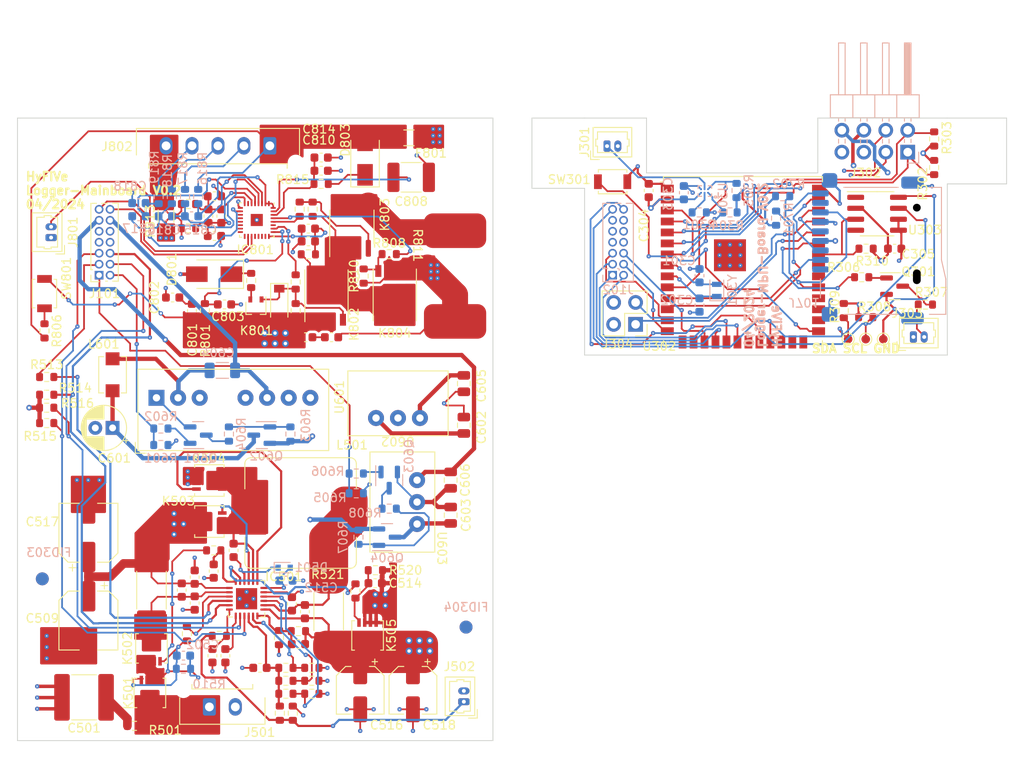
<source format=kicad_pcb>
(kicad_pcb (version 20211014) (generator pcbnew)
  (layers (0 "F.Cu" signal) (1 "In1.Cu" power "In1.GND") (2 "In2.Cu" power "In2.PWR") (31 "B.Cu" signal) (34 "B.Paste" user) (35 "F.Paste" user) (36 "B.SilkS" user "B.Silkscreen") (37 "F.SilkS" user "F.Silkscreen") (38 "B.Mask" user) (39 "F.Mask" user) (44 "Edge.Cuts" user))
  (net 0 "")
  (net 1 "GND")
  (net 2 "+3V3")
  (net 3 "/MPU/I2C_BUS_SDA")
  (net 4 "/MPU/I2C_BUS_CLK")
  (net 5 "/MPU/Charge_Enable")
  (net 6 "/power/System+")
  (net 7 "+12V")
  (net 8 "+5V")
  (net 9 "/MPU/SD_V_SPI_CS")
  (net 10 "/MPU/SD_V_SPI_CLK")
  (net 11 "/MPU/SD_V_SPI_MISO")
  (net 12 "/MPU/~{PG}")
  (net 13 "/MPU/UART_RXD0")
  (net 14 "/MPU/UART_TXD0")
  (net 15 "/MPU/SD_V_SPI_MOSI")
  (net 16 "/MPU/~{STAT1}")
  (net 17 "Net-(C501-Pad1)")
  (net 18 "/MPU/SD_CARD_DETECT")
  (net 19 "Net-(C502-Pad2)")
  (net 20 "/power/Battery_Charger/VIN")
  (net 21 "Net-(C502-Pad1)")
  (net 22 "Net-(IC501-Pad3)")
  (net 23 "Net-(IC501-Pad11)")
  (net 24 "Net-(IC501-Pad15)")
  (net 25 "Net-(C506-Pad2)")
  (net 26 "Net-(IC501-Pad16)")
  (net 27 "Net-(IC501-Pad19)")
  (net 28 "Net-(IC501-Pad21)")
  (net 29 "Net-(C510-Pad1)")
  (net 30 "Net-(IC501-Pad23)")
  (net 31 "/power/Battery_Charger/Thermistor")
  (net 32 "/power/Battery_Charger/VREF")
  (net 33 "/power/BMS/PACK+")
  (net 34 "/MPU/~{STAT2}")
  (net 35 "Net-(C604-Pad1)")
  (net 36 "/power/BMS/BAT_MINUS")
  (net 37 "Net-(C801-Pad2)")
  (net 38 "Net-(C803-Pad1)")
  (net 39 "Net-(C804-Pad2)")
  (net 40 "/power/BMS/BAT_PLUS_F")
  (net 41 "Net-(C808-Pad1)")
  (net 42 "Net-(C809-Pad2)")
  (net 43 "Net-(C301-Pad1)")
  (net 44 "Net-(C302-Pad1)")
  (net 45 "Net-(C508-Pad2)")
  (net 46 "Net-(C511-Pad1)")
  (net 47 "Net-(D802-Pad1)")
  (net 48 "Net-(C512-Pad1)")
  (net 49 "Net-(C513-Pad2)")
  (net 50 "/power/BMS/BAT_PLUS")
  (net 52 "Net-(IC801-Pad10)")
  (net 59 "/MPU/I2C_SMBus_SDA")
  (net 60 "/MPU/I2C_SMBus_SCL")
  (net 64 "Net-(IC801-Pad26)")
  (net 66 "Net-(IC801-Pad28)")
  (net 67 "Net-(IC801-Pad29)")
  (net 68 "Net-(K801-Pad2)")
  (net 69 "Net-(J802-Pad4)")
  (net 70 "Net-(J802-Pad2)")
  (net 71 "Net-(J802-Pad3)")
  (net 72 "/power/Battery_Charger/ACP")
  (net 73 "Net-(C511-Pad2)")
  (net 76 "/MPU/Interface_RST")
  (net 77 "/MPU/GPIO_Reserve_B2B")
  (net 78 "Net-(C514-Pad2)")
  (net 79 "Net-(C519-Pad1)")
  (net 80 "Net-(C806-Pad2)")
  (net 81 "Net-(C601-Pad1)")
  (net 82 "Net-(C810-Pad2)")
  (net 83 "Net-(C811-Pad1)")
  (net 84 "Net-(C815-Pad2)")
  (net 85 "Net-(C815-Pad1)")
  (net 86 "Net-(C816-Pad2)")
  (net 87 "Net-(IC501-Pad4)")
  (net 88 "Net-(C817-Pad2)")
  (net 89 "Net-(D801-Pad1)")
  (net 90 "Net-(K803-Pad4)")
  (net 91 "Net-(K803-Pad5)")
  (net 92 "Net-(K802-Pad5)")
  (net 93 "Net-(K804-Pad4)")
  (net 94 "Net-(D803-Pad1)")
  (net 97 "Net-(J301-Pad1)")
  (net 98 "Net-(J303-Pad2)")
  (net 99 "/MPU/RST")
  (net 100 "Net-(C603-Pad1)")
  (net 101 "/MPU/LED_STATUS")
  (net 102 "/MPU/RTC_INTERRUPT")
  (net 103 "Net-(Q301-Pad3)")
  (net 104 "Net-(Q301-Pad1)")
  (net 105 "/power/~{STAT1}")
  (net 106 "/power/~{PG}")
  (net 107 "/power/~{STAT2}")
  (net 108 "/power/I2C_SMBus_SDA")
  (net 109 "/power/I2C_SMBus_SCL")
  (net 110 "Net-(Q601-Pad1)")
  (net 111 "Net-(Q601-Pad3)")
  (net 112 "Net-(Q602-Pad1)")
  (net 113 "Net-(Q603-Pad1)")
  (net 114 "Net-(Q603-Pad3)")
  (net 115 "Net-(Q604-Pad1)")
  (net 116 "Net-(R301-Pad1)")
  (net 117 "/power/ENABLE_12V")
  (net 118 "/power/ENABLE_5V")
  (net 119 "Net-(R305-Pad2)")
  (net 120 "/power/Charge_Enable")
  (net 121 "/MPU/ENABLE_12V")
  (net 122 "/MPU/ENABLE_5V")
  (net 123 "Net-(R806-Pad1)")
  (net 124 "Net-(SW301-Pad1)")
  (footprint "Package_SO:SOIC-8_3.9x4.9mm_P1.27mm" (layer "F.Cu") (at 199.442877 89.308012)
    (fp_text reference "U303")
    (fp_text value "DS3231MZ")
  )
  (footprint "Capacitor_SMD:C_0603_1608Metric" (layer "F.Cu") (at 133.6465 91.0285)
    (fp_text reference "C805" hide)
    (fp_text value "100pF 50V")
  )
  (footprint "Capacitor_SMD:C_0603_1608Metric" (layer "F.Cu") (at 131.75 134.475 -90)
    (fp_text reference "C513" hide)
    (fp_text value "100nF 50V")
  )
  (footprint "Resistor_SMD:R_0603_1608Metric" (layer "F.Cu") (at 103.378 108.204)
    (fp_text reference "R513")
    (fp_text value "0")
  )
  (footprint "Resistor_SMD:R_2512_6332Metric" (layer "F.Cu") (at 115.5 132.875 -90)
    (fp_text reference "R517" hide)
    (fp_text value "10m")
  )
  (footprint "Capacitor_SMD:C_0603_1608Metric" (layer "F.Cu") (at 122.7 130.675 -90)
    (fp_text reference "C510" hide)
    (fp_text value "1µF 35V")
  )
  (footprint "Resistor_SMD:R_0603_1608Metric" (layer "F.Cu") (at 119.781511 90.9785 180)
    (fp_text reference "R812" hide)
    (fp_text value "100")
  )
  (footprint "Capacitor_SMD:C_0603_1608Metric" (layer "F.Cu") (at 136.331511 103.6035 180)
    (fp_text reference "C807" hide)
    (fp_text value "100nF 50V")
  )
  (footprint "Connector_PinHeader_2.54mm:PinHeader_2x02_P2.54mm_Vertical" (layer "F.Cu") (at 171.507877 102.113 180)
    (fp_text reference "J304")
    (fp_text value "Conn_02x02_Odd_Even")
  )
  (footprint "Resistor_SMD:R_0603_1608Metric" (layer "F.Cu") (at 198.172877 93.351012 180)
    (fp_text reference "R310")
    (fp_text value "10k")
  )
  (footprint "Capacitor_SMD:C_0603_1608Metric" (layer "F.Cu") (at 133.25 135.375 90)
    (fp_text reference "C515" hide)
    (fp_text value "100nF 50V")
  )
  (footprint "Resistor_SMD:R_0603_1608Metric" (layer "F.Cu") (at 206.046877 83.953012 -90)
    (fp_text reference "R302")
    (fp_text value "10k")
  )
  (footprint "MountingHole:MountingHole_3.2mm_M3_ISO7380" (layer "F.Cu") (at 211.299 81.28)
    (fp_text reference "H305" hide)
    (fp_text value "MountingHole")
  )
  (footprint "Resistor_SMD:R_0603_1608Metric" (layer "F.Cu") (at 134.049989 143.374994)
    (fp_text reference "R507" hide)
    (fp_text value "10k")
  )
  (footprint "Capacitor_SMD:CP_Elec_6.3x5.4" (layer "F.Cu") (at 108.204 126.238 90)
    (fp_text reference "C517")
    (fp_text value "47µF 35V")
  )
  (footprint "Capacitor_SMD:C_0603_1608Metric" (layer "F.Cu") (at 123.581511 89.5785 -90)
    (fp_text reference "C811" hide)
    (fp_text value "100pF 100V")
  )
  (footprint "Resistor_SMD:R_0603_1608Metric" (layer "F.Cu") (at 134.05 141.875)
    (fp_text reference "R509" hide)
    (fp_text value "100k")
  )
  (footprint "Vishay:PowerPAK 1212-8 Single" (layer "F.Cu") (at 122.198012 124.940006 180)
    (fp_text reference "K503")
    (fp_text value "SiS412DN" hide)
  )
  (footprint "Resistor_SMD:R_0603_1608Metric" (layer "F.Cu") (at 131.849993 147.125 -90)
    (fp_text reference "R505" hide)
    (fp_text value "R_Therm_2")
  )
  (footprint "Diode_SMD:D_SMA" (layer "F.Cu") (at 122.7465 96.3035 180)
    (fp_text reference "D801")
    (fp_text value "SS1H10-E3/61T")
  )
  (footprint "Resistor_SMD:R_0603_1608Metric" (layer "F.Cu") (at 103.378 111.76)
    (fp_text reference "R516")
    (fp_text value "49,9k")
  )
  (footprint "Resistor_SMD:R_0603_1608Metric" (layer "F.Cu") (at 195.591877 100.521 -90)
    (fp_text reference "R309")
    (fp_text value "10k")
  )
  (footprint "Resistor_SMD:R_0603_1608Metric" (layer "F.Cu") (at 130.25 138.375 -90)
    (fp_text reference "R523" hide)
    (fp_text value "49,9k")
  )
  (footprint "Package_TO_SOT_SMD:SOT-323_SC-70" (layer "F.Cu") (at 127.581511 100.2285 -90)
    (fp_text reference "K801")
    (fp_text value "2N7002KW")
  )
  (footprint "Sonstiges:Passmarke" (layer "F.Cu") (at 102.87 131.572)
    (fp_text reference "FID302" hide)
    (fp_text value "Fiducial")
  )
  (footprint "Package_SO:SOIC-8_3.9x4.9mm_P1.27mm" (layer "F.Cu") (at 138.681511 90.8285 90)
    (fp_text reference "K803")
    (fp_text value "DMP6023LSS-13")
  )
  (footprint "Inductor_SMD:L_Bourns_SRP1245A" (layer "F.Cu") (at 132.749991 123.952)
    (fp_text reference "L501")
    (fp_text value "3,3µH")
  )
  (footprint "Capacitor_SMD:C_0805_2012Metric" (layer "F.Cu") (at 150.114 120.142 -90)
    (fp_text reference "C606")
    (fp_text value "47µF 10V")
  )
  (footprint "MountingHole:MountingHole_3.2mm_M3_ISO7380" (layer "F.Cu") (at 103.124 81.28)
    (fp_text reference "H301" hide)
    (fp_text value "MountingHole")
  )
  (footprint "Capacitor_SMD:C_0603_1608Metric" (layer "F.Cu") (at 119 132.875 90)
    (fp_text reference "C505" hide)
    (fp_text value "100nF 50V")
  )
  (footprint "Connector_Molex:Molex_PicoBlade_53047-0210_1x02_P1.25mm_Vertical" (layer "F.Cu") (at 168.200877 81.476)
    (fp_text reference "J301")
    (fp_text value "Conn_01x02")
  )
  (footprint "Capacitor_SMD:C_0603_1608Metric" (layer "F.Cu") (at 124.05 140.475 90)
    (fp_text reference "C508" hide)
    (fp_text value "33nF 25V")
  )
  (footprint "Resistor_SMD:R_0603_1608Metric" (layer "F.Cu") (at 198.131877 101.283)
    (fp_text reference "R308")
    (fp_text value "10k")
  )
  (footprint "Capacitor_SMD:C_0603_1608Metric" (layer "F.Cu") (at 128.05 141.875 180)
    (fp_text reference "C504" hide)
    (fp_text value "1µF 10V")
  )
  (footprint "Resistor_SMD:R_0603_1608Metric" (layer "F.Cu") (at 205.030877 99.822)
    (fp_text reference "R307")
    (fp_text value "75")
  )
  (footprint "MountingHole:MountingHole_3.2mm_M3_ISO7380" (layer "F.Cu") (at 151.892 131.064)
    (fp_text reference "H304" hide)
    (fp_text value "MountingHole")
  )
  (footprint "Capacitor_SMD:C_0603_1608Metric" (layer "F.Cu") (at 120.181511 100.5285 90)
    (fp_text reference "C801")
    (fp_text value "100nF 50V")
  )
  (footprint "Resistor_SMD:R_0603_1608Metric" (layer "F.Cu") (at 135.128 85.852 180)
    (fp_text reference "R815")
    (fp_text value "100")
  )
  (footprint "Resistor_SMD:R_1206_3216Metric" (layer "F.Cu") (at 117.181511 89.5785 90)
    (fp_text reference "R813")
    (fp_text value "1m")
  )
  (footprint "Connector_Molex:Molex_PicoBlade_53047-0210_1x02_P1.25mm_Vertical" (layer "F.Cu") (at 203.643877 103.574)
    (fp_text reference "J303")
    (fp_text value "Conn_01x02")
  )
  (footprint "Diode_SMD:D_SOD-123" (layer "F.Cu") (at 130.281511 99.6285 -90)
    (fp_text reference "D802" hide)
    (fp_text value "MMSZ5246B-7-F")
  )
  (footprint "Capacitor_SMD:C_0603_1608Metric" (layer "F.Cu") (at 133.3465 103.6035)
    (fp_text reference "C806" hide)
    (fp_text value "100nF 50V")
  )
  (footprint "Resistor_SMD:R_0603_1608Metric" (layer "F.Cu") (at 134.1465 88.7785 -90)
    (fp_text reference "R807" hide)
    (fp_text value "10M")
  )
  (footprint "Resistor_SMD:R_0603_1608Metric" (layer "F.Cu") (at 140.0465 96.52 -90)
    (fp_text reference "R810")
    (fp_text value "10M")
  )
  (footprint "Connector_Molex:Molex_PicoBlade_53047-0210_1x02_P1.25mm_Vertical" (layer "F.Cu") (at 103.886 92.065 90)
    (fp_text reference "J801")
    (fp_text value "Conn_01x02_Male")
  )
  (footprint "Resistor_SMD:R_0603_1608Metric" (layer "F.Cu") (at 139.1 132.975 90)
    (fp_text reference "R519" hide)
    (fp_text value "1k")
  )
  (footprint "TestPoint:TestPoint_Pad_D1.0mm" (layer "F.Cu") (at 200.163877 103.823)
    (fp_text reference "TP303" hide)
    (fp_text value "TestPoint")
  )
  (footprint "Capacitor_THT:CP_Radial_D5.0mm_P2.00mm" (layer "F.Cu") (at 111 114.1 180)
    (fp_text reference "C601")
    (fp_text value "10µF, 50V")
  )
  (footprint "Resistor_SMD:R_0603_1608Metric" (layer "F.Cu") (at 127.031511 97.0285 -90)
    (fp_text reference "R802" hide)
    (fp_text value "10k")
  )
  (footprint "Capacitor_SMD:C_0603_1608Metric" (layer "F.Cu") (at 117.9465 99.0035 180)
    (fp_text reference "C802")
    (fp_text value "100nF 50V")
  )
  (footprint "Resistor_SMD:R_0603_1608Metric" (layer "F.Cu") (at 134.049989 144.874991)
    (fp_text reference "R503" hide)
    (fp_text value "5.7k")
  )
  (footprint "MountingHole:MountingHole_3.2mm_M3_ISO7380" (layer "F.Cu") (at 162.531 81.28)
    (fp_text reference "H303" hide)
    (fp_text value "MountingHole")
  )
  (footprint "Capacitor_SMD:C_0805_2012Metric" (layer "F.Cu") (at 150.114 124.206 90)
    (fp_text reference "C603")
    (fp_text value "22µF 30V")
  )
  (footprint "Resistor_SMD:R_0603_1608Metric" (layer "F.Cu") (at 131.05 141.875)
    (fp_text reference "R508" hide)
    (fp_text value "232k")
  )
  (footprint "Capacitor_SMD:C_0603_1608Metric" (layer "F.Cu") (at 122.781511 87.2785 180)
    (fp_text reference "C813" hide)
    (fp_text value "100nF 50V")
  )
  (footprint "Sonstiges:R_4527_11570Metric" (layer "F.Cu") (at 150.622 96.52 -90)
    (fp_text reference "R811")
    (fp_text value "46.4 5W")
  )
  (footprint "Resistor_SMD:R_0603_1608Metric" (layer "F.Cu") (at 119.781511 88.1785)
    (fp_text reference "R814" hide)
    (fp_text value "100")
  )
  (footprint "Resistor_SMD:R_0603_1608Metric" (layer "F.Cu") (at 123.35 138.175)
    (fp_text reference "R511" hide)
    (fp_text value "100")
  )
  (footprint "Vishay:PowerPAK 1212-8 Single" (layer "F.Cu") (at 115.499988 139.624988 90)
    (fp_text reference "K502")
    (fp_text value "SISH101DN-T1-GE3" hide)
  )
  (footprint "Capacitor_SMD:C_0603_1608Metric" (layer "F.Cu") (at 141.375 132.075 180)
    (fp_text reference "C514")
    (fp_text value "100nF 50V")
  )
  (footprint "HER_Footprints:TI Q5B-Package" (layer "F.Cu") (at 143.6465 98.7035 90)
    (fp_text reference "K804")
    (fp_text value "CSD18540Q5B" hide)
  )
  (footprint "Resistor_SMD:R_0603_1608Metric" (layer "F.Cu") (at 131.05 143.375)
    (fp_text reference "R506" hide)
    (fp_text value "100k")
  )
  (footprint "Capacitor_SMD:C_0603_1608Metric" (layer "F.Cu") (at 135.128 84.328 180)
    (fp_text reference "C810")
    (fp_text value "100pF 50V")
  )
  (footprint "Vishay:PowerPAK 1212-8 Single" (layer "F.Cu") (at 115.316 144.78 -90)
    (fp_text reference "K501")
    (fp_text value "SISH101DN-T1-GE3" hide)
  )
  (footprint "Resistor_SMD:R_0603_1608Metric" (layer "F.Cu") (at 197.664877 96.653012)
    (fp_text reference "R306")
    (fp_text value "47k")
  )
  (footprint "Capacitor_SMD:C_0603_1608Metric" (layer "F.Cu") (at 133.6465 92.5035)
    (fp_text reference "C804" hide)
    (fp_text value "100pF 50V")
  )
  (footprint "Connector_Molex:Molex_PicoBlade_53047-0210_1x02_P1.25mm_Vertical" (layer "F.Cu") (at 151.638 145.796 90)
    (fp_text reference "J502")
    (fp_text value "Conn_01x02_Female")
  )
  (footprint "HER_Footprints:CC453232A" (layer "F.Cu") (at 110.998 107.95 90)
    (fp_text reference "L601")
    (fp_text value "10µH")
  )
  (footprint "Capacitor_SMD:C_0603_1608Metric" (layer "F.Cu") (at 123.9465 99.8035)
    (fp_text reference "C803")
    (fp_text value "10nF, 50V")
  )
  (footprint "Capacitor_SMD:C_0603_1608Metric" (layer "F.Cu") (at 135.128 82.804 180)
    (fp_text reference "C814")
    (fp_text value "100pF 50V")
  )
  (footprint "Capacitor_SMD:CP_Elec_5x5.3" (layer "F.Cu") (at 139.65 144.475 -90)
    (fp_text reference "C516")
    (fp_text value "20µF 35V")
  )
  (footprint "Capacitor_SMD:C_2220_5650Metric" (layer "F.Cu") (at 107.696 145.288 180)
    (fp_text reference "C501")
    (fp_text value "47µF 35V X7R")
  )
  (footprint "Resistor_SMD:R_2512_6332Metric" (layer "F.Cu") (at 136 135.375 90)
    (fp_text reference "R521")
    (fp_text value "10m")
  )
  (footprint "Resistor_SMD:R_0603_1608Metric" (layer "F.Cu") (at 130.349996 147.125 90)
    (fp_text reference "R504" hide)
    (fp_text value "R_Therm_1")
  )
  (footprint "Resistor_SMD:R_0603_1608Metric" (layer "F.Cu") (at 132.6465 88.7785 90)
    (fp_text reference "R809" hide)
    (fp_text value "10k")
  )
  (footprint "TestPoint:TestPoint_Pad_D1.0mm" (layer "F.Cu") (at 196.095877 103.823)
    (fp_text reference "TP302" hide)
    (fp_text value "TestPoint")
  )
  (footprint "Resistor_SMD:R_0603_1608Metric" (layer "F.Cu") (at 206.046877 80.651012 90)
    (fp_text reference "R303")
    (fp_text value "10k")
  )
  (footprint "Package_TO_SOT_SMD:SOT-23" (layer "F.Cu") (at 201.474877 97.690012)
    (fp_text reference "Q301")
    (fp_text value "BSS138")
  )
  (footprint "HER_Footprints:DC_DC_Converter" (layer "F.Cu") (at 146.226 122.682 -90)
    (fp_text reference "U603")
    (fp_text value "OKI-78SR-5_1.5-W36-C")
  )
  (footprint "Capacitor_SMD:C_0603_1608Metric" (layer "F.Cu") (at 173.026877 86.614 90)
    (fp_text reference "C304")
    (fp_text value "100nF 50V")
  )
  (footprint "Connector_Molex:Molex_Micro-Fit_3.0_43650-0515_1x05_P3.00mm_Vertical" (layer "F.Cu") (at 129.19 81.441 180)
    (fp_text reference "J802")
    (fp_text value "Conn_01x05_Male")
  )
  (footprint "Connector_PinSocket_1.27mm:PinSocket_2x07_P1.27mm_Vertical" (layer "F.Cu") (at 109.439 96.414 180)
    (fp_text reference "J101")
    (fp_text value "SFMC-107-01-L-D")
  )
  (footprint "Resistor_SMD:R_0603_1608Metric" (layer "F.Cu") (at 119.6 137.922 90)
    (fp_text reference "R512" hide)
    (fp_text value "1k")
  )
  (footprint "Capacitor_SMD:C_0603_1608Metric" (layer "F.Cu") (at 122.081511 89.5785 -90)
    (fp_text reference "C812" hide)
    (fp_text value "100nF 50V")
  )
  (footprint "Connector_Molex:Molex_Micro-Fit_3.0_43650-0215_1x02_P3.00mm_Vertical" (layer "F.Cu") (at 122.198 146.397)
    (fp_text reference "J501")
    (fp_text value "Conn_01x02")
  )
  (footprint "MountingHole:MountingHole_3.2mm_M3_ISO7380" (layer "F.Cu") (at 151.892 81.28)
    (fp_text reference "H302" hide)
    (fp_text value "MountingHole")
  )
  (footprint "Resistor_SMD:R_0603_1608Metric" (layer "F.Cu") (at 131.049995 144.875)
    (fp_text reference "R502" hide)
    (fp_text value "10k")
  )
  (footprint "Capacitor_SMD:C_0603_1608Metric" (layer "F.Cu") (at 125 128.275 90)
    (fp_text reference "C511" hide)
    (fp_text value "100nF 50V")
  )
  (footprint "Resistor_SMD:R_0603_1608Metric" (layer "F.Cu") (at 133.6465 94.0035 180)
    (fp_text reference "R805" hide)
    (fp_text value "510")
  )
  (footprint "Capacitor_SMD:CP_Elec_6.3x5.4" (layer "F.Cu") (at 108.204 136.398 -90)
    (fp_text reference "C509")
    (fp_text value "47µF 35V")
  )
  (footprint "Resistor_SMD:R_0603_1608Metric" (layer "F.Cu") (at 113.538 148.59 180)
    (fp_text reference "R501")
    (fp_text value "2")
  )
  (footprint "Capacitor_SMD:C_0603_1608Metric" (layer "F.Cu") (at 132.5 139.125)
    (fp_text reference "C519" hide)
    (fp_text value "22pF 35V")
  )
  (footprint "Resistor_SMD:R_0603_1608Metric" (layer "F.Cu") (at 103.124 102.87 -90)
    (fp_text reference "R806")
    (fp_text value "10k")
  )
  (footprint "Sonstiges:Passmarke" (layer "F.Cu") (at 151.892 137.16)
    (fp_text reference "FID301" hide)
    (fp_text value "Fiducial")
  )
  (footprint "Diode_SMD:D_SMA" (layer "F.Cu") (at 140.208 82.804 90)
    (fp_text reference "D803")
    (fp_text value "SS1H10-E3/61T" hide)
  )
  (footprint "Button_Switch_SMD:SW_SPST_B3U-1000P" (layer "F.Cu") (at 168.848877 85.598)
    (fp_text reference "SW301")
    (fp_text value "SW_Push")
  )
  (footprint "Resistor_SMD:R_0603_1608Metric" (layer "F.Cu") (at 143.002 93.98 180)
    (fp_text reference "R808")
    (fp_text value "1k")
  )
  (footprint "Capacitor_SMD:C_0603_1608Metric" (layer "F.Cu") (at 120.5 131.375 -90)
    (fp_text reference "C507" hide)
    (fp_text value "100nF 50V")
  )
  (footprint "Texas:RSM32 VQFN-32-1EP_4x4mm_P0.4mm_EP1.4x1.4mm_ThermalVias" (layer "F.Cu") (at 127.681511 90.0285 -90)
    (fp_text reference "IC801")
    (fp_text value "BQ40Z80")
  )
  (footprint "HER_Footprints:TI Q5B-Package" (layer "F.Cu") (at 135.7465 98.8035 -90)
    (fp_text reference "K802")
    (fp_text value "CSD18540Q5B" hide)
  )
  (footprint "Resistor_SMD:R_0603_1608Metric" (layer "F.Cu") (at 132.181511 100.5285 -90)
    (fp_text reference "R803" hide)
    (fp_text value "10M")
  )
  (footprint "Resistor_SMD:R_0603_1608Metric" (layer "F.Cu") (at 103.378 110.26)
    (fp_text reference "R514")
    (fp_text value "49,9k")
  )
  (footprint "Converter_DCDC:Converter_DCDC_XP_POWER-ITxxxxxS_THT" (layer "F.Cu") (at 116.078 110.614 90)
    (fp_text reference "U601")
    (fp_text value "SPBW06F-12")
  )
  (footprint "Resistor_SMD:R_0603_1608Metric" (layer "F.Cu") (at 132.181511 97.2035 -90)
    (fp_text reference "R804" hide)
    (fp_text value "4,81k")
  )
  (footprint "Vishay:PowerPAK 1212-8 Single" (layer "F.Cu") (at 122.198012 120.190003)
    (fp_text reference "K504")
    (fp_text value "SiS412DN" hide)
  )
  (footprint "Capacitor_SMD:C_1812_4532Metric" (layer "F.Cu") (at 145.542 85.09)
    (fp_text reference "C808")
    (fp_text value "2,2µF 100V")
  )
  (footprint "TestPoint:TestPoint_Pad_D1.0mm" (layer "F.Cu") (at 198.131877 103.823)
    (fp_text reference "TP301" hide)
    (fp_text value "TestPoint")
  )
  (footprint "Capacitor_SMD:C_0603_1608Metric" (layer "F.Cu") (at 122.55 140.475 90)
    (fp_text reference "C506" hide)
    (fp_text value "100nF 50V")
  )
  (footprint "Resistor_SMD:R_0603_1608Metric" (layer "F.Cu") (at 103.378 113.538)
    (fp_text reference "R515")
    (fp_text value "49,9k")
  )
  (footprint "HER_Footprints:ESP32-S3-WROOM-1U" (layer "F.Cu") (at 174.924877 104.403012)
    (fp_text reference "U302")
    (fp_text value "ESP32-S3-WROOM-1U")
  )
  (footprint "Button_Switch_SMD:SW_SPST_B3U-1000P" (layer "F.Cu") (at 103.124 98.552 90)
    (fp_text reference "SW801")
    (fp_text value "SW_Push")
  )
  (footprint "Capacitor_SMD:C_0603_1608Metric" (layer "F.Cu") (at 120.5 134.375 90)
    (fp_text reference "C503" hide)
    (fp_text value "100nF 50V")
  )
  (footprint "HER_Footprints:DC_DC_Converter" (layer "F.Cu") (at 144.018 112.952 180)
    (fp_text reference "U602")
    (fp_text value "OKI-78SR-3.3_1.5-W36-C")
  )
  (footprint "Capacitor_SMD:C_0603_1608Metric" (layer "F.Cu") (at 122.781511 91.8785 180)
    (fp_text reference "C809" hide)
    (fp_text value "100nF 50V")
  )
  (footprint "Capacitor_SMD:C_0805_2012Metric" (layer "F.Cu") (at 151.638 108.966 -90)
    (fp_text reference "C605")
    (fp_text value "47µF 10V")
  )
  (footprint "Resistor_SMD:R_0603_1608Metric" (layer "F.Cu") (at 122.7 128.275 180)
    (fp_text reference "R518" hide)
    (fp_text value "10")
  )
  (footprint "Capacitor_SMD:CP_Elec_5x5.3" (layer "F.Cu") (at 145.75 144.475 -90)
    (fp_text reference "C518")
    (fp_text value "20µF 35V")
  )
  (footprint "Package_DFN_QFN:VQFN-24-1EP_4x4mm_P0.5mm_EP2.45x2.45mm" (layer "F.Cu") (at 126.5 133.875)
    (fp_text reference "IC501")
    (fp_text value "BQ24618")
  )
  (footprint "Resistor_SMD:R_0603_1608Metric" (layer "F.Cu") (at 132.5 137.625 180)
    (fp_text reference "R522" hide)
    (fp_text value "348k")
  )
  (footprint "Fuse:Fuse_1206_3216Metric" (layer "F.Cu") (at 145.288 80.518 180)
    (fp_text reference "F801")
    (fp_text value "12A")
  )
  (footprint "Vishay:PowerPAK 1212-8 Single" (layer "F.Cu") (at 140.499989 138.124991 -90)
    (fp_text reference "K505")
    (fp_text value "SISH101DN-T1-GE3" hide)
  )
  (footprint "Resistor_SMD:R_0603_1608Metric" (layer "F.Cu") (at 121.681511 100.5285 -90)
    (fp_text reference "R801")
    (fp_text value "1,1k")
  )
  (footprint "MountingHole:MountingHole_3.2mm_M3_ISO7380" (layer "F.Cu") (at 103.124 118.872)
    (fp_text reference "H306" hide)
    (fp_text value "MountingHole")
  )
  (footprint "Resistor_SMD:R_0603_1608Metric" (layer "F.Cu") (at 141.4 130.575 180)
    (fp_text reference "R520")
    (fp_text value "100k")
  )
  (footprint "Capacitor_SMD:C_0805_2012Metric" (layer "F.Cu") (at 151.638 113.792 90)
    (fp_text reference "C602")
    (fp_text value "22µF 30V")
  )
  (footprint "Capacitor_SMD:C_0603_1608Metric" (layer "F.Cu") (at 201.474877 93.351012)
    (fp_text reference "C305")
    (fp_text value "100nF 50V")
  )
  (footprint "Capacitor_SMD:C_0603_1608Metric" (layer "B.Cu") (at 114.046 88.075 180)
    (fp_text reference "C818")
    (fp_text value "100nF 50V")
  )
  (footprint "Resistor_SMD:R_0603_1608Metric" (layer "B.Cu") (at 116.332 87.313 -90)
    (fp_text reference "R819")
    (fp_text value "499")
  )
  (footprint "Capacitor_SMD:C_0603_1608Metric" (layer "B.Cu") (at 178.900881 99.877008 -90)
    (fp_text reference "C302")
    (fp_text value "20pF")
  )
  (footprint "Crystal:Crystal_SMD_TXC_9HT11-2Pin_2.0x1.2mm" (layer "B.Cu") (at 180.900877 98.177012 90)
    (fp_text reference "Y301")
    (fp_text value "Crystal")
  )
  (footprint "Connector_PinHeader_1.27mm:PinHeader_2x07_P1.27mm_Vertical" (layer "B.Cu") (at 168.845877 96.414012)
    (fp_text reference "J102")
    (fp_text value "FTS-107-01-F-D")
  )
  (footprint "Resistor_SMD:R_0603_1608Metric" (layer "B.Cu") (at 119.38 87.313 -90)
    (fp_text reference "R817")
    (fp_text value "499")
  )
  (footprint "Resistor_SMD:R_0603_1608Metric" (layer "B.Cu") (at 116.586 116.078 180)
    (fp_text reference "R601")
    (fp_text value "2k7")
  )
  (footprint "Resistor_SMD:R_0603_1608Metric" (layer "B.Cu") (at 183.186877 86.614 90)
    (fp_text reference "R305")
    (fp_text value "10k")
  )
  (footprint "Package_TO_SOT_SMD:SOT-23" (layer "B.Cu") (at 120.904 114.932)
    (fp_text reference "Q601")
    (fp_text value "BSS123")
  )
  (footprint "Resistor_SMD:R_0603_1608Metric" (layer "B.Cu") (at 117.856 87.313 -90)
    (fp_text reference "R818")
    (fp_text value "499")
  )
  (footprint "Package_TO_SOT_SMD:SOT-23" (layer "B.Cu") (at 142.748 126.746)
    (fp_text reference "Q604")
    (fp_text value "IRLML6401")
  )
  (footprint "Sonstiges:Passmarke" (layer "B.Cu") (at 102.87 131.572 180)
    (fp_text reference "FID303")
    (fp_text value "Fiducial")
  )
  (footprint "Package_TO_SOT_SMD:SOT-23" (layer "B.Cu") (at 128.27 114.932 180)
    (fp_text reference "Q602")
    (fp_text value "IRLML6401")
  )
  (footprint "Resistor_SMD:R_0603_1608Metric" (layer "B.Cu") (at 182.424877 89.154 180)
    (fp_text reference "R304")
    (fp_text value "10k")
  )
  (footprint "Resistor_SMD:R_0603_1608Metric" (layer "B.Cu") (at 188.520877 87.276012)
    (fp_text reference "R702")
    (fp_text value "10k")
  )
  (footprint "Resistor_SMD:R_0603_1608Metric" (layer "B.Cu") (at 139.192 121.666 180)
    (fp_text reference "R605")
    (fp_text value "2k7")
  )
  (footprint "MAX6071ANT25_T:WLP-6" (layer "B.Cu") (at 179.884877 86.868 90)
    (fp_text reference "U301")
    (fp_text value "MAX16125WTEG00+T")
  )
  (footprint "Capacitor_SMD:C_0603_1608Metric" (layer "B.Cu") (at 119.2 140.462 180)
    (fp_text reference "C502")
    (fp_text value "100nF 50V")
  )
  (footprint "Resistor_SMD:R_0603_1608Metric" (layer "B.Cu") (at 139.192 119.38)
    (fp_text reference "R606")
    (fp_text value "47k")
  )
  (footprint "Diode_SMD:D_SOD-523" (layer "B.Cu") (at 130.85 130.275)
    (fp_text reference "D501")
    (fp_text value "BAT54W")
  )
  (footprint "Resistor_SMD:R_0603_1608Metric" (layer "B.Cu") (at 119.2 141.986 180)
    (fp_text reference "R510")
    (fp_text value "100k")
  )
  (footprint "Resistor_SMD:R_0603_1608Metric" (layer "B.Cu") (at 131.572 114.808 -90)
    (fp_text reference "R603")
    (fp_text value "680k")
  )
  (footprint "Capacitor_SMD:C_0603_1608Metric" (layer "B.Cu") (at 114.046 89.599)
    (fp_text reference "C817")
    (fp_text value "100nF 50V")
  )
  (footprint "Resistor_SMD:R_0603_1608Metric" (layer "B.Cu") (at 139.446 126.746 90)
    (fp_text reference "R607")
    (fp_text value "680k")
  )
  (footprint "Resistor_SMD:R_0603_1608Metric" (layer "B.Cu") (at 120.904 87.313 -90)
    (fp_text reference "R816")
    (fp_text value "499")
  )
  (footprint "Capacitor_SMD:C_0603_1608Metric" (layer "B.Cu") (at 117.094 89.599 180)
    (fp_text reference "C816")
    (fp_text value "100nF 50V")
  )
  (footprint "Connector_PinHeader_2.54mm:PinHeader_2x04_P2.54mm_Horizontal" (layer "B.Cu") (at 202.988877 82.175012 90)
    (fp_text reference "J302")
    (fp_text value "Conn_02x04_Counter_Clockwise")
  )
  (footprint "Capacitor_SMD:C_0603_1608Metric" (layer "B.Cu") (at 120.142 89.599 180)
    (fp_text reference "C815")
    (fp_text value "100nF 50V")
  )
  (footprint "Capacitor_SMD:C_1206_3216Metric" (layer "B.Cu") (at 123.698 107.442)
    (fp_text reference "C604")
    (fp_text value "150pF, 2kV")
  )
  (footprint "Capacitor_SMD:C_0603_1608Metric" (layer "B.Cu") (at 178.900881 96.47699 90)
    (fp_text reference "C301")
    (fp_text value "20pF")
  )
  (footprint "Resistor_SMD:R_0603_1608Metric" (layer "B.Cu") (at 143.002 123.444)
    (fp_text reference "R608")
    (fp_text value "1k")
  )
  (footprint "Capacitor_SMD:C_0603_1608Metric" (layer "B.Cu") (at 131.05 131.775)
    (fp_text reference "C512")
    (fp_text value "1µF 35V")
  )
  (footprint "Package_TO_SOT_SMD:SOT-23" (layer "B.Cu") (at 143.002 120.142 -90)
    (fp_text reference "Q603")
    (fp_text value "BSS123")
  )
  (footprint "Resistor_SMD:R_0603_1608Metric" (layer "B.Cu") (at 178.868877 89.154)
    (fp_text reference "R301")
    (fp_text value "100k")
  )
  (footprint "Sonstiges:Passmarke" (layer "B.Cu") (at 151.892 137.16 180)
    (fp_text reference "FID304")
    (fp_text value "Fiducial")
  )
  (footprint "Resistor_SMD:R_0603_1608Metric" (layer "B.Cu") (at 187.758877 89.816012 -90)
    (fp_text reference "R701")
    (fp_text value "10k")
  )
  (footprint "Capacitor_SMD:C_0603_1608Metric" (layer "B.Cu") (at 177.090877 86.868 90)
    (fp_text reference "C303")
    (fp_text value "100nF 50V")
  )
  (footprint "Resistor_SMD:R_0603_1608Metric" (layer "B.Cu") (at 116.586 114.17)
    (fp_text reference "R602")
    (fp_text value "47k")
  )
  (footprint "Resistor_SMD:R_0603_1608Metric" (layer "B.Cu") (at 124.46 114.808 90)
    (fp_text reference "R604")
    (fp_text value "1k")
  )
  (footprint "HER_Footprints:SD_CARD_693071020811" (layer "B.Cu") (at 192.891877 93.551012 -90)
    (fp_text reference "J701")
    (fp_text value "Micro_SD_Card_Det")
  )
  (gr_line (start 172.772877 84.582) (end 192.584877 84.582) (layer "Edge.Cuts") (width 0.1))
  (gr_line (start 207.548877 78.232) (end 214.428877 78.232) (layer "Edge.Cuts") (width 0.1))
  (gr_line (start 192.584877 78.232) (end 207.548877 78.232) (layer "Edge.Cuts") (width 0.1))
  (gr_line (start 214.428877 78.232) (end 214.428877 85.852) (layer "Edge.Cuts") (width 0.1))
  (gr_line (start 155 78.232) (end 155 150.3) (layer "Edge.Cuts") (width 0.1))
  (gr_line (start 159.512 78.232) (end 159.512 86.36) (layer "Edge.Cuts") (width 0.1))
  (gr_line (start 214.428877 85.852) (end 207.570877 85.852) (layer "Edge.Cuts") (width 0.1))
  (gr_line (start 172.772877 84.582) (end 172.772877 78.232) (layer "Edge.Cuts") (width 0.1))
  (gr_line (start 207.570877 105.664) (end 165.608 105.664) (layer "Edge.Cuts") (width 0.1))
  (gr_line (start 165.572877 78.232) (end 172.772877 78.232) (layer "Edge.Cuts") (width 0.1))
  (gr_line (start 100 78.232) (end 155 78.232) (layer "Edge.Cuts") (width 0.1))
  (gr_line (start 192.584877 84.582) (end 192.584877 78.232) (layer "Edge.Cuts") (width 0.1))
  (gr_line (start 207.570877 85.852) (end 207.570877 105.664) (layer "Edge.Cuts") (width 0.1))
  (gr_line (start 165.608 105.664) (end 165.608 86.36) (layer "Edge.Cuts") (width 0.1))
  (gr_line (start 155 150.3) (end 100 150.3) (layer "Edge.Cuts") (width 0.1))
  (gr_line (start 100 150.3) (end 100 78.232) (layer "Edge.Cuts") (width 0.1))
  (gr_line (start 159.512 86.36) (end 165.608 86.36) (layer "Edge.Cuts") (width 0.1))
  (gr_line (start 165.572877 78.232) (end 159.512 78.232) (layer "Edge.Cuts") (width 0.1))
  (gr_text "HyFiVe\nLogger-MPU-Board V0.2\n04/2024" (at 186.182 104.902 270) (layer "B.SilkS") (effects (font (size 1 1) (thickness 0.25)) (justify left mirror)))
  (gr_text "HyFiVe\nLogger-Mainboard V0.2\n04/2024" (at 100.838 86.614) (layer "F.SilkS") (effects (font (size 1 1) (thickness 0.25)) (justify left)))
  (gr_text "SDA SCL GND" (at 191.77 104.902) (layer "F.SilkS") (effects (font (size 1 1) (thickness 0.25)) (justify left)))
  (segment (start 118.981511 91.0035) (end 118.981511 92.0785) (width 0.2) (layer "F.Cu") (net 1))
  (segment (start 134.875 144.875) (end 135.85 144.875) (width 0.2) (layer "F.Cu") (net 1))
  (segment (start 131.175 133.125) (end 131.75 133.7) (width 0.2) (layer "F.Cu") (net 1))
  (segment (start 200.537377 98.640012) (end 200.537377 99.3925) (width 0.25) (layer "F.Cu") (net 1))
  (segment (start 174.620865 85.839) (end 175.174877 86.393012) (width 0.25) (layer "F.Cu") (net 1))
  (segment (start 117.1465 97.9035) (end 117.1715 97.9285) (width 0.2) (layer "F.Cu") (net 1))
  (segment (start 104.528 145.318) (end 102.278 145.318) (width 0.4) (layer "F.Cu") (net 1))
  (segment (start 134.875 141.875) (end 135.85 141.875) (width 0.2) (layer "F.Cu") (net 1))
  (segment (start 134.875 143.375) (end 135.85 143.375) (width 0.2) (layer "F.Cu") (net 1))
  (segment (start 200.537377 99.3925) (end 201.474877 100.33) (width 0.25) (layer "F.Cu") (net 1))
  (segment (start 139.65 146.675) (end 139.65 149.175) (width 0.2) (layer "F.Cu") (net 1))
  (segment (start 149.606 111.506) (end 149.352 111.252) (width 0.2) (layer "F.Cu") (net 1))
  (segment (start 139.65 146.675) (end 141.2 146.675) (width 0.2) (layer "F.Cu") (net 1))
  (segment (start 171.756877 83.82) (end 171.756877 84.569) (width 0.25) (layer "F.Cu") (net 1))
  (segment (start 171.756877 84.569) (end 173.026877 85.839) (width 0.25) (layer "F.Cu") (net 1))
  (segment (start 117.181511 91.041) (end 117.181511 90.1785) (width 0.2) (layer "F.Cu") (net 1))
  (segment (start 122.6665 86.078489) (end 123.556511 86.9685) (width 0.2) (layer "F.Cu") (net 1))
  (segment (start 202.249877 91.545012) (end 201.917877 91.213012) (width 0.25) (layer "F.Cu") (net 1))
  (segment (start 135.903 82.804) (end 137.414 82.804) (width 0.2) (layer "F.Cu") (net 1))
  (segment (start 135.903 84.328) (end 137.414 84.328) (width 0.2) (layer "F.Cu") (net 1))
  (segment (start 104.478 144.018) (end 102.278 144.018) (width 0.4) (layer "F.Cu") (net 1))
  (segment (start 145.75 146.675) (end 147.3 146.675) (width 0.2) (layer "F.Cu") (net 1))
  (segment (start 125.5465 88.393489) (end 125.781511 88.6285) (width 0.2) (layer "F.Cu") (net 1))
  (segment (start 104.478 146.618) (end 102.278 146.618) (width 0.4) (layer "F.Cu") (net 1))
  (segment (start 123.481511 91.9535) (end 123.481511 92.9785) (width 0.2) (layer "F.Cu") (net 1))
  (segment (start 132.9 133.0495) (end 132.4005 133.0495) (width 0.2) (layer "F.Cu") (net 1))
  (segment (start 126 141.875) (end 127.275 141.875) (width 0.2) (layer "F.Cu") (net 1))
  (segment (start 145.75 146.675) (end 144.2 146.675) (width 0.2) (layer "F.Cu") (net 1))
  (segment (start 193.379889 86.393012) (end 195.124877 88.138) (width 0.25) (layer "F.Cu") (net 1))
  (segment (start 124.05 142.275) (end 124.05 141.35) (width 0.25) (layer "F.Cu") (net 1))
  (segment (start 132.8715 91.0285) (end 132.8715 92.5035) (width 0.2) (layer "F.Cu") (net 1))
  (segment (start 130.25 140.375) (end 130.25 139.2) (width 0.25) (layer "F.Cu") (net 1))
  (segment (start 122.675 131.475) (end 121.6 131.475) (width 0.2) (layer "F.Cu") (net 1))
  (segment (start 150.114 123.256) (end 148.656 123.256) (width 0.5) (layer "F.Cu") (net 1))
  (segment (start 201.917877 91.213012) (end 201.917877 89.943012) (width 0.25) (layer "F.Cu") (net 1))
  (segment (start 120.5 135.15) (end 119.125 135.15) (width 0.2) (layer "F.Cu") (net 1))
  (segment (start 200.163877 103.823) (end 200.163877 101.641) (width 0.25) (layer "F.Cu") (net 1))
  (segment (start 131.925 146.25) (end 133.05 147.375) (width 0.2) (layer "F.Cu") (net 1))
  (segment (start 202.249877 94.475) (end 201.982877 94.742) (width 0.25) (layer "F.Cu") (net 1))
  (segment (start 131.854706 93.405305) (end 132.756511 92.5035) (width 0.2) (layer "F.Cu") (net 1))
  (segment (start 125.5465 87.903) (end 125.5465 88.393489) (width 0.2) (layer "F.Cu") (net 1))
  (segment (start 173.026877 85.839) (end 174.620865 85.839) (width 0.25) (layer "F.Cu") (net 1))
  (segment (start 125.8465 99.8035) (end 124.7215 99.8035) (width 0.2) (layer "F.Cu") (net 1))
  (segment (start 117.1715 97.9285) (end 117.1715 99.0035) (width 0.2) (layer "F.Cu") (net 1))
  (segment (start 118.8465 96.3035) (end 120.7465 96.3035) (width 0.4) (layer "F.Cu") (net 1))
  (segment (start 132.4005 133.0495) (end 131.75 133.7) (width 0.2) (layer "F.Cu") (net 1))
  (segment (start 117.181511 90.1785) (end 117.581511 89.7785) (width 0.2) (layer "F.Cu") (net 1))
  (segment (start 120.5 130.6) (end 120.5 129.125) (width 0.25) (layer "F.Cu") (net 1))
  (segment (start 151.638 112.842) (end 151.638 111.506) (width 0.2) (layer "F.Cu") (net 1))
  (segment (start 122.55 141.25) (end 122.55 142.275) (width 0.2) (layer "F.Cu") (net 1))
  (segment (start 192.670481 86.393012) (end 193.379889 86.393012) (width 0.25) (layer "F.Cu") (net 1))
  (segment (start 202.249877 93.351012) (end 202.249877 94.475) (width 0.25) (layer "F.Cu") (net 1))
  (segment (start 170.548877 85.028) (end 171.756877 83.82) (width 0.25) (layer "F.Cu") (net 1))
  (segment (start 145.75 146.675) (end 145.75 149.175) (width 0.2) (layer "F.Cu") (net 1))
  (segment (start 150.688 109.916) (end 149.352 111.252) (width 0.2) (layer "F.Cu") (net 1))
  (segment (start 117.581511 89.7785) (end 118.581511 89.7785) (width 0.2) (layer "F.Cu") (net 1))
  (segment (start 118.956511 90.1535) (end 118.956511 90.9785) (width 0.2) (layer "F.Cu") (net 1))
  (segment (start 147.592 83.838) (end 146.304 82.55) (width 0.2) (layer "F.Cu") (net 1))
  (segment (start 146.304 82.55) (end 146.1825 82.55) (width 0.2) (layer "F.Cu") (net 1))
  (segment (start 149.672 121.092) (end 148.082 122.682) (width 0.5) (layer "F.Cu") (net 1))
  (segment (start 151.638 111.506) (end 149.606 111.506) (width 0.2) (layer "F.Cu") (net 1))
  (segment (start 202.249877 93.351012) (end 202.249877 91.545012) (width 0.25) (layer "F.Cu") (net 1))
  (segment (start 139.65 146.675) (end 138.1 146.675) (width 0.2) (layer "F.Cu") (net 1))
  (segment (start 128.4875 133.125) (end 131.175 133.125) (width 0.2) (layer "F.Cu") (net 1))
  (segment (start 118.581511 89.7785) (end 118.956511 90.1535) (width 0.2) (layer "F.Cu") (net 1))
  (segment (start 151.638 109.916) (end 150.688 109.916) (width 0.2) (layer "F.Cu") (net 1))
  (segment (start 148.656 123.256) (end 148.082 122.682) (width 0.5) (layer "F.Cu") (net 1))
  (segment (start 200.163877 101.641) (end 201.474877 100.33) (width 0.25) (layer "F.Cu") (net 1))
  (segment (start 148.082 122.682) (end 146.226 122.682) (width 0.5) (layer "F.Cu") (net 1))
  (segment (start 131.854706 93.745294) (end 131.854706 93.405305) (width 0.2) (layer "F.Cu") (net 1))
  (via (at 130.25 140.375) (size 0.5) (drill 0.15) (layers "F.Cu" "B.Cu") (net 1))
  (via (at 182.424877 95.298) (size 0.5) (drill 0.15) (layers "F.Cu" "B.Cu") (net 1))
  (via (at 102.278 144.018) (size 0.5) (drill 0.15) (layers "F.Cu" "B.Cu") (net 1))
  (via (at 119.698 120.6061) (size 0.5) (drill 0.15) (layers "F.Cu" "B.Cu") (net 1))
  (via (at 118.364 115.57) (size 0.5) (drill 0.15) (layers "F.Cu" "B.Cu") (net 1))
  (via (at 123.481511 92.9785) (size 0.5) (drill 0.15) (layers "F.Cu" "B.Cu") (net 1))
  (via (at 120.5 129.125) (size 0.5) (drill 0.15) (layers "F.Cu" "B.Cu") (net 1))
  (via (at 118.8465 96.3035) (size 0.5) (drill 0.15) (layers "F.Cu" "B.Cu") (net 1))
  (via (at 201.982877 94.742) (size 0.5) (drill 0.15) (layers "F.Cu" "B.Cu") (net 1))
  (via (at 103.378 138.176) (size 0.5) (drill 0.15) (layers "F.Cu" "B.Cu") (net 1))
  (via (at 145.75 149.175) (size 0.5) (drill 0.15) (layers "F.Cu" "B.Cu") (net 1))
  (via (at 119.698 119.84) (size 0.5) (drill 0.15) (layers "F.Cu" "B.Cu") (net 1))
  (via (at 177.800878 100.739501) (size 0.5) (drill 0.15) (layers "F.Cu" "B.Cu") (net 1))
  (via (at 125.7 133.875) (size 0.5) (drill 0.15) (layers "F.Cu" "B.Cu") (net 1))
  (via (at 135.85 141.875) (size 0.5) (drill 0.15) (layers "F.Cu" "B.Cu") (net 1))
  (via (at 124.05 142.275) (size 0.5) (drill 0.15) (layers "F.Cu" "B.Cu") (net 1))
  (via (at 106.874 120.142) (size 0.5) (drill 0.15) (layers "F.Cu" "B.Cu") (net 1))
  (via (at 205.792877 86.106) (size 0.5) (drill 0.15) (layers "F.Cu" "B.Cu") (net 1))
  (via (at 139.65 149.175) (size 0.5) (drill 0.15) (layers "F.Cu" "B.Cu") (net 1))
  (via (at 119.698 119.14) (size 0.5) (drill 0.15) (layers "F.Cu" "B.Cu") (net 1))
  (via (at 194.108877 99.314) (size 0.5) (drill 0.15) (layers "F.Cu" "B.Cu") (net 1))
  (via (at 137.414 84.328) (size 0.5) (drill 0.15) (layers "F.Cu" "B.Cu") (net 1))
  (via (at 125.5465 87.903) (size 0.5) (drill 0.15) (layers "F.Cu" "B.Cu") (net 1))
  (via (at 103.378 139.476) (size 0.5) (drill 0.15) (layers "F.Cu" "B.Cu") (net 1))
  (via (at 117.8315 92.1285) (size 0.5) (drill 0.15) (layers "F.Cu" "B.Cu") (net 1))
  (via (at 131.854706 93.745294) (size 0.5) (drill 0.15) (layers "F.Cu" "B.Cu") (net 1))
  (via (at 122.55 142.275) (size 0.5) (drill 0.15) (layers "F.Cu" "B.Cu") (net 1))
  (via (at 182.424877 94.113012) (size 0.5) (drill 0.15) (layers "F.Cu" "B.Cu") (net 1))
  (via (at 117.1815 92.1285) (size 0.5) (drill 0.15) (layers "F.Cu" "B.Cu") (net 1))
  (via (at 146.1825 82.55) (size 0.5) (drill 0.15) (layers "F.Cu" "B.Cu") (net 1))
  (via (at 178.106877 86.868) (size 0.5) (drill 0.15) (layers "F.Cu" "B.Cu") (net 1))
  (via (at 117.1465 97.9035) (size 0.5) (drill 0.15) (layers "F.Cu" "B.Cu") (net 1))
  (via (at 133.05 147.375) (size 0.5) (drill 0.15) (layers "F.Cu" "B.Cu") (net 1))
  (via (at 183.624877 95.298) (size 0.5) (drill 0.15) (layers "F.Cu" "B.Cu") (net 1))
  (via (at 171.756877 83.82) (size 0.5) (drill 0.15) (layers "F.Cu" "B.Cu") (net 1))
  (via (at 149.352 111.252) (size 0.5) (drill 0.15) (layers "F.Cu" "B.Cu") (net 1))
  (via (at 147.3 146.675) (size 0.5) (drill 0.15) (layers "F.Cu" "B.Cu") (net 1))
  (via (at 119.125 135.15) (size 0.5) (drill 0.15) (layers "F.Cu" "B.Cu") (net 1))
  (via (at 102.278 145.318) (size 0.5) (drill 0.15) (layers "F.Cu" "B.Cu") (net 1))
  (via (at 137.414 82.804) (size 0.5) (drill 0.15) (layers "F.Cu" "B.Cu") (net 1))
  (via (at 122.6665 86.078489) (size 0.5) (drill 0.15) (layers "F.Cu" "B.Cu") (net 1))
  (via (at 133.05 131.775) (size 0.5) (drill 0.15) (layers "F.Cu" "B.Cu") (net 1))
  (via (at 121.6 131.475) (size 0.5) (drill 0.15) (layers "F.Cu" "B.Cu") (net 1))
  (via (at 102.278 146.618) (size 0.5) (drill 0.15) (layers "F.Cu" "B.Cu") (net 1))
  (via (at 116.5315 92.1035) (size 0.5) (drill 0.15) (layers "F.Cu" "B.Cu") (net 1))
  (via (at 181.224877 92.898) (size 0.5) (drill 0.15) (layers "F.Cu" "B.Cu") (net 1))
  (via (at 126.5 133.075) (size 0.5) (drill 0.15) (layers "F.Cu" "B.Cu") (net 1))
  (via (at 201.474877 100.33) (size 0.5) (drill 0.15) (layers "F.Cu" "B.Cu") (net 1))
  (via (at 125.8465 99.8035) (size 0.5) (drill 0.15) (layers "F.Cu" "B.Cu") (net 1))
  (via (at 108.174 120.142) (size 0.5) (drill 0.15) (layers "F.Cu" "B.Cu") (net 1))
  (via (at 181.224877 95.298) (size 0.5) (drill 0.15) (layers "F.Cu" "B.Cu") (net 1))
  (via (at 140.716 120.65) (size 0.5) (drill 0.15) (layers "F.Cu" "B.Cu") (net 1))
  (via (at 109.474 120.142) (size 0.5) (drill 0.15) (layers "F.Cu" "B.Cu") (net 1))
  (via (at 132.9 133.0495) (size 0.5) (drill 0.15) (layers "F.Cu" "B.Cu") (net 1))
  (via (at 182.424877 92.898) (size 0.5) (drill 0.15) (layers "F.Cu" "B.Cu") (net 1))
  (via (at 183.624877 92.898) (size 0.5) (drill 0.15) (layers "F.Cu" "B.Cu") (net 1))
  (via (at 181.224877 94.113012) (size 0.5) (drill 0.15) (layers "F.Cu" "B.Cu") (net 1))
  (via (at 194.616877 90.424) (size 0.5) (drill 0.15) (layers "F.Cu" "B.Cu") (net 1))
  (via (at 195.124877 88.138) (size 0.5) (drill 0.15) (layers "F.Cu" "B.Cu") (net 1))
  (via (at 141.2 146.675) (size 0.5) (drill 0.15) (layers "F.Cu" "B.Cu") (net 1))
  (via (at 180.646877 89.154) (size 0.5) (drill 0.15) (layers "F.Cu" "B.Cu") (net 1))
  (via (at 177.800878 95.677001) (size 0.5) (drill 0.15) (layers "F.Cu" "B.Cu") (net 1))
  (via (at 183.624877 94.113012) (size 0.5) (drill 0.15) (layers "F.Cu" "B.Cu") (net 1))
  (via (at 135.85 143.375) (size 0.5) (drill 0.15) (layers "F.Cu" "B.Cu") (net 1))
  (via (at 103.378 140.776) (size 0.5) (drill 0.15) (layers "F.Cu" "B.Cu") (net 1))
  (via (at 127.3 133.875) (size 0.5) (drill 0.15) (layers "F.Cu" "B.Cu") (net 1))
  (via (at 118.981511 92.0785) (size 0.5) (drill 0.15) (layers "F.Cu" "B.Cu") (net 1))
  (via (at 135.85 144.875) (size 0.5) (drill 0.15) (layers "F.Cu" "B.Cu") (net 1))
  (via (at 113.284 86.868) (size 0.5) (drill 0.15) (layers "F.Cu" "B.Cu") (net 1))
  (via (at 138.1 146.675) (size 0.5) (drill 0.15) (layers "F.Cu" "B.Cu") (net 1))
  (via (at 144.2 146.675) (size 0.5) (drill 0.15) (layers "F.Cu" "B.Cu") (net 1))
  (via (at 126 141.875) (size 0.5) (drill 0.15) (layers "F.Cu" "B.Cu") (net 1))
  (via (at 126.5 134.675) (size 0.5) (drill 0.15) (layers "F.Cu" "B.Cu") (net 1))
  (segment (start 140.017 121.349) (end 140.716 120.65) (width 0.2) (layer "B.Cu") (net 1))
  (segment (start 203.946865 86.106) (end 205.792877 86.106) (width 0.25) (layer "B.Cu") (net 1))
  (segment (start 117.856 116.078) (end 118.364 115.57) (width 0.2) (layer "B.Cu") (net 1))
  (segment (start 193.941877 100.951012) (end 193.941877 99.481) (width 0.25) (layer "B.Cu") (net 1))
  (segment (start 195.124877 86.634012) (end 195.124877 88.138) (width 0.25) (layer "B.Cu") (net 1))
  (segment (start 179.693877 89.154) (end 180.646877 89.154) (width 0.25) (layer "B.Cu") (net 1))
  (segment (start 202.545889 101.401012) (end 201.474877 100.33) (width 0.25) (layer "B.Cu") (net 1))
  (segment (start 193.941877 99.481) (end 194.108877 99.314) (width 0.25) (layer "B.Cu") (net 1))
  (segment (start 192.891877 90.251012) (end 194.443889 90.251012) (width 0.25) (layer "B.Cu") (net 1))
  (segment (start 143.952 119.2045) (end 143.952 120.408) (width 0.2) (layer "B.Cu") (net 1))
  (segment (start 178.701 86.093) (end 177.090877 86.093) (width 0.2) (layer "B.Cu") (net 1))
  (segment (start 193.941877 85.451012) (end 195.124877 86.634012) (width 0.25) (layer "B.Cu") (net 1))
  (segment (start 178.900878 100.739501) (end 177.800878 100.739501) (width 0.2) (layer "B.Cu") (net 1))
  (segment (start 179.084877 86.468) (end 179.076 86.468) (width 0.2) (layer "B.Cu") (net 1))
  (segment (start 119.446 113.982) (end 116.078 110.614) (width 0.2) (layer "B.Cu") (net 1))
  (segment (start 143.952 120.408) (end 146.226 122.682) (width 0.2) (layer "B.Cu") (net 1))
  (segment (start 131.825 131.775) (end 133.05 131.775) (width 0.2) (layer "B.Cu") (net 1))
  (segment (start 179.076 86.468) (end 178.701 86.093) (width 0.2) (layer "B.Cu") (net 1))
  (segment (start 113.271 86.881) (end 113.284 86.868) (width 0.2) (layer "B.Cu") (net 1))
  (segment (start 177.331877 86.093) (end 178.106877 86.868) (width 0.2) (layer "B.Cu") (net 1))
  (segment (start 117.411 116.078) (end 117.856 116.078) (width 0.2) (layer "B.Cu") (net 1))
  (segment (start 113.271 88.075) (end 113.271 86.881) (width 0.2) (layer "B.Cu") (net 1))
  (segment (start 194.443889 90.251012) (end 194.616877 90.424) (width 0.25) (layer "B.Cu") (net 1))
  (segment (start 178.838378 95.677001) (end 177.800878 95.677001) (width 0.2) (layer "B.Cu") (net 1))
  (segment (start 200.699877 91.681) (end 197.691889 88.673012) (width 0.25) (layer "F.Cu") (net 2))
  (segment (start 195.591877 99.696) (end 197.284877 99.696) (width 0.25) (layer "F.Cu") (net 2))
  (segment (start 150.048 108.016) (end 146.558 111.506) (width 0.5) (layer "F.Cu") (net 2))
  (segment (start 184.27 86.242395) (end 183.882366 86.630029) (width 0.25) (layer "F.Cu") (net 2))
  (segment (start 197.306877 101.283) (end 197.306877 99.926) (width 0.25) (layer "F.Cu") (net 2))
  (segment (start 206.046877 81.476012) (end 205.596865 81.476012) (width 0.25) (layer "F.Cu") (net 2))
  (segment (start 175.174877 87.663012) (end 174.263865 87.663012) (width 0.25) (layer "F.Cu") (net 2))
  (segment (start 102.553 111.76) (end 101.346 111.76) (width 0.5) (layer "F.Cu") (net 2))
  (segment (start 198.997877 93.789) (end 199.950877 94.742) (width 0.25) (layer "F.Cu") (net 2))
  (segment (start 197.284877 99.696) (end 197.410877 99.822) (width 0.25) (layer "F.Cu") (net 2))
  (segment (start 205.596865 81.476012) (end 204.776877 82.296) (width 0.25) (layer "F.Cu") (net 2))
  (segment (start 205.608889 83.128012) (end 204.776877 82.296) (width 0.25) (layer "F.Cu") (net 2))
  (segment (start 183.882366 87.563489) (end 186.488877 90.17) (width 0.25) (layer "F.Cu") (net 2))
  (segment (start 200.699877 93.993) (end 199.950877 94.742) (width 0.25) (layer "F.Cu") (net 2))
  (segment (start 102.553 110.26) (end 102.553 113.538) (width 0.5) (layer "F.Cu") (net 2))
  (segment (start 173.026877 87.389) (end 173.026877 88.392) (width 0.25) (layer "F.Cu") (net 2))
  (segment (start 174.263865 87.663012) (end 173.280877 88.646) (width 0.25) (layer "F.Cu") (net 2))
  (segment (start 184.27 86.10652) (end 184.27 86.242395) (width 0.25) (layer "F.Cu") (net 2))
  (segment (start 151.638 108.016) (end 150.048 108.016) (width 0.5) (layer "F.Cu") (net 2))
  (segment (start 200.699877 93.351012) (end 200.699877 93.993) (width 0.25) (layer "F.Cu") (net 2))
  (segment (start 198.997877 93.351012) (end 198.997877 93.789) (width 0.25) (layer "F.Cu") (net 2))
  (segment (start 173.026877 88.392) (end 173.280877 88.646) (width 0.25) (layer "F.Cu") (net 2))
  (segment (start 206.046877 83.128012) (end 205.608889 83.128012) (width 0.25) (layer "F.Cu") (net 2))
  (segment (start 200.699877 93.351012) (end 200.699877 91.681) (width 0.25) (layer "F.Cu") (net 2))
  (segment (start 197.306877 99.926) (end 197.410877 99.822) (width 0.25) (layer "F.Cu") (net 2))
  (segment (start 183.882366 86.630029) (end 183.882366 87.563489) (width 0.25) (layer "F.Cu") (net 2))
  (segment (start 146.558 111.506) (end 146.558 112.952) (width 0.5) (layer "F.Cu") (net 2))
  (via (at 173.280877 88.646) (size 0.65) (drill 0.3) (layers "F.Cu" "B.Cu") (net 2))
  (via (at 194.611889 92.451012) (size 0.65) (drill 0.3) (layers "F.Cu" "B.Cu") (net 2))
  (via (at 101.346 111.76) (size 0.65) (drill 0.3) (layers "F.Cu" "B.Cu") (net 2))
  (via (at 184.27 86.10652) (size 0.65) (drill 0.3) (layers "F.Cu" "B.Cu") (net 2))
  (via (at 204.776877 82.296) (size 0.65) (drill 0.3) (layers "F.Cu" "B.Cu") (net 2))
  (via (at 199.950877 94.742) (size 0.65) (drill 0.3) (layers "F.Cu" "B.Cu") (net 2))
  (via (at 186.488877 90.17) (size 0.65) (drill 0.3) (layers "F.Cu" "B.Cu") (net 2))
  (via (at 197.410877 99.822) (size 0.65) (drill 0.3) (layers "F.Cu" "B.Cu") (net 2))
  (via (at 200.666404 84.539526) (size 0.65) (drill 0.3) (layers "F.Cu" "B.Cu") (net 2))
  (segment (start 184.27 86.242395) (end 183.186877 87.325518) (width 0.25) (layer "B.Cu") (net 2))
  (segment (start 187.758877 90.641012) (end 186.959889 90.641012) (width 0.25) (layer "B.Cu") (net 2))
  (segment (start 179.084877 86.868) (end 178.322877 87.63) (width 0.2) (layer "B.Cu") (net 2))
  (segment (start 199.158388 81.507511) (end 199.158388 83.031511) (width 0.4) (layer "B.Cu") (net 2))
  (segment (start 184.27 86.10652) (end 184.27 86.242395) (width 0.25) (layer "B.Cu") (net 2))
  (segment (start 196.659366 80.925501) (end 198.576378 80.925501) (width 0.4) (layer "B.Cu") (net 2))
  (segment (start 198.576378 80.925501) (end 199.158388 81.507511) (width 0.4) (layer "B.Cu") (net 2))
  (segment (start 174.283877 87.643) (end 173.280877 88.646) (width 0.2) (layer "B.Cu") (net 2))
  (segment (start 186.488877 88.483012) (end 186.488877 90.17) (width 0.25) (layer "B.Cu") (net 2))
  (segment (start 183.186877 87.439) (end 183.186877 89.091) (width 0.25) (layer "B.Cu") (net 2))
  (segment (start 186.959889 90.641012) (end 186.488877 90.17) (width 0.25) (layer "B.Cu") (net 2))
  (segment (start 178.322877 87.63) (end 177.103877 87.63) (width 0.2) (layer "B.Cu") (net 2))
  (segment (start 199.158388 83.031511) (end 200.666404 84.539526) (width 0.4) (layer "B.Cu") (net 2))
  (segment (start 177.090877 87.643) (end 174.283877 87.643) (width 0.2) (layer "B.Cu") (net 2))
  (segment (start 192.891877 92.451012) (end 194.611889 92.451012) (width 0.25) (layer "B.Cu") (net 2))
  (segment (start 187.695877 87.276012) (end 186.488877 88.483012) (width 0.25) (layer "B.Cu") (net 2))
  (segment (start 177.103877 87.63) (end 177.090877 87.643) (width 0.2) (layer "B.Cu") (net 2))
  (segment (start 195.368877 79.635012) (end 196.659366 80.925501) (width 0.4) (layer "B.Cu") (net 2))
  (segment (start 201.258388 85.693501) (end 190.846794 85.693501) (width 0.2) (layer "F.Cu") (net 3))
  (segment (start 190.688295 85.852) (end 190.044877 85.852) (width 0.2) (layer "F.Cu") (net 3))
  (segment (start 202.988877 83.963012) (end 201.258388 85.693501) (width 0.2) (layer "F.Cu") (net 3))
  (segment (start 205.254877 84.778012) (end 202.988877 82.512012) (width 0.2) (layer "F.Cu") (net 3))
  (segment (start 175.174877 90.203012) (end 177.244877 90.203012) (width 0.2) (layer "F.Cu") (net 3))
  (segment (start 206.046877 84.778012) (end 205.254877 84.778012) (width 0.2) (layer "F.Cu") (net 3))
  (segment (start 189.790877 86.868) (end 184.456877 86.868) (width 0.2) (layer "F.Cu") (net 3))
  (segment (start 189.790877 86.106) (end 189.790877 86.868) (width 0.2) (layer "F.Cu") (net 3))
  (segment (start 202.988877 82.512012) (end 202.988877 83.963012) (width 0.2) (layer "F.Cu") (net 3))
  (segment (start 190.044877 85.852) (end 189.790877 86.106) (width 0.2) (layer "F.Cu") (net 3))
  (segment (start 190.846794 85.693501) (end 190.688295 85.852) (width 0.2) (layer "F.Cu") (net 3))
  (via (at 177.244877 90.203012) (size 0.5) (drill 0.15) (layers "F.Cu" "B.Cu") (net 3))
  (via (at 184.456877 86.868) (size 0.5) (drill 0.15) (layers "F.Cu" "B.Cu") (net 3))
  (segment (start 183.161409 90.58248) (end 184.456877 89.287012) (width 0.2) (layer "B.Cu") (net 3))
  (segment (start 177.624345 90.58248) (end 183.161409 90.58248) (width 0.2) (layer "B.Cu") (net 3))
  (segment (start 184.456877 89.287012) (end 184.456877 86.868) (width 0.2) (layer "B.Cu") (net 3))
  (segment (start 177.244877 90.203012) (end 177.624345 90.58248) (width 0.2) (layer "B.Cu") (net 3))
  (segment (start 201.728877 81.232012) (end 201.728877 84.715012) (width 0.2) (layer "F.Cu") (net 4))
  (segment (start 201.099908 85.343981) (end 189.028896 85.343981) (width 0.2) (layer "F.Cu") (net 4))
  (segment (start 201.728877 84.715012) (end 201.099908 85.343981) (width 0.2) (layer "F.Cu") (net 4))
  (segment (start 176.936877 91.473012) (end 177.090877 91.319012) (width 0.2) (layer "F.Cu") (net 4))
  (segment (start 185.472877 86.36) (end 185.218877 86.106) (width 0.2) (layer "F.Cu") (net 4))
  (segment (start 202.988877 79.972012) (end 201.728877 81.232012) (width 0.2) (layer "F.Cu") (net 4))
  (segment (start 189.028896 85.343981) (end 188.012877 86.36) (width 0.2) (layer "F.Cu") (net 4))
  (segment (start 205.900877 79.972012) (end 202.988877 79.972012) (width 0.2) (layer "F.Cu") (net 4))
  (segment (start 188.012877 86.36) (end 185.472877 86.36) (width 0.2) (layer "F.Cu") (net 4))
  (segment (start 175.174877 91.473012) (end 176.936877 91.473012) (width 0.2) (layer "F.Cu") (net 4))
  (via (at 185.218877 86.106) (size 0.5) (drill 0.15) (layers "F.Cu" "B.Cu") (net 4))
  (via (at 177.090877 91.319012) (size 0.5) (drill 0.15) (layers "F.Cu" "B.Cu") (net 4))
  (segment (start 179.097409 90.932) (end 183.306185 90.932) (width 0.2) (layer "B.Cu") (net 4))
  (segment (start 177.090877 91.319012) (end 178.710397 91.319012) (width 0.2) (layer "B.Cu") (net 4))
  (segment (start 185.218877 89.019308) (end 185.218877 86.106) (width 0.2) (layer "B.Cu") (net 4))
  (segment (start 178.710397 91.319012) (end 179.097409 90.932) (width 0.2) (layer "B.Cu") (net 4))
  (segment (start 183.306185 90.932) (end 185.218877 89.019308) (width 0.2) (layer "B.Cu") (net 4))
  (segment (start 180.749877 103.154012) (end 181.154877 102.749012) (width 0.2) (layer "F.Cu") (net 5))
  (segment (start 180.749877 104.153012) (end 180.749877 103.154012) (width 0.2) (layer "F.Cu") (net 5))
  (via (at 181.154877 102.749012) (size 0.5) (drill 0.15) (layers "F.Cu" "B.Cu") (net 5))
  (segment (start 179.303838 104.331039) (end 180.830877 102.804) (width 0.2) (layer "B.Cu") (net 5))
  (segment (start 166.993839 103.546567) (end 167.778316 104.331039) (width 0.2) (layer "B.Cu") (net 5))
  (segment (start 166.993838 96.288945) (end 166.993839 103.546567) (width 0.2) (layer "B.Cu") (net 5))
  (segment (start 168.138771 95.144012) (end 166.993838 96.288945) (width 0.2) (layer "B.Cu") (net 5))
  (segment (start 167.778316 104.331039) (end 179.303838 104.331039) (width 0.2) (layer "B.Cu") (net 5))
  (segment (start 180.830877 102.804) (end 180.885865 102.749012) (width 0.2) (layer "B.Cu") (net 5))
  (segment (start 180.885865 102.749012) (end 181.154877 102.749012) (width 0.2) (layer "B.Cu") (net 5))
  (segment (start 168.845877 95.144012) (end 168.138771 95.144012) (width 0.2) (layer "B.Cu") (net 5))
  (segment (start 119 132.1) (end 120.45 132.1) (width 0.2) (layer "F.Cu") (net 6))
  (segment (start 124.5125 132.625) (end 121.75 132.625) (width 0.2) (layer "F.Cu") (net 6))
  (segment (start 143.268 114.742) (end 141.478 112.952) (width 0.5) (layer "F.Cu") (net 6))
  (segment (start 121.275 132.15) (end 120.5 132.15) (width 0.2) (layer "F.Cu") (net 6))
  (segment (start 110.744 131.318) (end 112.268 129.794) (width 1) (layer "F.Cu") (net 6))
  (segment (start 112.268 129.794) (end 115.3815 129.794) (width 1) (layer "F.Cu") (net 6))
  (segment (start 115.5 131.375) (end 116.225 132.1) (width 0.2) (layer "F.Cu") (net 6))
  (segment (start 121.75 132.625) (end 121.275 132.15) (width 0.2) (layer "F.Cu") (net 6))
  (segment (start 108.204 131.318) (end 108.204 129.038) (width 1) (layer "F.Cu") (net 6))
  (segment (start 108.204 131.318) (end 110.744 131.318) (width 1) (layer "F.Cu") (net 6))
  (segment (start 108.204 133.598) (end 108.204 131.318) (width 1) (layer "F.Cu") (net 6))
  (segment (start 151.638 114.742) (end 143.268 114.742) (width 0.5) (layer "F.Cu") (net 6))
  (segment (start 115.5 129.9125) (end 115.5 131.375) (width 0.2) (layer "F.Cu") (net 6))
  (segment (start 116.225 132.1) (end 118.5 132.1) (width 0.2) (layer "F.Cu") (net 6))
  (segment (start 140.1698 136.63275) (end 141.4906 136.63275) (width 0.25) (layer "F.Cu") (net 6))
  (segment (start 115.3815 129.794) (end 115.5 129.9125) (width 1) (layer "F.Cu") (net 6))
  (via (at 141.3995 133.375) (size 0.65) (drill 0.3) (layers "F.Cu" "B.Cu") (net 6))
  (via (at 142.55 133.375) (size 0.65) (drill 0.3) (layers "F.Cu" "B.Cu") (net 6))
  (via (at 118.11 124.022) (size 0.65) (drill 0.3) (layers "F.Cu" "B.Cu") (net 6))
  (via (at 119.21 125.222) (size 0.65) (drill 0.3) (layers "F.Cu" "B.Cu") (net 6))
  (via (at 118.11 125.222) (size 0.65) (drill 0.3) (layers "F.Cu" "B.Cu") (net 6))
  (via (at 141.35 134.675) (size 0.65) (drill 0.3) (layers "F.Cu" "B.Cu") (net 6))
  (via (at 118.11 126.422) (size 0.65) (drill 0.3) (layers "F.Cu" "B.Cu") (net 6))
  (via (at 134.112 115.062) (size 0.65) (drill 0.3) (layers "F.Cu" "B.Cu") (net 6))
  (via (at 142.55 134.675) (size 0.65) (drill 0.3) (layers "F.Cu" "B.Cu") (net 6))
  (via (at 133.858 124.714) (size 0.65) (drill 0.3) (layers "F.Cu" "B.Cu") (net 6))
  (segment (start 133.858 124.714) (end 137.414 124.714) (width 0.5) (layer "B.Cu") (net 6))
  (segment (start 133.541 115.633) (end 134.112 115.062) (width 0.5) (layer "B.Cu") (net 6))
  (segment (start 131.323 115.882) (end 131.572 115.633) (width 0.5) (layer "B.Cu") (net 6))
  (segment (start 129.2075 115.882) (end 131.323 115.882) (width 0.5) (layer "B.Cu") (net 6))
  (segment (start 137.414 124.714) (end 138.621 125.921) (width 0.5) (layer "B.Cu") (net 6))
  (segment (start 141.8105 125.796) (end 139.571 125.796) (width 0.5) (layer "B.Cu") (net 6))
  (segment (start 131.572 115.633) (end 133.541 115.633) (width 0.5) (layer "B.Cu") (net 6))
  (segment (start 138.621 125.921) (end 139.446 125.921) (width 0.5) (layer "B.Cu") (net 6))
  (segment (start 196.648877 80.895012) (end 196.648877 83.655688) (width 0.4) (layer "F.Cu") (net 7))
  (segment (start 197.908877 79.635012) (end 196.721689 80.8222) (width 0.4) (layer "F.Cu") (net 7))
  (segment (start 196.648877 83.655688) (end 196.721689 83.7285) (width 0.4) (layer "F.Cu") (net 7))
  (segment (start 196.721689 80.8222) (end 196.648877 80.895012) (width 0.4) (layer "F.Cu") (net 7))
  (via (at 196.721689 83.7285) (size 0.65) (drill 0.3) (layers "F.Cu" "B.Cu") (net 7))
  (segment (start 125.173 104.262188) (end 110.974812 90.064) (width 0.5) (layer "B.Cu") (net 7))
  (segment (start 126.746 107.442) (end 128.778 109.474) (width 0.5) (layer "B.Cu") (net 7))
  (segment (start 125.173 107.442) (end 125.173 104.262188) (width 0.5) (layer "B.Cu") (net 7))
  (segment (start 110.974812 90.064) (end 110.709 90.064) (width 0.5) (layer "B.Cu") (net 7))
  (segment (start 125.173 107.442) (end 126.746 107.442) (width 0.5) (layer "B.Cu") (net 7))
  (segment (start 128.778 109.474) (end 128.778 110.614) (width 0.5) (layer "B.Cu") (net 7))
  (segment (start 151.384 105.664) (end 118.872 105.664) (width 0.5) (layer "F.Cu") (net 8))
  (segment (start 118.872 105.664) (end 117.094 103.886) (width 0.5) (layer "F.Cu") (net 8))
  (segment (start 152.81252 107.09252) (end 151.384 105.664) (width 0.5) (layer "F.Cu") (net 8))
  (segment (start 150.114 119.192) (end 147.176 119.192) (width 0.5) (layer "F.Cu") (net 8))
  (segment (start 147.176 119.192) (end 146.226 120.142) (width 0.5) (layer "F.Cu") (net 8))
  (segment (start 150.114 119.192) (end 152.81252 116.49348) (width 0.5) (layer "F.Cu") (net 8))
  (segment (start 152.81252 116.49348) (end 152.81252 107.09252) (width 0.5) (layer "F.Cu") (net 8))
  (via (at 117.094 103.886) (size 0.65) (drill 0.3) (layers "F.Cu" "B.Cu") (net 8))
  (segment (start 107.188 97.028) (end 107.188 92.119188) (width 0.5) (layer "B.Cu") (net 8))
  (segment (start 109.243188 90.064) (end 109.439 90.064) (width 0.5) (layer "B.Cu") (net 8))
  (segment (start 107.188 92.119188) (end 109.243188 90.064) (width 0.5) (layer "B.Cu") (net 8))
  (segment (start 111.252 98.044) (end 108.204 98.044) (width 0.5) (layer "B.Cu") (net 8))
  (segment (start 117.094 103.886) (end 111.252 98.044) (width 0.5) (layer "B.Cu") (net 8))
  (segment (start 108.204 98.044) (end 107.188 97.028) (width 0.5) (layer "B.Cu") (net 8))
  (segment (start 187.096877 99.093012) (end 190.044877 96.145012) (width 0.2) (layer "F.Cu") (net 9))
  (segment (start 175.174877 99.093012) (end 187.096877 99.093012) (width 0.2) (layer "F.Cu") (net 9))
  (via (at 190.044877 96.145012) (size 0.5) (drill 0.15) (layers "F.Cu" "B.Cu") (net 9))
  (segment (start 191.538877 94.651012) (end 190.044877 96.145012) (width 0.2) (layer "B.Cu") (net 9))
  (segment (start 192.891877 94.651012) (end 191.538877 94.651012) (width 0.2) (layer "B.Cu") (net 9))
  (segment (start 191.535865 88.933012) (end 190.552877 89.916) (width 0.2) (layer "F.Cu") (net 10))
  (segment (start 192.674877 88.933012) (end 191.535865 88.933012) (width 0.2) (layer "F.Cu") (net 10))
  (via (at 190.552877 89.916) (size 0.5) (drill 0.15) (layers "F.Cu" "B.Cu") (net 10))
  (segment (start 190.552877 89.916) (end 191.987889 91.351012) (width 0.2) (layer "B.Cu") (net 10))
  (segment (start 191.987889 91.351012) (end 192.891877 91.351012) (width 0.2) (layer "B.Cu") (net 10))
  (segment (start 192.674877 97.823012) (end 190.960877 97.823012) (width 0.2) (layer "F.Cu") (net 11))
  (segment (start 190.960877 97.823012) (end 190.370285 97.23242) (width 0.2) (layer "F.Cu") (net 11))
  (via (at 190.370285 97.23242) (size 0.5) (drill 0.15) (layers "F.Cu" "B.Cu") (net 11))
  (segment (start 192.891877 89.151012) (end 194.867889 89.151012) (width 0.2) (layer "B.Cu") (net 11))
  (segment (start 192.96083 97.23242) (end 190.370285 97.23242) (width 0.2) (layer "B.Cu") (net 11))
  (segment (start 195.886877 90.17) (end 195.886877 94.306373) (width 0.2) (layer "B.Cu") (net 11))
  (segment (start 187.758877 88.991012) (end 189.291366 90.523501) (width 0.2) (layer "B.Cu") (net 11))
  (segment (start 194.867889 89.151012) (end 195.886877 90.17) (width 0.2) (layer "B.Cu") (net 11))
  (segment (start 195.886877 94.306373) (end 192.96083 97.23242) (width 0.2) (layer "B.Cu") (net 11))
  (segment (start 189.291366 96.153501) (end 190.370285 97.23242) (width 0.2) (layer "B.Cu") (net 11))
  (segment (start 189.291366 90.523501) (end 189.291366 96.153501) (width 0.2) (layer "B.Cu") (net 11))
  (segment (start 174.874877 102.903012) (end 173.534877 101.563012) (width 0.2) (layer "F.Cu") (net 12))
  (segment (start 173.534877 101.563012) (end 173.534877 100.463012) (width 0.2) (layer "F.Cu") (net 12))
  (via (at 173.534877 100.463012) (size 0.5) (drill 0.15) (layers "F.Cu" "B.Cu") (net 12))
  (segment (start 170.115877 95.144012) (end 173.534877 98.563012) (width 0.2) (layer "B.Cu") (net 12))
  (segment (start 173.534877 98.563012) (end 173.534877 100.463012) (width 0.2) (layer "B.Cu") (net 12))
  (segment (start 190.298877 92.456) (end 191.314877 91.44) (width 0.2) (layer "F.Cu") (net 13))
  (segment (start 191.314877 91.44) (end 191.347889 91.473012) (width 0.2) (layer "F.Cu") (net 13))
  (segment (start 188.520877 92.456) (end 190.298877 92.456) (width 0.2) (layer "F.Cu") (net 13))
  (segment (start 191.347889 91.473012) (end 192.674877 91.473012) (width 0.2) (layer "F.Cu") (net 13))
  (via (at 188.520877 92.456) (size 0.5) (drill 0.15) (layers "F.Cu" "B.Cu") (net 13))
  (segment (start 187.758877 92.71) (end 188.012877 92.456) (width 0.2) (layer "B.Cu") (net 13))
  (segment (start 171.919829 101.701048) (end 180.037829 101.701048) (width 0.2) (layer "B.Cu") (net 13))
  (segment (start 187.758877 93.98) (end 187.758877 92.71) (width 0.2) (layer "B.Cu") (net 13))
  (segment (start 188.012877 92.456) (end 188.520877 92.456) (width 0.2) (layer "B.Cu") (net 13))
  (segment (start 180.037829 101.701048) (end 187.758877 93.98) (width 0.2) (layer "B.Cu") (net 13))
  (segment (start 191.347889 90.203012) (end 192.674877 90.203012) (width 0.2) (layer "F.Cu") (net 14))
  (segment (start 189.790877 91.694) (end 191.314877 90.17) (width 0.2) (layer "F.Cu") (net 14))
  (segment (start 188.774877 91.694) (end 189.790877 91.694) (width 0.2) (layer "F.Cu") (net 14))
  (segment (start 191.314877 90.17) (end 191.347889 90.203012) (width 0.2) (layer "F.Cu") (net 14))
  (via (at 188.774877 91.694) (size 0.5) (drill 0.15) (layers "F.Cu" "B.Cu") (net 14))
  (segment (start 171.507877 99.573) (end 173.286405 101.351528) (width 0.2) (layer "B.Cu") (net 14))
  (segment (start 187.250877 92.202) (end 187.758877 91.694) (width 0.2) (layer "B.Cu") (net 14))
  (segment (start 179.879349 101.351528) (end 187.250877 93.98) (width 0.2) (layer "B.Cu") (net 14))
  (segment (start 187.758877 91.694) (end 188.774877 91.694) (width 0.2) (layer "B.Cu") (net 14))
  (segment (start 173.286405 101.351528) (end 179.879349 101.351528) (width 0.2) (layer "B.Cu") (net 14))
  (segment (start 187.250877 93.98) (end 187.250877 92.202) (width 0.2) (layer "B.Cu") (net 14))
  (segment (start 191.789865 87.663012) (end 192.674877 87.663012) (width 0.2) (layer "F.Cu") (net 15))
  (segment (start 191.060877 88.392) (end 191.789865 87.663012) (width 0.2) (layer "F.Cu") (net 15))
  (via (at 191.060877 88.392) (size 0.5) (drill 0.15) (layers "F.Cu" "B.Cu") (net 15))
  (segment (start 189.790877 89.916) (end 189.790877 89.662) (width 0.2) (layer "B.Cu") (net 15))
  (segment (start 190.140397 90.26552) (end 189.790877 89.916) (width 0.2) (layer "B.Cu") (net 15))
  (segment (start 192.370805 93.551012) (end 190.140397 91.320604) (width 0.2) (layer "B.Cu") (net 15))
  (segment (start 190.140397 91.320604) (end 190.140397 90.26552) (width 0.2) (layer "B.Cu") (net 15))
  (segment (start 189.790877 89.662) (end 191.060877 88.392) (width 0.2) (layer "B.Cu") (net 15))
  (segment (start 177.090877 102.87) (end 176.836877 102.616) (width 0.2) (layer "F.Cu") (net 16))
  (segment (start 179.479877 104.153012) (end 179.479877 103.106012) (width 0.2) (layer "F.Cu") (net 16))
  (segment (start 179.479877 103.106012) (end 179.243865 102.87) (width 0.2) (layer "F.Cu") (net 16))
  (segment (start 176.836877 102.616) (end 176.836877 100.463012) (width 0.2) (layer "F.Cu") (net 16))
  (segment (start 179.243865 102.87) (end 177.090877 102.87) (width 0.2) (layer "F.Cu") (net 16))
  (via (at 176.836877 100.463012) (size 0.5) (drill 0.15) (layers "F.Cu" "B.Cu") (net 16))
  (segment (start 170.115877 93.874012) (end 176.704877 100.463012) (width 0.2) (layer "B.Cu") (net 16))
  (segment (start 176.704877 100.463012) (end 176.836877 100.463012) (width 0.2) (layer "B.Cu") (net 16))
  (segment (start 112.713 148.59) (end 112.713 147.755) (width 1) (layer "F.Cu") (net 17))
  (segment (start 112.713 147.755) (end 110.246 145.288) (width 1) (layer "F.Cu") (net 17))
  (segment (start 190.552877 96.343428) (end 190.552877 95.637012) (width 0.2) (layer "F.Cu") (net 18))
  (segment (start 175.174877 100.363012) (end 175.574388 99.963501) (width 0.2) (layer "F.Cu") (net 18))
  (segment (start 186.932804 99.963501) (end 190.552877 96.343428) (width 0.2) (layer "F.Cu") (net 18))
  (segment (start 175.574388 99.963501) (end 186.932804 99.963501) (width 0.2) (layer "F.Cu") (net 18))
  (segment (start 190.552877 95.637012) (end 189.790877 94.875012) (width 0.2) (layer "F.Cu") (net 18))
  (via (at 189.790877 94.875012) (size 0.5) (drill 0.15) (layers "F.Cu" "B.Cu") (net 18))
  (segment (start 189.790877 90.528717) (end 189.790877 94.875012) (width 0.2) (layer "B.Cu") (net 18))
  (segment (start 188.849518 89.587358) (end 189.790877 90.528717) (width 0.2) (layer "B.Cu") (net 18))
  (segment (start 188.849518 87.772371) (end 188.849518 89.587358) (width 0.2) (layer "B.Cu") (net 18))
  (segment (start 191.485865 86.951012) (end 189.536877 88.9) (width 0.2) (layer "B.Cu") (net 18))
  (segment (start 189.536877 88.9) (end 188.849518 88.9) (width 0.2) (layer "B.Cu") (net 18))
  (segment (start 189.345877 87.276012) (end 188.849518 87.772371) (width 0.2) (layer "B.Cu") (net 18))
  (segment (start 192.891877 86.951012) (end 191.485865 86.951012) (width 0.2) (layer "B.Cu") (net 18))
  (segment (start 113.54225 143.13275) (end 114.5094 143.13275) (width 0.2) (layer "F.Cu") (net 19))
  (segment (start 118.618 139.446) (end 116.94675 141.11725) (width 0.2) (layer "F.Cu") (net 19))
  (segment (start 119.317 138.747) (end 119.6 138.747) (width 0.2) (layer "F.Cu") (net 19))
  (segment (start 113.4 143.875) (end 113.4 143.275) (width 0.2) (layer "F.Cu") (net 19))
  (segment (start 118.618 139.446) (end 119.317 138.747) (width 0.2) (layer "F.Cu") (net 19))
  (segment (start 116.94675 141.11725) (end 116.4906 141.11725) (width 0.2) (layer "F.Cu") (net 19))
  (segment (start 113.4 143.275) (end 113.54225 143.13275) (width 0.2) (layer "F.Cu") (net 19))
  (via (at 113.4 143.875) (size 0.5) (drill 0.15) (layers "F.Cu" "B.Cu") (net 19))
  (via (at 118.618 139.446) (size 0.5) (drill 0.15) (layers "F.Cu" "B.Cu") (net 19))
  (segment (start 118.618 139.446) (end 118.425 139.639) (width 0.2) (layer "B.Cu") (net 19))
  (segment (start 118.375 142.775) (end 118.375 141.325) (width 0.2) (layer "B.Cu") (net 19))
  (segment (start 118.425 139.639) (end 118.425 141.275) (width 0.2) (layer "B.Cu") (net 19))
  (segment (start 113.4 143.875) (end 117.745 143.875) (width 0.2) (layer "B.Cu") (net 19))
  (segment (start 117.745 143.875) (end 118.375 143.245) (width 0.2) (layer "B.Cu") (net 19))
  (segment (start 118.375 143.245) (end 118.375 142.775) (width 0.2) (layer "B.Cu") (net 19))
  (segment (start 120.177 142.275) (end 117.4 142.275) (width 0.2) (layer "F.Cu") (net 21))
  (segment (start 117.9 129.575) (end 117.9 130.975) (width 0.2) (layer "F.Cu") (net 21))
  (segment (start 121.875 128.275) (end 119.2 128.275) (width 0.2) (layer "F.Cu") (net 21))
  (segment (start 116.542246 143.132754) (end 117.4 142.275) (width 0.2) (layer "F.Cu") (net 21))
  (segment (start 116.490588 143.132754) (end 116.542246 143.132754) (width 0.2) (layer "F.Cu") (net 21))
  (segment (start 120.904 143.002) (end 120.177 142.275) (width 0.2) (layer "F.Cu") (net 21))
  (segment (start 117.9 134.475) (end 117.9 139.275) (width 0.2) (layer "F.Cu") (net 21))
  (segment (start 117.9 129.575) (end 119.2 128.275) (width 0.2) (layer "F.Cu") (net 21))
  (via (at 117.4 142.275) (size 0.5) (drill 0.15) (layers "F.Cu" "B.Cu") (net 21))
  (via (at 120.904 143.002) (size 0.5) (drill 0.15) (layers "F.Cu" "B.Cu") (net 21))
  (via (at 117.9 134.475) (size 0.5) (drill 0.15) (layers "F.Cu" "B.Cu") (net 21))
  (via (at 117.9 130.975) (size 0.5) (drill 0.15) (layers "F.Cu" "B.Cu") (net 21))
  (via (at 117.9 139.275) (size 0.5) (drill 0.15) (layers "F.Cu" "B.Cu") (net 21))
  (segment (start 120.904 143.002) (end 120.677 142.775) (width 0.2) (layer "B.Cu") (net 21))
  (segment (start 117.4 139.775) (end 117.9 139.275) (width 0.2) (layer "B.Cu") (net 21))
  (segment (start 120.677 142.775) (end 120.025 142.775) (width 0.2) (layer "B.Cu") (net 21))
  (segment (start 119.975 140.462) (end 119.975 142.725) (width 0.2) (layer "B.Cu") (net 21))
  (segment (start 117.9 130.975) (end 117.9 134.475) (width 0.2) (layer "B.Cu") (net 21))
  (segment (start 117.4 142.275) (end 117.4 139.775) (width 0.2) (layer "B.Cu") (net 21))
  (segment (start 121.45 137.122) (end 121.45 134.325) (width 0.2) (layer "F.Cu") (net 22))
  (segment (start 120.65 137.922) (end 121.45 137.122) (width 0.2) (layer "F.Cu") (net 22))
  (segment (start 120.65 137.922) (end 120.425 137.922) (width 0.2) (layer "F.Cu") (net 22))
  (segment (start 122.15 133.625) (end 124.5125 133.625) (width 0.2) (layer "F.Cu") (net 22))
  (segment (start 121.45 134.325) (end 122.15 133.625) (width 0.2) (layer "F.Cu") (net 22))
  (segment (start 120.425 137.922) (end 119.6 137.097) (width 0.2) (layer "F.Cu") (net 22))
  (via (at 120.65 137.922) (size 0.5) (drill 0.15) (layers "F.Cu" "B.Cu") (net 22))
  (segment (start 127.25 135.8625) (end 127.25 136.297328) (width 0.25) (layer "F.Cu") (net 23))
  (segment (start 131.875 140.7) (end 131.45 140.275) (width 0.2) (layer "F.Cu") (net 23))
  (segment (start 131.875 141.875) (end 133.225 141.875) (width 0.2) (layer "F.Cu") (net 23))
  (segment (start 131.875 141.875) (end 131.875 140.7) (width 0.2) (layer "F.Cu") (net 23))
  (segment (start 127.627672 136.675) (end 128.45 136.675) (width 0.25) (layer "F.Cu") (net 23))
  (segment (start 127.25 136.297328) (end 127.627672 136.675) (width 0.25) (layer "F.Cu") (net 23))
  (via (at 131.45 140.275) (size 0.5) (drill 0.15) (layers "F.Cu" "B.Cu") (net 23))
  (via (at 128.45 136.675) (size 0.5) (drill 0.15) (layers "F.Cu" "B.Cu") (net 23))
  (segment (start 131.45 139.675) (end 131.45 140.275) (width 0.25) (layer "B.Cu") (net 23))
  (segment (start 128.45 136.675) (end 131.45 139.675) (width 0.25) (layer "B.Cu") (net 23))
  (segment (start 133.225 143.375) (end 133.75 143.375) (width 0.2) (layer "F.Cu") (net 24))
  (segment (start 131.875 143.375) (end 133.225 143.375) (width 0.2) (layer "F.Cu") (net 24))
  (segment (start 133.65 140.375) (end 134.05 140.775) (width 0.2) (layer "F.Cu") (net 24))
  (segment (start 133.65 140.375) (end 133.35 140.375) (width 0.2) (layer "F.Cu") (net 24))
  (segment (start 130.506233 134.618767) (end 130.012466 134.125) (width 0.2) (layer "F.Cu") (net 24))
  (segment (start 130.012466 134.125) (end 128.4875 134.125) (width 0.2) (layer "F.Cu") (net 24))
  (segment (start 134.05 143.075) (end 134.05 140.775) (width 0.2) (layer "F.Cu") (net 24))
  (segment (start 133.75 143.375) (end 134.05 143.075) (width 0.2) (layer "F.Cu") (net 24))
  (via (at 130.506233 134.618767) (size 0.5) (drill 0.15) (layers "F.Cu" "B.Cu") (net 24))
  (via (at 133.35 140.375) (size 0.5) (drill 0.15) (layers "F.Cu" "B.Cu") (net 24))
  (segment (start 133.25 140.375) (end 133.35 140.375) (width 0.2) (layer "B.Cu") (net 24))
  (segment (start 130.506233 137.631233) (end 133.25 140.375) (width 0.2) (layer "B.Cu") (net 24))
  (segment (start 130.506233 134.618767) (end 130.506233 137.631233) (width 0.2) (layer "B.Cu") (net 24))
  (segment (start 124.275 135.95) (end 124.275 138.175) (width 0.2) (layer "F.Cu") (net 25))
  (segment (start 124.5125 135.7125) (end 124.275 135.95) (width 0.2) (layer "F.Cu") (net 25))
  (segment (start 122.65 139.7) (end 124.175 138.175) (width 0.2) (layer "F.Cu") (net 25))
  (segment (start 124.5125 135.125) (end 124.5125 135.7125) (width 0.2) (layer "F.Cu") (net 25))
  (segment (start 128.4875 133.625) (end 130.4 133.625) (width 0.2) (layer "F.Cu") (net 26))
  (segment (start 131.875 144.875) (end 133.225 144.875) (width 0.2) (layer "F.Cu") (net 26))
  (segment (start 130.4 133.625) (end 130.55 133.775) (width 0.2) (layer "F.Cu") (net 26))
  (segment (start 133.25 146.275) (end 133.25 144.9) (width 0.2) (layer "F.Cu") (net 26))
  (via (at 130.55 133.775) (size 0.5) (drill 0.15) (layers "F.Cu" "B.Cu") (net 26))
  (via (at 133.25 146.275) (size 0.5) (drill 0.15) (layers "F.Cu" "B.Cu") (net 26))
  (segment (start 131.055744 134.280744) (end 131.055744 137.369256) (width 0.2) (layer "B.Cu") (net 26))
  (segment (start 131.055744 137.369256) (end 131.05 137.375) (width 0.2) (layer "B.Cu") (net 26))
  (segment (start 134.75 140.997873) (end 134.75 144.775) (width 0.2) (layer "B.Cu") (net 26))
  (segment (start 130.55 133.775) (end 131.055744 134.280744) (width 0.2) (layer "B.Cu") (net 26))
  (segment (start 131.05 137.375) (end 131.127127 137.375) (width 0.2) (layer "B.Cu") (net 26))
  (segment (start 134.75 144.775) (end 133.25 146.275) (width 0.2) (layer "B.Cu") (net 26))
  (segment (start 131.127127 137.375) (end 134.75 140.997873) (width 0.2) (layer "B.Cu") (net 26))
  (segment (start 130.5 125.625) (end 130.5 119.125) (width 0.25) (layer "F.Cu") (net 27))
  (segment (start 118.5 120.625) (end 119.05 121.175) (width 0.25) (layer "F.Cu") (net 27))
  (segment (start 127.75 131.8875) (end 127.75 128.375) (width 0.25) (layer "F.Cu") (net 27))
  (segment (start 128.25 116.875) (end 119.25 116.875) (width 0.25) (layer "F.Cu") (net 27))
  (segment (start 127.75 128.375) (end 130.5 125.625) (width 0.25) (layer "F.Cu") (net 27))
  (segment (start 130.5 119.125) (end 128.25 116.875) (width 0.25) (layer "F.Cu") (net 27))
  (segment (start 119.05 121.175) (end 120.574175 121.175) (width 0.25) (layer "F.Cu") (net 27))
  (segment (start 118.5 117.625) (end 118.5 120.625) (width 0.25) (layer "F.Cu") (net 27))
  (segment (start 119.25 116.875) (end 118.5 117.625) (width 0.25) (layer "F.Cu") (net 27))
  (segment (start 126.75 128.537466) (end 126.75 131.8875) (width 0.25) (layer "F.Cu") (net 28))
  (segment (start 126.493767 128.281233) (end 126.75 128.537466) (width 0.25) (layer "F.Cu") (net 28))
  (segment (start 123.698 123.19) (end 123.698 123.94165) (width 0.25) (layer "F.Cu") (net 28))
  (via (at 126.493767 128.281233) (size 0.5) (drill 0.15) (layers "F.Cu" "B.Cu") (net 28))
  (via (at 123.698 123.19) (size 0.5) (drill 0.15) (layers "F.Cu" "B.Cu") (net 28))
  (segment (start 124.448 123.19) (end 123.698 123.19) (width 0.25) (layer "B.Cu") (net 28))
  (segment (start 126.5 125.23) (end 124.46 123.19) (width 0.25) (layer "B.Cu") (net 28))
  (segment (start 126.5 128.275) (end 126.5 125.23) (width 0.25) (layer "B.Cu") (net 28))
  (segment (start 126.493767 128.281233) (end 126.5 128.275) (width 0.25) (layer "B.Cu") (net 28))
  (segment (start 123.8 131.475) (end 123.8 128.55) (width 0.25) (layer "F.Cu") (net 29))
  (segment (start 124.2125 131.8875) (end 123.8 131.475) (width 0.25) (layer "F.Cu") (net 29))
  (segment (start 123.8 128.55) (end 123.525 128.275) (width 0.25) (layer "F.Cu") (net 29))
  (segment (start 122.7 129.1) (end 123.525 128.275) (width 0.25) (layer "F.Cu") (net 29))
  (segment (start 125.25 131.8875) (end 124.2125 131.8875) (width 0.25) (layer "F.Cu") (net 29))
  (segment (start 122.7 129.9) (end 122.7 129.1) (width 0.25) (layer "F.Cu") (net 29))
  (segment (start 138.2 133.2) (end 139.1 132.3) (width 0.25) (layer "F.Cu") (net 30))
  (segment (start 124.7 130.402672) (end 125.75 131.452672) (width 0.25) (layer "F.Cu") (net 30))
  (segment (start 125.75 131.452672) (end 125.75 131.8875) (width 0.25) (layer "F.Cu") (net 30))
  (segment (start 124.7 130.275) (end 124.7 130.402672) (width 0.25) (layer "F.Cu") (net 30))
  (via (at 138.2 133.2) (size 0.5) (drill 0.15) (layers "F.Cu" "B.Cu") (net 30))
  (via (at 124.7 130.275) (size 0.5) (drill 0.15) (layers "F.Cu" "B.Cu") (net 30))
  (segment (start 132.143011 132.524989) (end 131.318 133.35) (width 0.25) (layer "B.Cu") (net 30))
  (segment (start 137.899989 132.524989) (end 132.143011 132.524989) (width 0.25) (layer "B.Cu") (net 30))
  (segment (start 131.318 133.35) (end 131.218489 133.250489) (width 0.25) (layer "B.Cu") (net 30))
  (segment (start 138.2 132.825) (end 137.899989 132.524989) (width 0.25) (layer "B.Cu") (net 30))
  (segment (start 124.7 131.2) (end 124.7 130.275) (width 0.25) (layer "B.Cu") (net 30))
  (segment (start 129.694489 133.250489) (end 128.219 131.775) (width 0.25) (layer "B.Cu") (net 30))
  (segment (start 138.2 133.2) (end 138.2 132.825) (width 0.25) (layer "B.Cu") (net 30))
  (segment (start 125.275 131.775) (end 124.7 131.2) (width 0.25) (layer "B.Cu") (net 30))
  (segment (start 128.219 131.775) (end 125.275 131.775) (width 0.25) (layer "B.Cu") (net 30))
  (segment (start 131.218489 133.250489) (end 129.694489 133.250489) (width 0.25) (layer "B.Cu") (net 30))
  (segment (start 132.499993 148.6) (end 131.849993 147.95) (width 0.25) (layer "F.Cu") (net 31))
  (segment (start 121.727 143.002) (end 124.206 143.002) (width 0.25) (layer "F.Cu") (net 31))
  (segment (start 121.8 138.175) (end 121.3 138.675) (width 0.25) (layer "F.Cu") (net 31))
  (segment (start 136.5 148.6) (end 132.499993 148.6) (width 0.25) (layer "F.Cu") (net 31))
  (segment (start 121.3 142.575) (end 121.727 143.002) (width 0.25) (layer "F.Cu") (net 31))
  (segment (start 124.206 143.002) (end 129.104 147.9) (width 0.25) (layer "F.Cu") (net 31))
  (segment (start 129.104 147.9) (end 131.85 147.9) (width 0.25) (layer "F.Cu") (net 31))
  (segment (start 121.3 138.675) (end 121.3 142.575) (width 0.25) (layer "F.Cu") (net 31))
  (segment (start 122.525 138.175) (end 121.8 138.175) (width 0.25) (layer "F.Cu") (net 31))
  (via (at 136.5 148.6) (size 0.5) (drill 0.15) (layers "F.Cu" "B.Cu") (net 31))
  (segment (start 136.5 148.6) (end 137.2 147.9) (width 0.25) (layer "B.Cu") (net 31))
  (segment (start 137.2 147.9) (end 149.534 147.9) (width 0.25) (layer "B.Cu") (net 31))
  (segment (start 149.534 147.9) (end 151.638 145.796) (width 0.25) (layer "B.Cu") (net 31))
  (segment (start 127.29952 137.12452) (end 126.75 136.575) (width 0.25) (layer "F.Cu") (net 32))
  (segment (start 130.225 144.875) (end 130.225 146.125) (width 0.25) (layer "F.Cu") (net 32))
  (segment (start 128.825 141.875) (end 130.225 141.875) (width 0.25) (layer "F.Cu") (net 32))
  (segment (start 128.75 138.12452) (end 127.75 137.12452) (width 0.25) (layer "F.Cu") (net 32))
  (segment (start 126.75 136.575) (end 126.75 135.8625) (width 0.25) (layer "F.Cu") (net 32))
  (segment (start 128.75 141.8) (end 128.75 138.12452) (width 0.25) (layer "F.Cu") (net 32))
  (segment (start 127.75 137.12452) (end 127.29952 137.12452) (width 0.25) (layer "F.Cu") (net 32))
  (segment (start 130.225 143.375) (end 130.225 144.875) (width 0.25) (layer "F.Cu") (net 32))
  (segment (start 130.225 141.875) (end 130.225 143.375) (width 0.25) (layer "F.Cu") (net 32))
  (segment (start 133.25 136.125) (end 135.25 136.125) (width 0.25) (layer "F.Cu") (net 33))
  (segment (start 135.25 136.125) (end 136 136.875) (width 0.25) (layer "F.Cu") (net 33))
  (segment (start 120.181511 101.3035) (end 117.0515 101.3035) (width 0.2) (layer "F.Cu") (net 33))
  (segment (start 130.2 136.15) (end 129.175 135.125) (width 0.25) (layer "F.Cu") (net 33))
  (segment (start 129.175 135.125) (end 128.4875 135.125) (width 0.25) (layer "F.Cu") (net 33))
  (segment (start 111.76 99.822) (end 111.252 99.822) (width 0.2) (layer "F.Cu") (net 33))
  (segment (start 134.0375 138.3375) (end 133.325 137.625) (width 0.25) (layer "F.Cu") (net 33))
  (segment (start 133.325 137.625) (end 133.325 139.075) (width 0.25) (layer "F.Cu") (net 33))
  (segment (start 133.25 136.15) (end 130.2 136.15) (width 0.25) (layer "F.Cu") (net 33))
  (segment (start 136 136.875) (end 136 138.3375) (width 0.25) (layer "F.Cu") (net 33))
  (segment (start 103.456 96.852) (end 105.918 99.314) (width 0.2) (layer "F.Cu") (net 33))
  (segment (start 117.0515 101.3035) (end 116.586 100.838) (width 0.2) (layer "F.Cu") (net 33))
  (segment (start 136 138.3375) (end 134.0375 138.3375) (width 0.25) (layer "F.Cu") (net 33))
  (segment (start 113.03 98.552) (end 111.76 99.822) (width 0.2) (layer "F.Cu") (net 33))
  (via (at 146.5 139.925) (size 0.8) (drill 0.4) (layers "F.Cu" "B.Cu") (net 33))
  (via (at 147.7 139.925) (size 0.8) (drill 0.4) (layers "F.Cu" "B.Cu") (net 33))
  (via (at 129.794 104.324) (size 0.8) (drill 0.4) (layers "F.Cu" "B.Cu") (net 33))
  (via (at 116.586 100.838) (size 0.5) (drill 0.25) (layers "F.Cu" "B.Cu") (net 33))
  (via (at 146.5 138.725) (size 0.8) (drill 0.4) (layers "F.Cu" "B.Cu") (net 33))
  (via (at 128.594 103.124) (size 0.8) (drill 0.4) (layers "F.Cu" "B.Cu") (net 33))
  (via (at 113.03 98.552) (size 0.5) (drill 0.25) (layers "F.Cu" "B.Cu") (net 33))
  (via (at 130.994 104.324) (size 0.8) (drill 0.4) (layers "F.Cu" "B.Cu") (net 33))
  (via (at 128.594 104.324) (size 0.8) (drill 0.4) (layers "F.Cu" "B.Cu") (net 33))
  (via (at 145.3 139.925) (size 0.8) (drill 0.4) (layers "F.Cu" "B.Cu") (net 33))
  (via (at 111.252 99.822) (size 0.5) (drill 0.15) (layers "F.Cu" "B.Cu") (net 33))
  (via (at 129.794 103.124) (size 0.8) (drill 0.4) (layers "F.Cu" "B.Cu") (net 33))
  (via (at 147.7 138.725) (size 0.8) (drill 0.4) (layers "F.Cu" "B.Cu") (net 33))
  (via (at 105.918 99.314) (size 0.5) (drill 0.15) (layers "F.Cu" "B.Cu") (net 33))
  (via (at 145.3 138.725) (size 0.8) (drill 0.4) (layers "F.Cu" "B.Cu") (net 33))
  (via (at 130.994 103.124) (size 0.8) (drill 0.4) (layers "F.Cu" "B.Cu") (net 33))
  (segment (start 106.426 99.822) (end 111.252 99.822) (width 0.2) (layer "B.Cu") (net 33))
  (segment (start 114.3 98.552) (end 113.03 98.552) (width 0.2) (layer "B.Cu") (net 33))
  (segment (start 105.918 99.314) (end 106.426 99.822) (width 0.2) (layer "B.Cu") (net 33))
  (segment (start 116.586 100.838) (end 114.3 98.552) (width 0.2) (layer "B.Cu") (net 33))
  (segment (start 174.175366 101.062523) (end 174.745855 101.633012) (width 0.2) (layer "F.Cu") (net 34))
  (segment (start 168.096366 97.163523) (end 171.505388 97.163523) (width 0.2) (layer "F.Cu") (net 34))
  (segment (start 168.845877 93.874012) (end 168.096366 94.623523) (width 0.2) (layer "F.Cu") (net 34))
  (segment (start 171.505388 97.163523) (end 174.175366 99.833501) (width 0.2) (layer "F.Cu") (net 34))
  (segment (start 168.096366 94.623523) (end 168.096366 97.163523) (width 0.2) (layer "F.Cu") (net 34))
  (segment (start 174.175366 99.833501) (end 174.175366 101.062523) (width 0.2) (layer "F.Cu") (net 34))
  (segment (start 116.006 106.1) (end 118.618 108.712) (width 0.5) (layer "F.Cu") (net 35))
  (segment (start 110.998 106.1) (end 116.006 106.1) (width 0.5) (layer "F.Cu") (net 35))
  (segment (start 118.618 108.712) (end 118.618 110.614) (width 0.5) (layer "F.Cu") (net 35))
  (segment (start 122.223 107.442) (end 119.888 107.442) (width 0.5) (layer "B.Cu") (net 35))
  (segment (start 118.618 108.712) (end 118.618 110.614) (width 0.5) (layer "B.Cu") (net 35))
  (segment (start 119.888 107.442) (end 118.618 108.712) (width 0.5) (layer "B.Cu") (net 35))
  (segment (start 117.181511 88.116) (end 117.181511 88.9785) (width 0.2) (layer "F.Cu") (net 36))
  (segment (start 117.181511 88.9785) (end 117.581511 89.3785) (width 0.2) (layer "F.Cu") (net 36))
  (segment (start 117.581511 89.3785) (end 118.581511 89.3785) (width 0.2) (layer "F.Cu") (net 36))
  (segment (start 118.581511 89.3785) (end 118.956511 89.0035) (width 0.2) (layer "F.Cu") (net 36))
  (segment (start 118.956511 89.0035) (end 118.956511 88.0785) (width 0.2) (layer "F.Cu") (net 36))
  (segment (start 119.4465 99.7285) (end 118.7215 99.0035) (width 0.2) (layer "F.Cu") (net 37))
  (segment (start 120.181511 99.7285) (end 119.4465 99.7285) (width 0.2) (layer "F.Cu") (net 37))
  (segment (start 130.582011 91.4285) (end 130.631511 91.379) (width 0.2) (layer "F.Cu") (net 38))
  (segment (start 123.1715 99.8035) (end 121.781511 99.8035) (width 0.2) (layer "F.Cu") (net 38))
  (segment (start 122.0465 98.5035) (end 121.681511 98.868489) (width 0.2) (layer "F.Cu") (net 38))
  (segment (start 129.581511 91.4285) (end 130.582011 91.4285) (width 0.2) (layer "F.Cu") (net 38))
  (segment (start 130.631511 93.9285) (end 129.831511 94.7285) (width 0.2) (layer "F.Cu") (net 38))
  (segment (start 121.681511 98.868489) (end 121.681511 99.7035) (width 0.2) (layer "F.Cu") (net 38))
  (segment (start 130.631511 92.478) (end 130.631511 93.9285) (width 0.2) (layer "F.Cu") (net 38))
  (segment (start 123.3465 98.5035) (end 122.0465 98.5035) (width 0.2) (layer "F.Cu") (net 38))
  (segment (start 129.831511 94.7285) (end 126.5215 94.7285) (width 0.2) (layer "F.Cu") (net 38))
  (via (at 126.5215 94.7285) (size 0.5) (drill 0.15) (layers "F.Cu" "B.Cu") (net 38))
  (via (at 130.631511 92.478) (size 0.5) (drill 0.15) (layers "F.Cu" "B.Cu") (net 38))
  (via (at 130.631511 91.379) (size 0.5) (drill 0.15) (layers "F.Cu" "B.Cu") (net 38))
  (via (at 123.3465 98.5035) (size 0.5) (drill 0.15) (layers "F.Cu" "B.Cu") (net 38))
  (segment (start 130.631511 91.379) (end 130.631511 92.478) (width 0.2) (layer "B.Cu") (net 38))
  (segment (start 125.5215 94.7285) (end 123.3465 96.9035) (width 0.2) (layer "B.Cu") (net 38))
  (segment (start 123.3465 96.9035) (end 123.3465 98.5035) (width 0.2) (layer "B.Cu") (net 38))
  (segment (start 126.5215 94.7285) (end 125.5215 94.7285) (width 0.2) (layer "B.Cu") (net 38))
  (segment (start 135.1215 91.0285) (end 134.4215 91.0285) (width 0.2) (layer "F.Cu") (net 39))
  (segment (start 134.4215 92.5035) (end 134.4215 93.9535) (width 0.2) (layer "F.Cu") (net 39))
  (segment (start 134.4215 91.0285) (end 134.4215 92.5035) (width 0.2) (layer "F.Cu") (net 39))
  (segment (start 135.5965 91.5035) (end 135.1215 91.0285) (width 0.2) (layer "F.Cu") (net 39))
  (segment (start 131.8465 91.9285) (end 129.081511 91.9285) (width 0.2) (layer "F.Cu") (net 39))
  (via (at 135.5965 91.5035) (size 0.5) (drill 0.15) (layers "F.Cu" "B.Cu") (net 39))
  (via (at 131.8465 91.9285) (size 0.5) (drill 0.15) (layers "F.Cu" "B.Cu") (net 39))
  (segment (start 135.5965 91.5035) (end 135.1715 91.9285) (width 0.2) (layer "B.Cu") (net 39))
  (segment (start 135.1715 91.9285) (end 131.8465 91.9285) (width 0.2) (layer "B.Cu") (net 39))
  (segment (start 140.293 97.282) (end 141.933022 97.282) (width 0.2) (layer "F.Cu") (net 40))
  (segment (start 150.622 98.718989) (end 147.431511 95.5285) (width 3) (layer "F.Cu") (net 40))
  (segment (start 150.622 101.77) (end 150.622 98.718989) (width 3) (layer "F.Cu") (net 40))
  (segment (start 137.106511 103.6035) (end 137.531511 103.1785) (width 0.2) (layer "F.Cu") (net 40))
  (segment (start 141.933022 97.282) (end 143.0115 96.203522) (width 0.2) (layer "F.Cu") (net 40))
  (segment (start 146.581511 103.1785) (end 147.431511 102.3285) (width 0.2) (layer "F.Cu") (net 40))
  (segment (start 137.531511 103.1785) (end 146.581511 103.1785) (width 0.2) (layer "F.Cu") (net 40))
  (via (at 147.828 95.25) (size 0.5) (drill 0.15) (layers "F.Cu" "B.Cu") (net 40))
  (via (at 148.59 96.012) (size 0.5) (drill 0.15) (layers "F.Cu" "B.Cu") (net 40))
  (via (at 148.844 80.264) (size 0.5) (drill 0.15) (layers "F.Cu" "B.Cu") (net 40))
  (via (at 148.844 81.026) (size 0.5) (drill 0.15) (layers "F.Cu" "B.Cu") (net 40))
  (via (at 148.59 95.25) (size 0.5) (drill 0.15) (layers "F.Cu" "B.Cu") (net 40))
  (via (at 148.082 81.026) (size 0.5) (drill 0.15) (layers "F.Cu" "B.Cu") (net 40))
  (via (at 148.082 79.502) (size 0.5) (drill 0.15) (layers "F.Cu" "B.Cu") (net 40))
  (via (at 148.59 96.774) (size 0.5) (drill 0.15) (layers "F.Cu" "B.Cu") (net 40))
  (via (at 147.828 96.012) (size 0.5) (drill 0.15) (layers "F.Cu" "B.Cu") (net 40))
  (via (at 148.844 79.502) (size 0.5) (drill 0.15) (layers "F.Cu" "B.Cu") (net 40))
  (via (at 147.828 96.774) (size 0.5) (drill 0.15) (layers "F.Cu" "B.Cu") (net 40))
  (via (at 148.082 80.264) (size 0.5) (drill 0.15) (layers "F.Cu" "B.Cu") (net 40))
  (segment (start 129.905096 89.0285) (end 130.1465 88.787096) (width 0.2) (layer "F.Cu") (net 41))
  (segment (start 130.2965 85.6035) (end 130.556 85.344) (width 0.2) (layer "F.Cu") (net 41))
  (segment (start 143.492 85.09) (end 145.034 85.09) (width 0.2) (layer "F.Cu") (net 41))
  (segment (start 130.2965 88.6035) (end 130.2965 85.6035) (width 0.2) (layer "F.Cu") (net 41))
  (segment (start 130.556 85.344) (end 132.334 85.344) (width 0.2) (layer "F.Cu") (net 41))
  (segment (start 129.581511 89.0285) (end 129.905096 89.0285) (width 0.2) (layer "F.Cu") (net 41))
  (segment (start 130.1465 88.7535) (end 130.2965 88.6035) (width 0.2) (layer "F.Cu") (net 41))
  (segment (start 130.1465 88.787096) (end 130.1465 88.7535) (width 0.2) (layer "F.Cu") (net 41))
  (segment (start 145.034 85.09) (end 145.288 85.344) (width 0.2) (layer "F.Cu") (net 41))
  (via (at 145.288 85.344) (size 0.5) (drill 0.15) (layers "F.Cu" "B.Cu") (net 41))
  (via (at 132.334 85.344) (size 0.5) (drill 0.15) (layers "F.Cu" "B.Cu") (net 41))
  (segment (start 132.334 85.344) (end 145.288 85.344) (width 0.2) (layer "B.Cu") (net 41))
  (segment (start 122.006511 91.5785) (end 122.006511 90.1285) (width 0.2) (layer "F.Cu") (net 42))
  (segment (start 124.456511 90.3535) (end 123.581511 90.3535) (width 0.2) (layer "F.Cu") (net 42))
  (segment (start 126.250306 86.903) (end 127.081511 87.734205) (width 0.2) (layer "F.Cu") (net 42))
  (segment (start 124.481511 90.3785) (end 124.456511 90.3535) (width 0.2) (layer "F.Cu") (net 42))
  (segment (start 127.081511 87.734205) (end 127.081511 88.1285) (width 0.2) (layer "F.Cu") (net 42))
  (segment (start 122.081511 90.3535) (end 123.581511 90.3535) (width 0.2) (layer "F.Cu") (net 42))
  (segment (start 124.750211 86.903) (end 126.250306 86.903) (width 0.2) (layer "F.Cu") (net 42))
  (segment (start 121.231511 90.3535) (end 122.081511 90.3535) (width 0.2) (layer "F.Cu") (net 42))
  (segment (start 120.606511 90.9785) (end 121.231511 90.3535) (width 0.2) (layer "F.Cu") (net 42))
  (via (at 124.750211 86.903) (size 0.5) (drill 0.15) (layers "F.Cu" "B.Cu") (net 42))
  (via (at 124.481511 90.3785) (size 0.5) (drill 0.15) (layers "F.Cu" "B.Cu") (net 42))
  (segment (start 123.9815 87.671711) (end 123.9815 89.878489) (width 0.2) (layer "B.Cu") (net 42))
  (segment (start 124.750211 86.903) (end 123.9815 87.671711) (width 0.2) (layer "B.Cu") (net 42))
  (segment (start 123.9815 89.878489) (end 124.481511 90.3785) (width 0.2) (layer "B.Cu") (net 42))
  (segment (start 175.174877 95.283012) (end 176.228877 95.283012) (width 0.2) (layer "F.Cu") (net 43))
  (segment (start 176.228877 95.283012) (end 176.582877 95.637012) (width 0.2) (layer "F.Cu") (net 43))
  (via (at 176.582877 95.637012) (size 0.5) (drill 0.15) (layers "F.Cu" "B.Cu") (net 43))
  (segment (start 178.197855 97.25199) (end 178.900881 97.25199) (width 0.2) (layer "B.Cu") (net 43))
  (segment (start 176.582877 95.637012) (end 178.197855 97.25199) (width 0.2) (layer "B.Cu") (net 43))
  (segment (start 179.125903 97.477012) (end 180.900877 97.477012) (width 0.2) (layer "B.Cu") (net 43))
  (segment (start 176.228877 96.553012) (end 176.582877 96.907012) (width 0.2) (layer "F.Cu") (net 44))
  (segment (start 175.174877 96.553012) (end 176.228877 96.553012) (width 0.2) (layer "F.Cu") (net 44))
  (via (at 176.582877 96.907012) (size 0.5) (drill 0.15) (layers "F.Cu" "B.Cu") (net 44))
  (segment (start 179.125877 98.877012) (end 180.900877 98.877012) (width 0.2) (layer "B.Cu") (net 44))
  (segment (start 176.582877 96.907012) (end 178.777873 99.102008) (width 0.2) (layer "B.Cu") (net 44))
  (segment (start 124.05 139.7) (end 124.675 139.7) (width 0.2) (layer "F.Cu") (net 45))
  (segment (start 124.9 139.475) (end 124.9 137.025) (width 0.2) (layer "F.Cu") (net 45))
  (segment (start 125.25 136.675) (end 125.25 135.8625) (width 0.2) (layer "F.Cu") (net 45))
  (segment (start 124.675 139.7) (end 124.9 139.475) (width 0.2) (layer "F.Cu") (net 45))
  (segment (start 124.9 137.025) (end 125.25 136.675) (width 0.2) (layer "F.Cu") (net 45))
  (segment (start 125.8 130.525) (end 126.25 130.975) (width 0.25) (layer "F.Cu") (net 46))
  (segment (start 125 129.05) (end 125.8 129.85) (width 0.2) (layer "F.Cu") (net 46))
  (segment (start 126.25 130.975) (end 126.25 131.8875) (width 0.25) (layer "F.Cu") (net 46))
  (segment (start 125.8 129.85) (end 125.8 130.525) (width 0.2) (layer "F.Cu") (net 46))
  (via (at 125.8 130.525) (size 0.5) (drill 0.15) (layers "F.Cu" "B.Cu") (net 46))
  (segment (start 128.85 130.775) (end 126.05 130.775) (width 0.2) (layer "B.Cu") (net 46))
  (segment (start 126.05 130.775) (end 125.8 130.525) (width 0.2) (layer "B.Cu") (net 46))
  (segment (start 130.15 130.275) (end 129.35 130.275) (width 0.25) (layer "B.Cu") (net 46))
  (segment (start 129.35 130.275) (end 128.85 130.775) (width 0.25) (layer "B.Cu") (net 46))
  (segment (start 133.3465 100.2035) (end 132.8465 99.7035) (width 0.2) (layer "F.Cu") (net 47))
  (segment (start 128.231511 99.2285) (end 130.031511 99.2285) (width 0.2) (layer "F.Cu") (net 47))
  (segment (start 132.8465 99.7035) (end 132.181511 99.7035) (width 0.2) (layer "F.Cu") (net 47))
  (segment (start 130.031511 99.2285) (end 130.281511 98.9785) (width 0.2) (layer "F.Cu") (net 47))
  (segment (start 137.6515 101.5735) (end 137.6515 100.6085) (width 0.2) (layer "F.Cu") (net 47))
  (segment (start 132.181511 99.7035) (end 132.181511 98.0285) (width 0.2) (layer "F.Cu") (net 47))
  (segment (start 132.131511 97.9785) (end 130.281511 97.9785) (width 0.2) (layer "F.Cu") (net 47))
  (segment (start 137.6515 100.6085) (end 137.2465 100.2035) (width 0.2) (layer "F.Cu") (net 47))
  (segment (start 130.281511 98.9785) (end 130.281511 97.9785) (width 0.2) (layer "F.Cu") (net 47))
  (segment (start 137.2465 100.2035) (end 133.3465 100.2035) (width 0.2) (layer "F.Cu") (net 47))
  (segment (start 130.773 132.625) (end 130.81 132.588) (width 0.2) (layer "F.Cu") (net 48))
  (segment (start 128.4875 132.625) (end 130.773 132.625) (width 0.2) (layer "F.Cu") (net 48))
  (via (at 130.81 132.588) (size 0.5) (drill 0.15) (layers "F.Cu" "B.Cu") (net 48))
  (segment (start 130.81 132.588) (end 130.81 132.31) (width 0.2) (layer "B.Cu") (net 48))
  (segment (start 130.81 132.31) (end 130.275 131.775) (width 0.2) (layer "B.Cu") (net 48))
  (segment (start 130.275 131.55) (end 131.55 130.275) (width 0.2) (layer "B.Cu") (net 48))
  (segment (start 131.75 135.25) (end 132.4 134.6) (width 0.25) (layer "F.Cu") (net 49))
  (segment (start 129.7 134.625) (end 130.325 135.25) (width 0.25) (layer "F.Cu") (net 49))
  (segment (start 132.4 134.6) (end 133.25 134.6) (width 0.25) (layer "F.Cu") (net 49))
  (segment (start 136 133.875) (end 135.3 134.575) (width 0.25) (layer "F.Cu") (net 49))
  (segment (start 135.3 134.575) (end 133.25 134.575) (width 0.25) (layer "F.Cu") (net 49))
  (segment (start 130.325 135.25) (end 131.75 135.25) (width 0.25) (layer "F.Cu") (net 49))
  (segment (start 136 132.4125) (end 136 133.875) (width 0.25) (layer "F.Cu") (net 49))
  (segment (start 128.4875 134.625) (end 129.7 134.625) (width 0.25) (layer "F.Cu") (net 49))
  (segment (start 101.6 86.36) (end 108.204 79.756) (width 0.2) (layer "F.Cu") (net 50))
  (segment (start 101.6 102.171) (end 101.6 86.36) (width 0.2) (layer "F.Cu") (net 50))
  (segment (start 127.762 79.756) (end 129.19 81.184) (width 0.2) (layer "F.Cu") (net 50))
  (segment (start 108.204 79.756) (end 127.762 79.756) (width 0.2) (layer "F.Cu") (net 50))
  (segment (start 103.124 103.695) (end 101.6 102.171) (width 0.2) (layer "F.Cu") (net 50))
  (segment (start 129.19 81.441) (end 126.049 84.582) (width 0.2) (layer "B.Cu") (net 50))
  (segment (start 126.049 84.582) (end 121.666 84.582) (width 0.2) (layer "B.Cu") (net 50))
  (segment (start 121.666 84.582) (end 120.904 85.344) (width 0.2) (layer "B.Cu") (net 50))
  (segment (start 120.904 85.344) (end 120.904 86.488) (width 0.2) (layer "B.Cu") (net 50))
  (segment (start 103.886 90.17) (end 103.886 90.815) (width 0.2) (layer "F.Cu") (net 52))
  (segment (start 125.781511 89.0285) (end 125.1715 89.0285) (width 0.2) (layer "F.Cu") (net 52))
  (segment (start 108.458 85.598) (end 103.886 90.17) (width 0.2) (layer "F.Cu") (net 52))
  (segment (start 113.538 85.598) (end 108.458 85.598) (width 0.2) (layer "F.Cu") (net 52))
  (segment (start 115.316 91.948) (end 115.316 87.376) (width 0.2) (layer "F.Cu") (net 52))
  (segment (start 115.316 87.376) (end 113.538 85.598) (width 0.2) (layer "F.Cu") (net 52))
  (segment (start 125.1715 89.0285) (end 124.9465 88.8035) (width 0.2) (layer "F.Cu") (net 52))
  (via (at 115.316 91.948) (size 0.5) (drill 0.15) (layers "F.Cu" "B.Cu") (net 52))
  (via (at 124.9465 88.8035) (size 0.5) (drill 0.15) (layers "F.Cu" "B.Cu") (net 52))
  (segment (start 124.7065 91.8335) (end 125.3665 91.1735) (width 0.2) (layer "B.Cu") (net 52))
  (segment (start 123.920095 91.8335) (end 124.7065 91.8335) (width 0.2) (layer "B.Cu") (net 52))
  (segment (start 125.3665 89.2235) (end 124.9465 88.8035) (width 0.2) (layer "B.Cu") (net 52))
  (segment (start 122.720095 93.0335) (end 123.920095 91.8335) (width 0.2) (layer "B.Cu") (net 52))
  (segment (start 122.720095 93.0335) (end 116.4015 93.0335) (width 0.2) (layer "B.Cu") (net 52))
  (segment (start 116.4015 93.0335) (end 115.316 91.948) (width 0.2) (layer "B.Cu") (net 52))
  (segment (start 125.3665 91.1735) (end 125.3665 89.2235) (width 0.2) (layer "B.Cu") (net 52))
  (segment (start 202.293883 88.779012) (end 202.735012 88.779012) (width 0.2) (layer "F.Cu") (net 59))
  (segment (start 204.005012 90.049012) (end 205.030877 90.049012) (width 0.2) (layer "F.Cu") (net 59))
  (segment (start 202.735012 88.779012) (end 204.005012 90.049012) (width 0.2) (layer "F.Cu") (net 59))
  (segment (start 187.099877 101.836012) (end 186.996877 101.733012) (width 0.2) (layer "F.Cu") (net 59))
  (segment (start 196.095877 101.85) (end 196.095877 103.823) (width 0.2) (layer "F.Cu") (net 59))
  (segment (start 195.124877 102.616) (end 195.124877 102.852) (width 0.2) (layer "F.Cu") (net 59))
  (segment (start 195.591877 101.346) (end 196.095877 101.85) (width 0.2) (layer "F.Cu") (net 59))
  (segment (start 195.124877 102.852) (end 196.095877 103.823) (width 0.2) (layer "F.Cu") (net 59))
  (segment (start 187.099877 104.153012) (end 187.099877 101.836012) (width 0.2) (layer "F.Cu") (net 59))
  (via (at 195.124877 102.616) (size 0.5) (drill 0.15) (layers "F.Cu" "B.Cu") (net 59))
  (via (at 186.996877 101.733012) (size 0.5) (drill 0.15) (layers "F.Cu" "B.Cu") (net 59))
  (via (at 205.030877 90.049012) (size 0.5) (drill 0.15) (layers "F.Cu" "B.Cu") (net 59))
  (segment (start 168.845877 88.794012) (end 166.644319 90.99557) (width 0.2) (layer "B.Cu") (net 59))
  (segment (start 205.030877 90.049012) (end 205.030877 93.859012) (width 0.2) (layer "B.Cu") (net 59))
  (segment (start 167.633541 104.680559) (end 182.52533 104.680559) (width 0.2) (layer "B.Cu") (net 59))
  (segment (start 185.472877 101.733012) (end 186.996877 101.733012) (width 0.2) (layer "B.Cu") (net 59))
  (segment (start 205.030877 93.859012) (end 195.378877 103.511012) (width 0.2) (layer "B.Cu") (net 59))
  (segment (start 188.774877 103.511012) (end 186.996877 101.733012) (width 0.2) (layer "B.Cu") (net 59))
  (segment (start 166.64432 103.691345) (end 167.633541 104.680559) (width 0.2) (layer "B.Cu") (net 59))
  (segment (start 195.378877 102.87) (end 195.124877 102.616) (width 0.2) (layer "B.Cu") (net 59))
  (segment (start 166.644319 90.99557) (end 166.64432 103.691345) (width 0.2) (layer "B.Cu") (net 59))
  (segment (start 182.52533 104.680559) (end 185.472877 101.733012) (width 0.2) (layer "B.Cu") (net 59))
  (segment (start 195.378877 103.511012) (end 195.378877 102.87) (width 0.2) (layer "B.Cu") (net 59))
  (segment (start 195.378877 103.511012) (end 188.774877 103.511012) (width 0.2) (layer "B.Cu") (net 59))
  (segment (start 172.264877 104.394) (end 173.534877 103.124) (width 0.2) (layer "F.Cu") (net 60))
  (segment (start 184.323865 101.092) (end 185.726877 102.495012) (width 0.2) (layer "F.Cu") (net 60))
  (segment (start 178.106877 102.362) (end 180.138877 102.362) (width 0.2) (layer "F.Cu") (net 60))
  (segment (start 166.422877 104.394) (end 172.264877 104.394) (width 0.2) (layer "F.Cu") (net 60))
  (segment (start 185.829877 104.153012) (end 185.829877 102.598012) (width 0.2) (layer "F.Cu") (net 60))
  (segment (start 202.335883 87.255012) (end 206.046877 87.255012) (width 0.2) (layer "F.Cu") (net 60))
  (segment (start 185.829877 102.598012) (end 185.726877 102.495012) (width 0.2) (layer "F.Cu") (net 60))
  (segment (start 181.408877 101.092) (end 184.323865 101.092) (width 0.2) (layer "F.Cu") (net 60))
  (segment (start 198.893877 101.283) (end 198.131877 102.045) (width 0.2) (layer "F.Cu") (net 60))
  (segment (start 180.138877 102.362) (end 181.408877 101.092) (width 0.2) (layer "F.Cu") (net 60))
  (segment (start 198.131877 103.823) (end 198.131877 102.045) (width 0.2) (layer "F.Cu") (net 60))
  (via (at 185.726877 102.495012) (size 0.5) (drill 0.15) (layers "F.Cu" "B.Cu") (net 60))
  (via (at 198.131877 102.045) (size 0.5) (drill 0.15) (layers "F.Cu" "B.Cu") (net 60))
  (via (at 178.106877 102.362) (size 0.5) (drill 0.15) (layers "F.Cu" "B.Cu") (net 60))
  (via (at 206.046877 87.255012) (size 0.5) (drill 0.15) (layers "F.Cu" "B.Cu") (net 60))
  (via (at 173.534877 103.124) (size 0.5) (drill 0.15) (layers "F.Cu" "B.Cu") (net 60))
  (via (at 166.422877 104.394) (size 0.5) (drill 0.15) (layers "F.Cu" "B.Cu") (net 60))
  (segment (start 195.378877 104.394) (end 187.625865 104.394) (width 0.2) (layer "B.Cu") (net 60))
  (segment (start 206.046877 98.177012) (end 205.030877 99.193012) (width 0.2) (layer "B.Cu") (net 60))
  (segment (start 166.294801 104.265924) (end 166.422877 104.394) (width 0.2) (layer "B.Cu") (net 60))
  (segment (start 166.2948 89.959257) (end 166.294801 104.265924) (width 0.2) (layer "B.Cu") (net 60))
  (segment (start 205.030877 99.193012) (end 201.474877 99.193012) (width 0.2) (layer "B.Cu") (net 60))
  (segment (start 187.625865 104.394) (end 185.726877 102.495012) (width 0.2) (layer "B.Cu") (net 60))
  (segment (start 177.344877 103.124) (end 178.106877 102.362) (width 0.2) (layer "B.Cu") (net 60))
  (segment (start 201.474877 99.193012) (end 198.622889 102.045) (width 0.2) (layer "B.Cu") (net 60))
  (segment (start 168.209556 88.044501) (end 166.2948 89.959257) (width 0.2) (layer "B.Cu") (net 60))
  (segment (start 198.622889 102.045) (end 197.727877 102.045) (width 0.2) (layer "B.Cu") (net 60))
  (segment (start 173.534877 103.124) (end 177.344877 103.124) (width 0.2) (layer "B.Cu") (net 60))
  (segment (start 206.046877 87.255012) (end 206.046877 98.177012) (width 0.2) (layer "B.Cu") (net 60))
  (segment (start 169.366366 88.044501) (end 168.209556 88.044501) (width 0.2) (layer "B.Cu") (net 60))
  (segment (start 170.115877 88.794012) (end 169.366366 88.044501) (width 0.2) (layer "B.Cu") (net 60))
  (segment (start 197.727877 102.045) (end 195.378877 104.394) (width 0.2) (layer "B.Cu") (net 60))
  (segment (start 130.859127 90.829489) (end 130.174817 90.829489) (width 0.2) (layer "F.Cu") (net 64))
  (segment (start 131.331511 91.301873) (end 130.859127 90.829489) (width 0.2) (layer "F.Cu") (net 64))
  (segment (start 131.331511 93.9285) (end 132.181511 94.7785) (width 0.2) (layer "F.Cu") (net 64))
  (segment (start 129.975806 91.0285) (end 129.581511 91.0285) (width 0.2) (layer "F.Cu") (net 64))
  (segment (start 131.331511 92.5285) (end 131.331511 93.9285) (width 0.2) (layer "F.Cu") (net 64))
  (segment (start 132.181511 94.7785) (end 132.181511 96.3785) (width 0.2) (layer "F.Cu") (net 64))
  (segment (start 130.174817 90.829489) (end 129.975806 91.0285) (width 0.2) (layer "F.Cu") (net 64))
  (segment (start 131.331511 91.3285) (end 131.331511 91.301873) (width 0.2) (layer "F.Cu") (net 64))
  (via (at 131.331511 91.3285) (size 0.5) (drill 0.15) (layers "F.Cu" "B.Cu") (net 64))
  (via (at 131.331511 92.5285) (size 0.5) (drill 0.15) (layers "F.Cu" "B.Cu") (net 64))
  (segment (start 131.331511 92.5285) (end 131.331511 91.3285) (width 0.2) (layer "B.Cu") (net 64))
  (segment (start 129.581511 90.2285) (end 132.0215 90.2285) (width 0.2) (layer "F.Cu") (net 66))
  (segment (start 132.0215 90.2285) (end 132.6465 89.6035) (width 0.2) (layer "F.Cu") (net 66))
  (segment (start 131.5465 89.729) (end 131.44652 89.82898) (width 0.2) (layer "F.Cu") (net 67))
  (segment (start 145.431511 93.6285) (end 145.080011 93.98) (width 0.2) (layer "F.Cu") (net 67))
  (segment (start 145.080011 93.98) (end 143.827 93.98) (width 0.2) (layer "F.Cu") (net 67))
  (segment (start 131.44652 89.82898) (end 129.581991 89.82898) (width 0.2) (layer "F.Cu") (net 67))
  (via (at 131.5465 89.729) (size 0.5) (drill 0.15) (layers "F.Cu" "B.Cu") (net 67))
  (via (at 145.431511 93.6285) (size 0.5) (drill 0.15) (layers "F.Cu" "B.Cu") (net 67))
  (segment (start 131.5465 89.729) (end 131.647 89.6285) (width 0.2) (layer "B.Cu") (net 67))
  (segment (start 145.431511 93.3285) (end 145.431511 93.6285) (width 0.2) (layer "B.Cu") (net 67))
  (segment (start 131.647 89.6285) (end 141.731511 89.6285) (width 0.2) (layer "B.Cu") (net 67))
  (segment (start 141.731511 89.6285) (end 145.431511 93.3285) (width 0.2) (layer "B.Cu") (net 67))
  (segment (start 127.031511 97.8535) (end 127.031511 99.1285) (width 0.2) (layer "F.Cu") (net 68))
  (segment (start 120.19 81.441) (end 116.332 85.299) (width 0.2) (layer "B.Cu") (net 69))
  (segment (start 116.332 85.299) (end 116.332 86.488) (width 0.2) (layer "B.Cu") (net 69))
  (segment (start 120.142 83.82) (end 119.38 84.582) (width 0.2) (layer "B.Cu") (net 70))
  (segment (start 119.38 84.582) (end 119.38 86.488) (width 0.2) (layer "B.Cu") (net 70))
  (segment (start 123.811 83.82) (end 120.142 83.82) (width 0.2) (layer "B.Cu") (net 70))
  (segment (start 126.19 81.441) (end 123.811 83.82) (width 0.2) (layer "B.Cu") (net 70))
  (segment (start 119.634 83.058) (end 117.856 84.836) (width 0.2) (layer "B.Cu") (net 71))
  (segment (start 121.573 83.058) (end 119.634 83.058) (width 0.2) (layer "B.Cu") (net 71))
  (segment (start 117.856 84.836) (end 117.856 86.488) (width 0.2) (layer "B.Cu") (net 71))
  (segment (start 123.19 81.441) (end 121.573 83.058) (width 0.2) (layer "B.Cu") (net 71))
  (segment (start 115.5 134.35) (end 115.5 135.8375) (width 0.2) (layer "F.Cu") (net 72))
  (segment (start 116.2 133.65) (end 115.5 134.35) (width 0.2) (layer "F.Cu") (net 72))
  (segment (start 119 133.65) (end 120.45 133.65) (width 0.2) (layer "F.Cu") (net 72))
  (segment (start 118.5 133.65) (end 116.2 133.65) (width 0.2) (layer "F.Cu") (net 72))
  (segment (start 121.275 133.6) (end 120.5 133.6) (width 0.2) (layer "F.Cu") (net 72))
  (segment (start 124.5125 133.125) (end 121.75 133.125) (width 0.2) (layer "F.Cu") (net 72))
  (segment (start 121.75 133.125) (end 121.275 133.6) (width 0.2) (layer "F.Cu") (net 72))
  (segment (start 125 125.375) (end 124.9906 125.3656) (width 0.25) (layer "F.Cu") (net 73))
  (segment (start 125 125.375) (end 125 127.5) (width 0.25) (layer "F.Cu") (net 73))
  (segment (start 124.9906 125.3656) (end 123.74225 125.3656) (width 0.25) (layer "F.Cu") (net 73))
  (segment (start 127.25 131.8875) (end 127.25 128.225) (width 0.25) (layer "F.Cu") (net 73))
  (segment (start 126.525 127.5) (end 127.25 128.225) (width 0.25) (layer "F.Cu") (net 73))
  (segment (start 125 127.5) (end 126.525 127.5) (width 0.25) (layer "F.Cu") (net 73))
  (segment (start 199.538396 84.351789) (end 199.054185 84.836) (width 0.2) (layer "F.Cu") (net 76))
  (segment (start 199.054185 84.836) (end 196.394877 84.836) (width 0.2) (layer "F.Cu") (net 76))
  (segment (start 199.538397 84.245603) (end 199.538396 84.351789) (width 0.2) (layer "F.Cu") (net 76))
  (segment (start 200.448877 82.512012) (end 200.448877 83.335123) (width 0.2) (layer "F.Cu") (net 76))
  (segment (start 176.936877 94.013012) (end 177.090877 93.859012) (width 0.2) (layer "F.Cu") (net 76))
  (segment (start 175.174877 94.013012) (end 176.936877 94.013012) (width 0.2) (layer "F.Cu") (net 76))
  (segment (start 200.448877 83.335123) (end 199.538397 84.245603) (width 0.2) (layer "F.Cu") (net 76))
  (via (at 190.552877 86.36) (size 0.5) (drill 0.15) (layers "F.Cu" "B.Cu") (net 76))
  (via (at 177.090877 93.859012) (size 0.5) (drill 0.15) (layers "F.Cu" "B.Cu") (net 76))
  (via (at 196.394877 84.836) (size 0.5) (drill 0.15) (layers "F.Cu" "B.Cu") (net 76))
  (segment (start 179.496185 91.694) (end 177.331173 93.859012) (width 0.2) (layer "B.Cu") (net 76))
  (segment (start 186.234877 87.376) (end 186.234877 87.696512) (width 0.2) (layer "B.Cu") (net 76))
  (segment (start 187.250877 86.36) (end 186.234877 87.376) (width 0.2) (layer "B.Cu") (net 76))
  (segment (start 177.331173 93.859012) (end 177.090877 93.859012) (width 0.2) (layer "B.Cu") (net 76))
  (segment (start 183.532776 91.694) (end 186.013436 89.21334) (width 0.2) (layer "B.Cu") (net 76))
  (segment (start 186.234877 87.696512) (end 186.013437 87.917952) (width 0.2) (layer "B.Cu") (net 76))
  (segment (start 183.532776 91.694) (end 179.496185 91.694) (width 0.2) (layer "B.Cu") (net 76))
  (segment (start 186.013437 87.917952) (end 186.013436 89.21334) (width 0.2) (layer "B.Cu") (net 76))
  (segment (start 190.552877 86.36) (end 187.250877 86.36) (width 0.2) (layer "B.Cu") (net 76))
  (segment (start 175.174877 92.743012) (end 176.936877 92.743012) (width 0.2) (layer "F.Cu") (net 77))
  (segment (start 176.936877 92.743012) (end 177.090877 92.589012) (width 0.2) (layer "F.Cu") (net 77))
  (segment (start 199.067889 84.328) (end 195.632877 84.328) (width 0.2) (layer "F.Cu") (net 77))
  (segment (start 200.448877 79.972012) (end 199.188877 81.232012) (width 0.2) (layer "F.Cu") (net 77))
  (segment (start 199.188877 84.207012) (end 199.067889 84.328) (width 0.2) (layer "F.Cu") (net 77))
  (segment (start 199.188877 81.232012) (end 199.188877 84.207012) (width 0.2) (layer "F.Cu") (net 77))
  (via (at 177.090877 92.589012) (size 0.5) (drill 0.15) (layers "F.Cu" "B.Cu") (net 77))
  (via (at 189.282877 85.8605) (size 0.5) (drill 0.15) (layers "F.Cu" "B.Cu") (net 77))
  (via (at 195.632877 84.328) (size 0.5) (drill 0.15) (layers "F.Cu" "B.Cu") (net 77))
  (segment (start 179.35141 91.34448) (end 178.106877 92.589012) (width 0.2) (layer "B.Cu") (net 77))
  (segment (start 189.282877 85.8605) (end 186.613389 85.8605) (width 0.2) (layer "B.Cu") (net 77))
  (segment (start 186.613389 85.8605) (end 185.663917 86.809972) (width 0.2) (layer "B.Cu") (net 77))
  (segment (start 185.663917 86.809972) (end 185.663917 89.068563) (width 0.2) (layer "B.Cu") (net 77))
  (segment (start 178.106877 92.589012) (end 177.090877 92.589012) (width 0.2) (layer "B.Cu") (net 77))
  (segment (start 185.663917 89.068563) (end 183.388 91.34448) (width 0.2) (layer "B.Cu") (net 77))
  (segment (start 183.388 91.34448) (end 179.35141 91.34448) (width 0.2) (layer "B.Cu") (net 77))
  (segment (start 139.125 133.8) (end 140.6 132.325) (width 0.2) (layer "F.Cu") (net 78))
  (segment (start 139 135.875) (end 139 133.9) (width 0.2) (layer "F.Cu") (net 78))
  (segment (start 139.5094 136.3844) (end 139 135.875) (width 0.2) (layer "F.Cu") (net 78))
  (segment (start 140.575 130.575) (end 140.575 132.05) (width 0.2) (layer "F.Cu") (net 78))
  (segment (start 128.9375 135.8625) (end 127.75 135.8625) (width 0.25) (layer "F.Cu") (net 79))
  (segment (start 129.825 137.55) (end 130.25 137.55) (width 0.25) (layer "F.Cu") (net 79))
  (segment (start 128.9375 135.8625) (end 129.15 136.075) (width 0.25) (layer "F.Cu") (net 79))
  (segment (start 129.15 136.875) (end 129.825 137.55) (width 0.25) (layer "F.Cu") (net 79))
  (segment (start 129.15 136.075) (end 129.15 136.875) (width 0.25) (layer "F.Cu") (net 79))
  (segment (start 131.675 137.625) (end 130.325 137.625) (width 0.25) (layer "F.Cu") (net 79))
  (segment (start 131.675 137.625) (end 131.675 139.075) (width 0.25) (layer "F.Cu") (net 79))
  (segment (start 134.1215 103.6035) (end 135.556511 103.6035) (width 0.2) (layer "F.Cu") (net 80))
  (segment (start 110.998 109.8) (end 110.998 114.098) (width 0.5) (layer "F.Cu") (net 81))
  (segment (start 114.502 117.602) (end 111 114.1) (width 0.5) (layer "B.Cu") (net 81))
  (segment (start 127.3325 114.932) (end 127.3325 115.7455) (width 0.5) (layer "B.Cu") (net 81))
  (segment (start 125.476 117.602) (end 114.502 117.602) (width 0.5) (layer "B.Cu") (net 81))
  (segment (start 127.3325 115.7455) (end 125.476 117.602) (width 0.5) (layer "B.Cu") (net 81))
  (segment (start 129.999391 89.4285) (end 129.581511 89.4285) (width 0.2) (layer "F.Cu") (net 82))
  (segment (start 131.3315 86.3465) (end 130.81 86.868) (width 0.2) (layer "F.Cu") (net 82))
  (segment (start 134.353 84.328) (end 134.353 82.804) (width 0.2) (layer "F.Cu") (net 82))
  (segment (start 130.81 86.868) (end 130.81 88.617891) (width 0.2) (layer "F.Cu") (net 82))
  (segment (start 134.303 85.852) (end 133.8085 86.3465) (width 0.2) (layer "F.Cu") (net 82))
  (segment (start 130.81 88.617891) (end 129.999391 89.4285) (width 0.2) (layer "F.Cu") (net 82))
  (segment (start 134.303 85.852) (end 134.303 84.378) (width 0.2) (layer "F.Cu") (net 82))
  (segment (start 133.8085 86.3465) (end 131.3315 86.3465) (width 0.2) (layer "F.Cu") (net 82))
  (segment (start 120.606511 88.1785) (end 121.231511 88.8035) (width 0.2) (layer "F.Cu") (net 83))
  (segment (start 126.281511 88.1285) (end 126.281511 87.538511) (width 0.2) (layer "F.Cu") (net 83))
  (segment (start 124.981511 87.4035) (end 123.581511 88.8035) (width 0.2) (layer "F.Cu") (net 83))
  (segment (start 126.281511 87.538511) (end 126.1465 87.4035) (width 0.2) (layer "F.Cu") (net 83))
  (segment (start 126.1465 87.4035) (end 124.981511 87.4035) (width 0.2) (layer "F.Cu") (net 83))
  (segment (start 122.081511 88.8035) (end 122.081511 87.3535) (width 0.2) (layer "F.Cu") (net 83))
  (segment (start 121.231511 88.8035) (end 122.081511 88.8035) (width 0.2) (layer "F.Cu") (net 83))
  (segment (start 122.081511 88.8035) (end 123.581511 88.8035) (width 0.2) (layer "F.Cu") (net 83))
  (segment (start 124.968 84.836) (end 126.273296 84.836) (width 0.2) (layer "F.Cu") (net 84))
  (segment (start 128.281511 86.844215) (end 128.281511 88.1285) (width 0.2) (layer "F.Cu") (net 84))
  (segment (start 126.273296 84.836) (end 128.281511 86.844215) (width 0.2) (layer "F.Cu") (net 84))
  (segment (start 124.206 85.598) (end 124.968 84.836) (width 0.2) (layer "F.Cu") (net 84))
  (via (at 124.206 85.598) (size 0.5) (drill 0.15) (layers "F.Cu" "B.Cu") (net 84))
  (segment (start 120.09152 90.32352) (end 119.367 89.599) (width 0.2) (layer "B.Cu") (net 84))
  (segment (start 124.206 85.598) (end 123.63198 86.17202) (width 0.2) (layer "B.Cu") (net 84))
  (segment (start 123.63198 88.20402) (end 121.51248 90.32352) (width 0.2) (layer "B.Cu") (net 84))
  (segment (start 121.51248 90.32352) (end 120.09152 90.32352) (width 0.2) (layer "B.Cu") (net 84))
  (segment (start 119.367 89.599) (end 117.869 89.599) (width 0.2) (layer "B.Cu") (net 84))
  (segment (start 123.63198 86.17202) (end 123.63198 88.20402) (width 0.2) (layer "B.Cu") (net 84))
  (segment (start 119.38 88.138) (end 119.38 89.586) (width 0.2) (layer "B.Cu") (net 84))
  (segment (start 128.065009 85.393009) (end 127.762 85.09) (width 0.2) (layer "F.Cu") (net 85))
  (segment (start 129.581511 88.6285) (end 129.581511 88.288511) (width 0.2) (layer "F.Cu") (net 85))
  (segment (start 129.4215 88.1285) (end 129.081511 88.1285) (width 0.2) (layer "F.Cu") (net 85))
  (segment (start 128.681511 88.1285) (end 128.681511 85.9785) (width 0.2) (layer "F.Cu") (net 85))
  (segment (start 129.081511 88.1285) (end 128.681511 88.1285) (width 0.2) (layer "F.Cu") (net 85))
  (segment (start 128.09602 85.393009) (end 128.065009 85.393009) (width 0.2) (layer "F.Cu") (net 85))
  (segment (start 129.581511 88.288511) (end 129.4215 88.1285) (width 0.2) (layer "F.Cu") (net 85))
  (segment (start 128.681511 85.9785) (end 128.09602 85.393009) (width 0.2) (layer "F.Cu") (net 85))
  (via (at 127.762 85.09) (size 0.5) (drill 0.15) (layers "F.Cu" "B.Cu") (net 85))
  (segment (start 123.444 85.09) (end 127.762 85.09) (width 0.2) (layer "B.Cu") (net 85))
  (segment (start 123.166011 87.349989) (end 123.166011 85.367989) (width 0.2) (layer "B.Cu") (net 85))
  (segment (start 120.917 89.599) (end 123.166011 87.349989) (width 0.2) (layer "B.Cu") (net 85))
  (segment (start 123.166011 85.367989) (end 123.444 85.09) (width 0.2) (layer "B.Cu") (net 85))
  (segment (start 120.904 88.138) (end 120.904 89.586) (width 0.2) (layer "B.Cu") (net 85))
  (segment (start 127.881511 86.938511) (end 127.881511 88.1285) (width 0.2) (layer "F.Cu") (net 86))
  (segment (start 126.287 85.344) (end 127.881511 86.938511) (width 0.2) (layer "F.Cu") (net 86))
  (segment (start 125.476 85.344) (end 126.287 85.344) (width 0.2) (layer "F.Cu") (net 86))
  (segment (start 125.222 85.598) (end 125.476 85.344) (width 0.2) (layer "F.Cu") (net 86))
  (via (at 125.222 85.598) (size 0.5) (drill 0.15) (layers "F.Cu" "B.Cu") (net 86))
  (segment (start 113.271 90.157) (end 113.271 89.599) (width 0.2) (layer "B.Cu") (net 86))
  (segment (start 116.332 90.678) (end 116.078 90.932) (width 0.2) (layer "B.Cu") (net 86))
  (segment (start 124.688416 90.878011) (end 121.862229 90.878011) (width 0.2) (layer "B.Cu") (net 86))
  (segment (start 116.078 90.932) (end 114.046 90.932) (width 0.2) (layer "B.Cu") (net 86))
  (segment (start 121.657257 90.673039) (end 117.393039 90.673039) (width 0.2) (layer "B.Cu") (net 86))
  (segment (start 114.046 90.932) (end 113.271 90.157) (width 0.2) (layer "B.Cu") (net 86))
  (segment (start 124.33102 89.521593) (end 124.981022 90.171595) (width 0.2) (layer "B.Cu") (net 86))
  (segment (start 124.33102 88.028607) (end 124.33102 89.521593) (width 0.2) (layer "B.Cu") (net 86))
  (segment (start 116.332 89.612) (end 116.332 90.678) (width 0.2) (layer "B.Cu") (net 86))
  (segment (start 116.319 89.599) (end 117.393039 90.673039) (width 0.2) (layer "B.Cu") (net 86))
  (segment (start 124.981022 90.585405) (end 124.688416 90.878011) (width 0.2) (layer "B.Cu") (net 86))
  (segment (start 125.249722 86.696095) (end 125.249722 87.109905) (width 0.2) (layer "B.Cu") (net 86))
  (segment (start 124.981022 90.171595) (end 124.981022 90.585405) (width 0.2) (layer "B.Cu") (net 86))
  (segment (start 117.856 88.138) (end 116.395 89.599) (width 0.2) (layer "B.Cu") (net 86))
  (segment (start 125.222 85.598) (end 125.222 86.668373) (width 0.2) (layer "B.Cu") (net 86))
  (segment (start 125.249722 87.109905) (end 124.33102 88.028607) (width 0.2) (layer "B.Cu") (net 86))
  (segment (start 125.222 86.668373) (end 125.249722 86.696095) (width 0.2) (layer "B.Cu") (net 86))
  (segment (start 121.862229 90.878011) (end 121.657257 90.673039) (width 0.2) (layer "B.Cu") (net 86))
  (segment (start 122.575 134.125) (end 122.15 134.55) (width 0.25) (layer "F.Cu") (net 87))
  (segment (start 122.1 134.6) (end 122.1 135.55) (width 0.25) (layer "F.Cu") (net 87))
  (segment (start 104.203 108.204) (end 106.934 108.204) (width 0.2) (layer "F.Cu") (net 87))
  (segment (start 124.5125 134.125) (end 122.575 134.125) (width 0.25) (layer "F.Cu") (net 87))
  (segment (start 122.15 134.55) (end 122.1 134.6) (width 0.2) (layer "F.Cu") (net 87))
  (via (at 122.1 135.55) (size 0.5) (drill 0.15) (layers "F.Cu" "B.Cu") (net 87))
  (via (at 106.934 108.204) (size 0.5) (drill 0.15) (layers "F.Cu" "B.Cu") (net 87))
  (segment (start 121.575489 136.074511) (end 122.1 135.55) (width 0.25) (layer "B.Cu") (net 87))
  (segment (start 110.744 135.566511) (end 110.744 118.11) (width 0.25) (layer "B.Cu") (net 87))
  (segment (start 111.252 136.074511) (end 110.744 135.566511) (width 0.25) (layer "B.Cu") (net 87))
  (segment (start 106.934 114.3) (end 106.934 108.204) (width 0.25) (layer "B.Cu") (net 87))
  (segment (start 110.744 118.11) (end 106.934 114.3) (width 0.25) (layer "B.Cu") (net 87))
  (segment (start 111.252 136.074511) (end 121.575489 136.074511) (width 0.25) (layer "B.Cu") (net 87))
  (segment (start 123.9955 86.4035) (end 122.936 85.344) (width 0.2) (layer "F.Cu") (net 88))
  (segment (start 122.936 85.344) (end 122.174 85.344) (width 0.2) (layer "F.Cu") (net 88))
  (segment (start 126.5465 86.4035) (end 123.9955 86.4035) (width 0.2) (layer "F.Cu") (net 88))
  (segment (start 127.481511 88.1285) (end 127.481511 87.338511) (width 0.2) (layer "F.Cu") (net 88))
  (segment (start 127.481511 87.338511) (end 126.5465 86.4035) (width 0.2) (layer "F.Cu") (net 88))
  (via (at 122.174 85.344) (size 0.5) (drill 0.15) (layers "F.Cu" "B.Cu") (net 88))
  (segment (start 113.97052 88.74852) (end 113.97052 87.45148) (width 0.2) (layer "B.Cu") (net 88))
  (segment (start 121.92 86.653427) (end 121.92 85.344) (width 0.2) (layer "B.Cu") (net 88))
  (segment (start 121.92 85.344) (end 122.174 85.344) (width 0.2) (layer "B.Cu") (net 88))
  (segment (start 116.332 88.138) (end 114.884 88.138) (width 0.2) (layer "B.Cu") (net 88))
  (segment (start 113.97052 87.45148) (end 114.3 87.122) (width 0.2) (layer "B.Cu") (net 88))
  (segment (start 114.36552 87.18752) (end 121.385907 87.18752) (width 0.2) (layer "B.Cu") (net 88))
  (segment (start 114.821 88.075) (end 114.821 89.599) (width 0.2) (layer "B.Cu") (net 88))
  (segment (start 114.821 89.599) (end 113.97052 88.74852) (width 0.2) (layer "B.Cu") (net 88))
  (segment (start 121.385907 87.18752) (end 121.92 86.653427) (width 0.2) (layer "B.Cu") (net 88))
  (segment (start 114.3 87.122) (end 114.36552 87.18752) (width 0.2) (layer "B.Cu") (net 88))
  (segment (start 127.031511 96.2035) (end 125.881511 96.2035) (width 0.2) (layer "F.Cu") (net 89))
  (segment (start 134.1465 87.9535) (end 132.6465 87.9535) (width 0.2) (layer "F.Cu") (net 90))
  (segment (start 139.6465 90.7035) (end 136.8965 90.7035) (width 0.2) (layer "F.Cu") (net 90))
  (segment (start 135.131511 88.938511) (end 135.131511 88.138511) (width 0.2) (layer "F.Cu") (net 90))
  (segment (start 140.586511 93.3035) (end 140.586511 91.643511) (width 0.2) (layer "F.Cu") (net 90))
  (segment (start 140.586511 91.643511) (end 139.6465 90.7035) (width 0.2) (layer "F.Cu") (net 90))
  (segment (start 134.9465 87.9535) (end 134.1465 87.9535) (width 0.2) (layer "F.Cu") (net 90))
  (segment (start 136.8965 90.7035) (end 135.131511 88.938511) (width 0.2) (layer "F.Cu") (net 90))
  (segment (start 135.131511 88.138511) (end 134.9465 87.9535) (width 0.2) (layer "F.Cu") (net 90))
  (segment (start 150.452 91.44) (end 143.673011 91.44) (width 3) (layer "F.Cu") (net 91))
  (segment (start 143.673011 91.44) (end 140.586511 88.3535) (width 3) (layer "F.Cu") (net 91))
  (segment (start 135.1465 89.6035) (end 134.1465 89.6035) (width 0.2) (layer "F.Cu") (net 92))
  (segment (start 133.8415 95.6425) (end 133.8415 95.0235) (width 0.2) (layer "F.Cu") (net 92))
  (segment (start 133.8415 95.0235) (end 132.8215 94.0035) (width 0.2) (layer "F.Cu") (net 92))
  (segment (start 136.776511 91.233511) (end 135.1465 89.6035) (width 0.2) (layer "F.Cu") (net 92))
  (segment (start 136.776511 93.3035) (end 136.776511 91.233511) (width 0.2) (layer "F.Cu") (net 92))
  (segment (start 141.7415 95.563511) (end 141.7415 94.4155) (width 0.2) (layer "F.Cu") (net 93))
  (segment (start 141.7415 94.4155) (end 142.131511 94.025489) (width 0.2) (layer "F.Cu") (net 93))
  (segment (start 140.167 95.758) (end 141.547011 95.758) (width 0.2) (layer "F.Cu") (net 93))
  (segment (start 137.16 85.852) (end 138.208 84.804) (width 0.2) (layer "F.Cu") (net 94))
  (segment (start 135.953 85.852) (end 137.16 85.852) (width 0.2) (layer "F.Cu") (net 94))
  (segment (start 138.208 84.804) (end 140.208 84.804) (width 0.2) (layer "F.Cu") (net 94))
  (segment (start 179.484877 85.758877) (end 178.816 85.09) (width 0.2) (layer "B.Cu") (net 97))
  (segment (start 179.484877 86.468) (end 179.484877 85.758877) (width 0.2) (layer "B.Cu") (net 97))
  (segment (start 178.816 85.09) (end 171.814877 85.09) (width 0.2) (layer "B.Cu") (net 97))
  (segment (start 171.814877 85.09) (end 168.200877 81.476) (width 0.2) (layer "B.Cu") (net 97))
  (segment (start 204.050784 99.977093) (end 204.050784 102.62448) (width 0.2) (layer "F.Cu") (net 98))
  (segment (start 204.050784 102.62448) (end 204.893877 103.467573) (width 0.2) (layer "F.Cu") (net 98))
  (segment (start 176.865889 88.933012) (end 178.106877 90.174) (width 0.2) (layer "F.Cu") (net 99))
  (segment (start 178.106877 90.174) (end 178.106877 93.98) (width 0.2) (layer "F.Cu") (net 99))
  (segment (start 175.174877 88.933012) (end 176.865889 88.933012) (width 0.2) (layer "F.Cu") (net 99))
  (segment (start 179.630877 92.456) (end 179.630877 90.932) (width 0.2) (layer "F.Cu") (net 99))
  (segment (start 179.630877 90.932) (end 180.646877 89.916) (width 0.2) (layer "F.Cu") (net 99))
  (via (at 179.630877 92.456) (size 0.5) (drill 0.15) (layers "F.Cu" "B.Cu") (net 99))
  (via (at 178.106877 93.98) (size 0.5) (drill 0.15) (layers "F.Cu" "B.Cu") (net 99))
  (via (at 180.646877 89.916) (size 0.5) (drill 0.15) (layers "F.Cu" "B.Cu") (net 99))
  (segment (start 180.646877 89.916) (end 180.837877 89.916) (width 0.2) (layer "B.Cu") (net 99))
  (segment (start 180.392877 87.668012) (end 181.599877 88.875012) (width 0.2) (layer "B.Cu") (net 99))
  (segment (start 180.837877 89.916) (end 181.599877 89.154) (width 0.2) (layer "B.Cu") (net 99))
  (segment (start 178.106877 93.98) (end 179.630877 92.456) (width 0.2) (layer "B.Cu") (net 99))
  (segment (start 180.392877 87.376) (end 180.392877 87.668012) (width 0.2) (layer "B.Cu") (net 99))
  (segment (start 179.884877 86.868) (end 180.392877 87.376) (width 0.2) (layer "B.Cu") (net 99))
  (segment (start 150.114 125.156) (end 146.292 125.156) (width 0.5) (layer "F.Cu") (net 100))
  (segment (start 144.702 126.746) (end 146.226 125.222) (width 0.5) (layer "B.Cu") (net 100))
  (segment (start 143.6855 126.746) (end 144.702 126.746) (width 0.5) (layer "B.Cu") (net 100))
  (segment (start 196.140877 96.653012) (end 194.870877 97.923012) (width 0.2) (layer "F.Cu") (net 101))
  (segment (start 190.906877 92.743012) (end 192.674877 92.743012) (width 0.2) (layer "F.Cu") (net 101))
  (segment (start 196.839877 96.653012) (end 196.140877 96.653012) (width 0.2) (layer "F.Cu") (net 101))
  (segment (start 190.298877 93.351012) (end 190.906877 92.743012) (width 0.2) (layer "F.Cu") (net 101))
  (segment (start 188.520877 93.351012) (end 190.298877 93.351012) (width 0.2) (layer "F.Cu") (net 101))
  (via (at 194.870877 97.923012) (size 0.5) (drill 0.15) (layers "F.Cu" "B.Cu") (net 101))
  (via (at 188.520877 93.351012) (size 0.5) (drill 0.15) (layers "F.Cu" "B.Cu") (net 101))
  (segment (start 188.520877 96.145012) (end 188.520877 93.351012) (width 0.2) (layer "B.Cu") (net 101))
  (segment (start 188.576461 96.145012) (end 188.520877 96.145012) (width 0.2) (layer "B.Cu") (net 101))
  (segment (start 190.354461 97.923012) (end 188.576461 96.145012) (width 0.2) (layer "B.Cu") (net 101))
  (segment (start 194.870877 97.923012) (end 190.354461 97.923012) (width 0.2) (layer "B.Cu") (net 101))
  (segment (start 192.674877 94.013012) (end 196.685877 94.013012) (width 0.2) (layer "F.Cu") (net 102))
  (segment (start 195.378877 90.303012) (end 195.378877 93.98) (width 0.2) (layer "F.Cu") (net 102))
  (segment (start 195.738877 89.943012) (end 195.378877 90.303012) (width 0.2) (layer "F.Cu") (net 102))
  (segment (start 197.347877 93.351012) (end 196.685877 94.013012) (width 0.2) (layer "F.Cu") (net 102))
  (segment (start 196.967877 89.943012) (end 195.738877 89.943012) (width 0.2) (layer "F.Cu") (net 102))
  (segment (start 204.855397 99.549397) (end 205.128 99.822) (width 0.2) (layer "F.Cu") (net 103))
  (segment (start 204.592074 99.09748) (end 204.855397 99.360803) (width 0.2) (layer "F.Cu") (net 103))
  (segment (start 204.40348 99.09748) (end 204.592074 99.09748) (width 0.2) (layer "F.Cu") (net 103))
  (segment (start 202.412377 97.690012) (end 202.996012 97.690012) (width 0.2) (layer "F.Cu") (net 103))
  (segment (start 205.128 99.822) (end 205.855877 99.822) (width 0.2) (layer "F.Cu") (net 103))
  (segment (start 204.855397 99.360803) (end 204.855397 99.549397) (width 0.2) (layer "F.Cu") (net 103))
  (segment (start 202.996012 97.690012) (end 204.40348 99.09748) (width 0.2) (layer "F.Cu") (net 103))
  (segment (start 200.537377 96.740012) (end 198.576877 96.740012) (width 0.2) (layer "F.Cu") (net 104))
  (segment (start 122.95 135.05) (end 122.95 135.725) (width 0.25) (layer "F.Cu") (net 105))
  (segment (start 113.538 93.98) (end 110.815 93.98) (width 0.25) (layer "F.Cu") (net 105))
  (segment (start 115.316 95.758) (end 113.538 93.98) (width 0.25) (layer "F.Cu") (net 105))
  (segment (start 122.95 135.725) (end 122.3 136.375) (width 0.25) (layer "F.Cu") (net 105))
  (segment (start 104.203 110.26) (end 106.402 110.26) (width 0.25) (layer "F.Cu") (net 105))
  (segment (start 123.375 134.625) (end 122.95 135.05) (width 0.25) (layer "F.Cu") (net 105))
  (segment (start 115.316 103.632) (end 115.316 95.758) (width 0.25) (layer "F.Cu") (net 105))
  (segment (start 124.5125 134.625) (end 123.375 134.625) (width 0.25) (layer "F.Cu") (net 105))
  (segment (start 110.815 93.98) (end 110.709 93.874) (width 0.25) (layer "F.Cu") (net 105))
  (via (at 106.402 110.26) (size 0.5) (drill 0.15) (layers "F.Cu" "B.Cu") (net 105))
  (via (at 122.3 136.375) (size 0.5) (drill 0.15) (layers "F.Cu" "B.Cu") (net 105))
  (via (at 115.316 103.632) (size 0.5) (drill 0.15) (layers "F.Cu" "B.Cu") (net 105))
  (segment (start 121.975 136.7) (end 122.3 136.375) (width 0.25) (layer "B.Cu") (net 105))
  (segment (start 109.4 136.7245) (end 108.7845 136.7245) (width 0.25) (layer "B.Cu") (net 105))
  (segment (start 106.172 114.554) (end 106.172 110.49) (width 0.25) (layer "B.Cu") (net 105))
  (segment (start 110.148511 118.530511) (end 106.172 114.554) (width 0.25) (layer "B.Cu") (net 105))
  (segment (start 109.4245 136.7) (end 121.975 136.7) (width 0.25) (layer "B.Cu") (net 105))
  (segment (start 106.172 110.49) (end 106.409489 110.252511) (width 0.25) (layer "B.Cu") (net 105))
  (segment (start 109.728 103.632) (end 115.316 103.632) (width 0.25) (layer "B.Cu") (net 105))
  (segment (start 106.409489 106.950511) (end 109.728 103.632) (width 0.25) (layer "B.Cu") (net 105))
  (segment (start 107.442 135.382) (end 107.442 123.127904) (width 0.25) (layer "B.Cu") (net 105))
  (segment (start 106.409489 110.252511) (end 106.409489 106.950511) (width 0.25) (layer "B.Cu") (net 105))
  (segment (start 110.148511 120.421393) (end 110.148511 118.530511) (width 0.25) (layer "B.Cu") (net 105))
  (segment (start 107.442 123.127904) (end 110.148511 120.421393) (width 0.25) (layer "B.Cu") (net 105))
  (segment (start 108.7845 136.7245) (end 107.442 135.382) (width 0.25) (layer "B.Cu") (net 105))
  (segment (start 114.554 96.52) (end 113.178 95.144) (width 0.2) (layer "F.Cu") (net 106))
  (segment (start 105.918 113.475) (end 105.918 115.062) (width 0.2) (layer "F.Cu") (net 106))
  (segment (start 113.178 95.144) (end 110.709 95.144) (width 0.2) (layer "F.Cu") (net 106))
  (segment (start 104.203 111.76) (end 105.918 113.475) (width 0.2) (layer "F.Cu") (net 106))
  (segment (start 114.554 102.87) (end 114.554 96.52) (width 0.2) (layer "F.Cu") (net 106))
  (segment (start 125.75 137.05) (end 125.75 135.8625) (width 0.2) (layer "F.Cu") (net 106))
  (segment (start 125.6 137.2) (end 125.75 137.05) (width 0.2) (layer "F.Cu") (net 106))
  (via (at 125.6 137.2) (size 0.5) (drill 0.15) (layers "F.Cu" "B.Cu") (net 106))
  (via (at 105.918 115.062) (size 0.5) (drill 0.15) (layers "F.Cu" "B.Cu") (net 106))
  (via (at 114.554 102.87) (size 0.5) (drill 0.15) (layers "F.Cu" "B.Cu") (net 106))
  (segment (start 105.664 114.808) (end 105.664 106.934) (width 0.2) (layer "B.Cu") (net 106))
  (segment (start 107.523511 122.516741) (end 107.523511 116.667511) (width 0.2) (layer "B.Cu") (net 106))
  (segment (start 125.6 137.2) (end 125.5755 137.2245) (width 0.2) (layer "B.Cu") (net 106))
  (segment (start 106.934 135.89) (end 106.934 123.106252) (width 0.2) (layer "B.Cu") (net 106))
  (segment (start 108.2685 137.2245) (end 106.934 135.89) (width 0.2) (layer "B.Cu") (net 106))
  (segment (start 107.523511 116.667511) (end 105.664 114.808) (width 0.2) (layer "B.Cu") (net 106))
  (segment (start 109.728 102.87) (end 114.554 102.87) (width 0.2) (layer "B.Cu") (net 106))
  (segment (start 125.5755 137.2245) (end 108.2685 137.2245) (width 0.2) (layer "B.Cu") (net 106))
  (segment (start 105.664 106.934) (end 109.728 102.87) (width 0.2) (layer "B.Cu") (net 106))
  (segment (start 106.934 123.106252) (end 107.523511 122.516741) (width 0.2) (layer "B.Cu") (net 106))
  (segment (start 104.203 113.538) (end 105.156 114.491) (width 0.2) (layer "F.Cu") (net 107))
  (segment (start 106.934 102.362) (end 106.934 94.742) (width 0.2) (layer "F.Cu") (net 107))
  (segment (start 105.156 114.491) (end 105.156 115.062) (width 0.2) (layer "F.Cu") (net 107))
  (segment (start 126.25 137.95) (end 126.25 135.8625) (width 0.2) (layer "F.Cu") (net 107))
  (segment (start 107.696 93.98) (end 109.21 93.98) (width 0.2) (layer "F.Cu") (net 107))
  (segment (start 106.934 94.742) (end 107.696 93.98) (width 0.2) (layer "F.Cu") (net 107))
  (segment (start 109.21 93.98) (end 109.474 93.716) (width 0.2) (layer "F.Cu") (net 107))
  (via (at 106.934 102.362) (size 0.5) (drill 0.15) (layers "F.Cu" "B.Cu") (net 107))
  (via (at 126.25 137.95) (size 0.5) (drill 0.15) (layers "F.Cu" "B.Cu") (net 107))
  (via (at 105.156 115.062) (size 0.5) (drill 0.15) (layers "F.Cu" "B.Cu") (net 107))
  (segment (start 106.426 105.156) (end 106.426 102.87) (width 0.2) (layer "B.Cu") (net 107))
  (segment (start 108.082 137.8) (end 105.156 134.874) (width 0.2) (layer "B.Cu") (net 107))
  (segment (start 119.138803 138.79952) (end 118.139283 137.8) (width 0.2) (layer "B.Cu") (net 107))
  (segment (start 105.156 134.874) (end 105.156 106.426) (width 0.2) (layer "B.Cu") (net 107))
  (segment (start 106.426 102.87) (end 106.934 102.362) (width 0.2) (layer "B.Cu") (net 107))
  (segment (start 121.384 137.95) (end 120.53448 138.79952) (width 0.2) (layer "B.Cu") (net 107))
  (segment (start 105.156 106.426) (end 106.426 105.156) (width 0.2) (layer "B.Cu") (net 107))
  (segment (start 126.25 137.95) (end 121.384 137.95) (width 0.2) (layer "B.Cu") (net 107))
  (segment (start 120.53448 138.79952) (end 119.138803 138.79952) (width 0.2) (layer "B.Cu") (net 107))
  (segment (start 118.139283 137.8) (end 108.082 137.8) (width 0.2) (layer "B.Cu") (net 107))
  (segment (start 126.681511 91.9285) (end 126.681511 92.928489) (width 0.2) (layer "F.Cu") (net 108))
  (segment (start 110.349 87.884) (end 109.439 88.794) (width 0.2) (layer "F.Cu") (net 108))
  (segment (start 126.681511 92.928489) (end 125.9815 93.6285) (width 0.2) (layer "F.Cu") (net 108))
  (segment (start 115.9215 93.6285) (end 114.64952 92.35652) (width 0.2) (layer "F.Cu") (net 108))
  (segment (start 114.64952 92.35652) (end 114.64952 89.15502) (width 0.2) (layer "F.Cu") (net 108))
  (segment (start 113.3785 87.884) (end 110.349 87.884) (width 0.2) (layer "F.Cu") (net 108))
  (segment (start 125.9815 93.6285) (end 115.9215 93.6285) (width 0.2) (layer "F.Cu") (net 108))
  (segment (start 114.64952 89.15502) (end 113.3785 87.884) (width 0.2) (layer "F.Cu") (net 108))
  (segment (start 127.081511 93.093495) (end 126.146987 94.028019) (width 0.2) (layer "F.Cu") (net 109))
  (segment (start 113.432 88.794) (end 110.902 88.794) (width 0.2) (layer "F.Cu") (net 109))
  (segment (start 110.902 88.794) (end 110.744 88.636) (width 0.2) (layer "F.Cu") (net 109))
  (segment (start 114.3 92.501296) (end 114.3 89.662) (width 0.2) (layer "F.Cu") (net 109))
  (segment (start 115.826723 94.028019) (end 114.3 92.501296) (width 0.2) (layer "F.Cu") (net 109))
  (segment (start 114.3 89.662) (end 113.432 88.794) (width 0.2) (layer "F.Cu") (net 109))
  (segment (start 127.081511 91.9285) (end 127.081511 93.093495) (width 0.2) (layer "F.Cu") (net 109))
  (segment (start 126.146987 94.028019) (end 115.826723 94.028019) (width 0.2) (layer "F.Cu") (net 109))
  (segment (start 117.411 114.17) (end 118.2545 114.17) (width 0.2) (layer "B.Cu") (net 110))
  (segment (start 118.2545 114.17) (end 119.9665 115.882) (width 0.2) (layer "B.Cu") (net 110))
  (segment (start 122.5425 115.633) (end 121.8415 114.932) (width 0.2) (layer "B.Cu") (net 111))
  (segment (start 124.46 115.633) (end 122.5425 115.633) (width 0.2) (layer "B.Cu") (net 111))
  (segment (start 131.572 113.983) (end 129.2085 113.983) (width 0.2) (layer "B.Cu") (net 112))
  (segment (start 129.2075 113.982) (end 124.461 113.982) (width 0.2) (layer "B.Cu") (net 112))
  (segment (start 142.052 119.2045) (end 140.1925 119.2045) (width 0.2) (layer "B.Cu") (net 113))
  (segment (start 142.177 123.444) (end 142.177 121.9045) (width 0.2) (layer "B.Cu") (net 114))
  (segment (start 142.177 121.9045) (end 143.002 121.0795) (width 0.2) (layer "B.Cu") (net 114))
  (segment (start 147.574 124.46) (end 147.574 125.984) (width 0.2) (layer "B.Cu") (net 115))
  (segment (start 147.574 125.984) (end 145.862 127.696) (width 0.2) (layer "B.Cu") (net 115))
  (segment (start 143.827 123.444) (end 144.335 123.952) (width 0.2) (layer "B.Cu") (net 115))
  (segment (start 145.862 127.696) (end 141.8105 127.696) (width 0.2) (layer "B.Cu") (net 115))
  (segment (start 144.335 123.952) (end 147.066 123.952) (width 0.2) (layer "B.Cu") (net 115))
  (segment (start 147.066 123.952) (end 147.574 124.46) (width 0.2) (layer "B.Cu") (net 115))
  (segment (start 139.446 127.571) (end 141.6855 127.571) (width 0.2) (layer "B.Cu") (net 115))
  (segment (start 179.484877 86.868) (end 179.484877 87.713) (width 0.2) (layer "B.Cu") (net 116))
  (segment (start 179.484877 87.713) (end 178.043877 89.154) (width 0.2) (layer "B.Cu") (net 116))
  (segment (start 113.792 98.044) (end 113.792 104.394) (width 0.2) (layer "F.Cu") (net 117))
  (segment (start 112.162 96.414) (end 113.792 98.044) (width 0.2) (layer "F.Cu") (net 117))
  (segment (start 110.709 96.414) (end 112.162 96.414) (width 0.2) (layer "F.Cu") (net 117))
  (via (at 113.792 104.394) (size 0.5) (drill 0.15) (layers "F.Cu" "B.Cu") (net 117))
  (segment (start 113.792 112.201) (end 115.761 114.17) (width 0.2) (layer "B.Cu") (net 117))
  (segment (start 115.761 116.078) (end 115.761 114.17) (width 0.2) (layer "B.Cu") (net 117))
  (segment (start 113.792 104.394) (end 113.792 112.201) (width 0.2) (layer "B.Cu") (net 117))
  (segment (start 109.439 96.414) (end 109.474 96.449) (width 0.2) (layer "F.Cu") (net 118))
  (segment (start 113.03 104.338416) (end 113.03 105.156) (width 0.2) (layer "F.Cu") (net 118))
  (segment (start 113.03 105.156) (end 117.094 105.156) (width 0.2) (layer "F.Cu") (net 118))
  (segment (start 109.474 100.782416) (end 113.03 104.338416) (width 0.2) (layer "F.Cu") (net 118))
  (segment (start 117.094 105.156) (end 118.872 106.934) (width 0.2) (layer "F.Cu") (net 118))
  (segment (start 138.43 111.506) (end 138.43 116.332) (width 0.2) (layer "F.Cu") (net 118))
  (segment (start 109.474 96.449) (end 109.474 100.782416) (width 0.2) (layer "F.Cu") (net 118))
  (segment (start 133.858 106.934) (end 138.43 111.506) (width 0.2) (layer "F.Cu") (net 118))
  (segment (start 118.872 106.934) (end 133.858 106.934) (width 0.2) (layer "F.Cu") (net 118))
  (via (at 138.43 116.332) (size 0.5) (drill 0.15) (layers "F.Cu" "B.Cu") (net 118))
  (segment (start 138.367 116.395) (end 138.43 116.332) (width 0.2) (layer "B.Cu") (net 118))
  (segment (start 138.367 119.38) (end 138.367 116.395) (width 0.2) (layer "B.Cu") (net 118))
  (segment (start 138.367 119.38) (end 138.367 121.666) (width 0.2) (layer "B.Cu") (net 118))
  (segment (start 175.174877 97.823012) (end 177.311865 97.823012) (width 0.2) (layer "F.Cu") (net 119))
  (segment (start 178.868877 90.17) (end 181.916877 87.122) (width 0.2) (layer "F.Cu") (net 119))
  (segment (start 178.868877 96.266) (end 178.868877 90.17) (width 0.2) (layer "F.Cu") (net 119))
  (segment (start 181.916877 87.122) (end 181.916877 86.36) (width 0.2) (layer "F.Cu") (net 119))
  (segment (start 177.311865 97.823012) (end 178.868877 96.266) (width 0.2) (layer "F.Cu") (net 119))
  (via (at 181.916877 86.36) (size 0.5) (drill 0.15) (layers "F.Cu" "B.Cu") (net 119))
  (segment (start 181.916877 86.36) (end 181.916877 85.598) (width 0.2) (layer "B.Cu") (net 119))
  (segment (start 181.916877 85.598) (end 182.995877 85.598) (width 0.2) (layer "B.Cu") (net 119))
  (segment (start 179.884877 86.468) (end 180.754877 85.598) (width 0.2) (layer "B.Cu") (net 119))
  (segment (start 180.754877 85.598) (end 181.916877 85.598) (width 0.2) (layer "B.Cu") (net 119))
  (segment (start 102.553 108.204) (end 102.553 107.759) (width 0.2) (layer "F.Cu") (net 120))
  (segment (start 102.553 107.759) (end 107.696 102.616) (width 0.2) (layer "F.Cu") (net 120))
  (segment (start 107.696 95.25) (end 109.21 95.25) (width 0.2) (layer "F.Cu") (net 120))
  (segment (start 109.21 95.25) (end 109.474 94.986) (width 0.2) (layer "F.Cu") (net 120))
  (segment (start 107.696 102.616) (end 107.696 95.25) (width 0.2) (layer "F.Cu") (net 120))
  (segment (start 182.019877 104.153012) (end 182.019877 101.836012) (width 0.2) (layer "F.Cu") (net 121))
  (segment (start 182.019877 101.836012) (end 181.916877 101.733012) (width 0.2) (layer "F.Cu") (net 121))
  (via (at 181.916877 101.733012) (size 0.5) (drill 0.15) (layers "F.Cu" "B.Cu") (net 121))
  (segment (start 180.269949 102.336531) (end 180.873468 101.733012) (width 0.2) (layer "B.Cu") (net 121))
  (segment (start 178.253593 103.632) (end 179.549062 102.336531) (width 0.2) (layer "B.Cu") (net 121))
  (segment (start 170.115877 96.648012) (end 167.692877 99.071012) (width 0.2) (layer "B.Cu") (net 121))
  (segment (start 167.692877 103.257012) (end 168.067865 103.632) (width 0.2) (layer "B.Cu") (net 121))
  (segment (start 179.549062 102.336531) (end 180.269949 102.336531) (width 0.2) (layer "B.Cu") (net 121))
  (segment (start 167.692877 99.071012) (end 167.692877 103.257012) (width 0.2) (layer "B.Cu") (net 121))
  (segment (start 180.873468 101.733012) (end 181.916877 101.733012) (width 0.2) (layer "B.Cu") (net 121))
  (segment (start 168.067865 103.632) (end 178.253593 103.632) (width 0.2) (layer "B.Cu") (net 121))
  (segment (start 183.289877 104.153012) (end 183.289877 102.344012) (width 0.2) (layer "F.Cu") (net 122))
  (segment (start 183.289877 102.344012) (end 183.186877 102.241012) (width 0.2) (layer "F.Cu") (net 122))
  (via (at 183.186877 102.241012) (size 0.5) (drill 0.15) (layers "F.Cu" "B.Cu") (net 122))
  (segment (start 180.859764 102.241012) (end 183.186877 102.241012) (width 0.2) (layer "B.Cu") (net 122))
  (segment (start 167.343358 97.916531) (end 167.343358 103.401789) (width 0.2) (layer "B.Cu") (net 122))
  (segment (start 180.414725 102.686051) (end 180.859764 102.241012) (width 0.2) (layer "B.Cu") (net 122))
  (segment (start 167.343358 103.401789) (end 167.923091 103.981519) (width 0.2) (layer "B.Cu") (net 122))
  (segment (start 168.845877 96.414012) (end 167.343358 97.916531) (width 0.2) (layer "B.Cu") (net 122))
  (segment (start 167.923091 103.981519) (end 178.39837 103.981519) (width 0.2) (layer "B.Cu") (net 122))
  (segment (start 179.693837 102.686052) (end 180.414725 102.686051) (width 0.2) (layer "B.Cu") (net 122))
  (segment (start 178.39837 103.981519) (end 179.693837 102.686052) (width 0.2) (layer "B.Cu") (net 122))
  (segment (start 103.124 102.045) (end 103.124 100.252) (width 0.2) (layer "F.Cu") (net 123))
  (segment (start 190.552877 102.616) (end 191.314877 102.616) (width 0.2) (layer "F.Cu") (net 124))
  (segment (start 173.026877 89.720877) (end 173.026877 94.234) (width 0.2) (layer "F.Cu") (net 124))
  (segment (start 179.630877 93.472) (end 179.630877 95.518034) (width 0.2) (layer "F.Cu") (net 124))
  (segment (start 167.148877 85.598) (end 168.248388 86.697511) (width 0.2) (layer "F.Cu") (net 124))
  (segment (start 170.003511 86.697511) (end 173.026877 89.720877) (width 0.2) (layer "F.Cu") (net 124))
  (segment (start 168.248388 86.697511) (end 170.003511 86.697511) (width 0.2) (layer "F.Cu") (net 124))
  (segment (start 190.044877 102.108) (end 190.552877 102.616) (width 0.2) (layer "F.Cu") (net 124))
  (segment (start 191.601889 102.903012) (end 192.674877 102.903012) (width 0.2) (layer "F.Cu") (net 124))
  (segment (start 179.630877 95.518034) (end 182.156843 98.044) (width 0.2) (layer "F.Cu") (net 124))
  (segment (start 191.314877 102.616) (end 191.601889 102.903012) (width 0.2) (layer "F.Cu") (net 124))
  (segment (start 182.156843 98.044) (end 185.980877 98.044) (width 0.2) (layer "F.Cu") (net 124))
  (via (at 173.026877 94.234) (size 0.5) (drill 0.15) (layers "F.Cu" "B.Cu") (net 124))
  (via (at 190.044877 102.108) (size 0.5) (drill 0.15) (layers "F.Cu" "B.Cu") (net 124))
  (via (at 185.980877 98.044) (size 0.5) (drill 0.15) (layers "F.Cu" "B.Cu") (net 124))
  (via (at 179.630877 93.472) (size 0.5) (drill 0.15) (layers "F.Cu" "B.Cu") (net 124))
  (segment (start 176.074877 94.234) (end 176.582877 94.742) (width 0.2) (layer "B.Cu") (net 124))
  (segment (start 178.360877 94.742) (end 179.630877 93.472) (width 0.2) (layer "B.Cu") (net 124))
  (segment (start 185.980877 98.044) (end 190.044877 102.108) (width 0.2) (layer "B.Cu") (net 124))
  (segment (start 176.582877 94.742) (end 178.360877 94.742) (width 0.2) (layer "B.Cu") (net 124))
  (segment (start 173.026877 94.234) (end 176.074877 94.234) (width 0.2) (layer "B.Cu") (net 124))
  (zone (net 91) (net_name "Net-(K803-Pad5)") (layer "F.Cu") (priority 1) (connect_pads yes (clearance 0.3)) (min_thickness 0.254) (fill yes (thermal_gap 0.508) (thermal_bridge_width 0.508))
    (polygon (pts (xy 136.231511 87.0285) (xy 141.631511 87.0285) (xy 141.631511 89.7285) (xy 136.231511 89.7285)))
  )
  (zone (net 40) (net_name "/power/BMS/BAT_PLUS_F") (layer "F.Cu") (connect_pads yes (clearance 0.3)) (min_thickness 0.254) (fill yes (thermal_gap 0.508) (thermal_bridge_width 0.508))
    (polygon (pts (xy 149.352 81.788) (xy 145.796 81.788) (xy 145.796 78.994) (xy 149.352 78.994)))
  )
  (zone (net 1) (net_name "GND") (layer "F.Cu") (priority 2) (connect_pads yes (clearance 0.3)) (min_thickness 0.254) (fill yes (thermal_gap 0.508) (thermal_bridge_width 0.508))
    (polygon (pts (xy 121.626 120.918) (xy 119.126 120.918) (xy 119.126 118.618) (xy 121.626 118.618)))
  )
  (zone (net 6) (net_name "/power/System+") (layer "F.Cu") (connect_pads (clearance 0.3)) (min_thickness 0.254) (fill yes (thermal_gap 0.508) (thermal_bridge_width 0.508))
    (polygon (pts (xy 143.9 137.275) (xy 139.9 137.275) (xy 139.9 132.775) (xy 141.4 132.775) (xy 141.4 129.675) (xy 143.9 129.675)))
  )
  (zone (net 21) (net_name "Net-(C502-Pad1)") (layer "F.Cu") (connect_pads yes (clearance 0.3)) (min_thickness 0.254) (fill yes (thermal_gap 0.1) (thermal_bridge_width 0.254))
    (polygon (pts (xy 117.004 143.875) (xy 113.742 143.875) (xy 113.742 140.375) (xy 117.004 140.375)))
  )
  (zone (net 33) (net_name "/power/BMS/PACK+") (layer "F.Cu") (priority 1) (connect_pads yes (clearance 0.3)) (min_thickness 3) (fill yes (thermal_gap 0.1) (thermal_bridge_width 3))
    (polygon (pts (xy 148.65 142.475) (xy 141.85 142.475) (xy 134.2 142.475) (xy 134.2 137.575) (xy 148.65 137.575)))
  )
  (zone (net 20) (net_name "/power/Battery_Charger/VIN") (layer "F.Cu") (connect_pads yes (clearance 0.3)) (min_thickness 0.254) (fill yes (thermal_gap 0.508) (thermal_bridge_width 0.508))
    (polygon (pts (xy 123.444 149.606) (xy 113.538 149.606) (xy 113.538 145.034) (xy 123.444 145.034)))
  )
  (zone (net 1) (net_name "GND") (layer "F.Cu") (connect_pads yes (clearance 0.3)) (min_thickness 0.254) (fill yes (thermal_gap 0.508) (thermal_bridge_width 0.508))
    (polygon (pts (xy 109.22 141.478) (xy 102.616 141.478) (xy 102.616 137.16) (xy 109.22 137.16)))
  )
  (zone (net 50) (net_name "/power/BMS/BAT_PLUS") (layer "F.Cu") (connect_pads yes (clearance 0.3)) (min_thickness 0.254) (fill yes (thermal_gap 0.508) (thermal_bridge_width 0.508))
    (polygon (pts (xy 145.034 81.788) (xy 133.096 81.788) (xy 133.096 83.566) (xy 128.016 83.566) (xy 128.016 78.994) (xy 145.034 78.994)))
  )
  (zone (net 33) (net_name "/power/BMS/PACK+") (layer "F.Cu") (priority 1) (connect_pads yes (clearance 0.3)) (min_thickness 0.254) (fill yes (thermal_gap 0.508) (thermal_bridge_width 0.508))
    (polygon (pts (xy 119.126 100.584) (xy 119.38 100.584) (xy 119.4315 100.7285) (xy 136.831511 100.7285) (xy 136.831511 103.1285) (xy 133.331511 103.1785) (xy 133.331511 104.8905) (xy 119.126 104.8905)))
  )
  (zone (net 1) (net_name "GND") (layer "F.Cu") (connect_pads yes (clearance 0.3)) (min_thickness 0.254) (fill yes (thermal_gap 0.508) (thermal_bridge_width 0.508))
    (polygon (pts (xy 110.236 123.952) (xy 106.172 123.952) (xy 106.172 119.634) (xy 110.236 119.634)))
  )
  (zone (net 73) (net_name "Net-(C511-Pad2)") (layer "F.Cu") (priority 2) (connect_pads yes (clearance 0.3)) (min_thickness 0.254) (fill yes (thermal_gap 0.1) (thermal_bridge_width 0.254))
    (polygon (pts (xy 127.75 118.625) (xy 127.75 120.125) (xy 129 120.125) (xy 129 126.387) (xy 123.05 126.387) (xy 123.05 124.387) (xy 124.25 124.387) (xy 124.714 123.952) (xy 124.75 121.875) (xy 124 121.125) (xy 123 121.125) (xy 123 118.625)))
  )
  (zone (net 72) (net_name "/power/Battery_Charger/ACP") (layer "F.Cu") (connect_pads yes (clearance 0.508)) (min_thickness 0.254) (fill yes (thermal_gap 0.1) (thermal_bridge_width 0.254))
    (polygon (pts (xy 117.5 138.625) (xy 113.5 138.625) (xy 113.5 135.625) (xy 117.5 135.625)))
  )
  (zone (net 40) (net_name "/power/BMS/BAT_PLUS_F") (layer "F.Cu") (connect_pads yes (clearance 0.3)) (min_thickness 0.254) (fill yes (thermal_gap 0.508) (thermal_bridge_width 0.508))
    (polygon (pts (xy 142.331511 97.0285) (xy 142.331511 94.1285) (xy 148.331511 94.1285) (xy 148.331511 97.0285)))
  )
  (zone (net 49) (net_name "Net-(C513-Pad2)") (layer "F.Cu") (connect_pads yes (clearance 0.3)) (min_thickness 3) (fill yes (thermal_gap 0.1) (thermal_bridge_width 3))
    (polygon (pts (xy 140.5 125.625) (xy 138.25 127.875) (xy 138.25 133.275) (xy 133.75 133.275) (xy 133.75 126.125) (xy 136.25 123.625) (xy 136.25 120.891) (xy 140.5 120.891)))
  )
  (zone (net 92) (net_name "Net-(K802-Pad5)") (layer "F.Cu") (priority 2) (connect_pads yes (clearance 0.3)) (min_thickness 0.254) (fill yes (thermal_gap 0.508) (thermal_bridge_width 0.508))
    (polygon (pts (xy 135.531511 99.8035) (xy 133.4465 99.8035) (xy 133.4465 95.3035) (xy 135.5465 95.3035) (xy 135.5465 91.9035) (xy 139.781511 91.9035) (xy 139.781511 94.6035) (xy 139.131511 94.6035) (xy 139.131517 97.4285) (xy 146.046506 97.4035) (xy 146.0465 102.3035) (xy 141.2465 102.292388) (xy 141.2465 101.1035) (xy 140.7465 100.6035) (xy 135.531511 100.6035)))
  )
  (zone (net 6) (net_name "/power/System+") (layer "F.Cu") (connect_pads yes (clearance 0.3)) (min_thickness 0.254) (fill yes (thermal_gap 0.508) (thermal_bridge_width 0.508))
    (polygon (pts (xy 121.92 127.508) (xy 117.602 127.508) (xy 117.602 130.81) (xy 113.538 130.81) (xy 113.538 126.238) (xy 117.094 122.682) (xy 121.92 122.682)))
  )
  (zone (net 1) (net_name "GND") (layer "F.Cu") (priority 2) (connect_pads yes (clearance 0.3)) (min_thickness 0.254) (fill yes (thermal_gap 0.508) (thermal_bridge_width 0.508))
    (polygon (pts (xy 116.131511 90.4285) (xy 118.231511 90.4285) (xy 118.231511 92.5285) (xy 116.131511 92.5285)))
  )
  (zone (net 36) (net_name "/power/BMS/BAT_MINUS") (layer "F.Cu") (connect_pads yes (clearance 0.3)) (min_thickness 0.254) (fill yes (thermal_gap 0.508) (thermal_bridge_width 0.508))
    (polygon (pts (xy 118.618 83.82) (xy 118.11 87.376) (xy 118.11 88.9) (xy 115.316 88.9) (xy 115.316 79.756) (xy 118.618 79.756)))
  )
)
</source>
